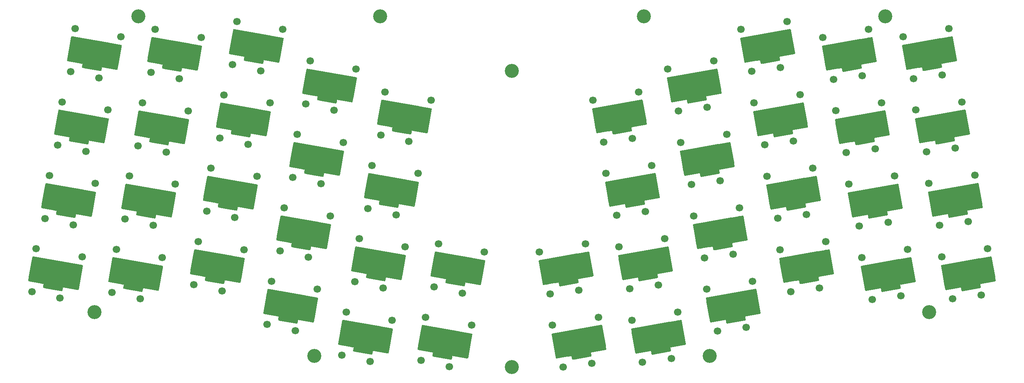
<source format=gbr>
%TF.GenerationSoftware,KiCad,Pcbnew,(5.1.10)-1*%
%TF.CreationDate,2021-11-03T20:37:37-06:00*%
%TF.ProjectId,VColChoc44 - Mid,56436f6c-4368-46f6-9334-34202d204d69,rev?*%
%TF.SameCoordinates,Original*%
%TF.FileFunction,Soldermask,Top*%
%TF.FilePolarity,Negative*%
%FSLAX46Y46*%
G04 Gerber Fmt 4.6, Leading zero omitted, Abs format (unit mm)*
G04 Created by KiCad (PCBNEW (5.1.10)-1) date 2021-11-03 20:37:37*
%MOMM*%
%LPD*%
G01*
G04 APERTURE LIST*
%ADD10C,3.200000*%
%ADD11C,1.700000*%
G04 APERTURE END LIST*
D10*
%TO.C,H10*%
X150000000Y-75000000D03*
%TD*%
%TO.C,H9*%
X180000000Y-62500000D03*
%TD*%
%TO.C,H8*%
X120000000Y-62500000D03*
%TD*%
%TO.C,H7*%
X235000000Y-62500000D03*
%TD*%
%TO.C,H6*%
X65000000Y-62500000D03*
%TD*%
%TO.C,H5*%
X150000000Y-142500000D03*
%TD*%
%TO.C,H4*%
X245000000Y-130000000D03*
%TD*%
%TO.C,H3*%
X195000000Y-140000000D03*
%TD*%
%TO.C,H2*%
X105000000Y-140000000D03*
%TD*%
%TO.C,H1*%
X55000000Y-130000000D03*
%TD*%
D11*
%TO.C,U1*%
X50563348Y-65312428D03*
X61002310Y-67153098D03*
X49561975Y-75137811D03*
X55989916Y-76575858D03*
G36*
G01*
X49196875Y-69894758D02*
X49196875Y-69894758D01*
G75*
G02*
X52556397Y-67542396I2855942J-503580D01*
G01*
X58366763Y-68566920D01*
G75*
G02*
X60719125Y-71926442I-503580J-2855942D01*
G01*
X60719125Y-71926442D01*
G75*
G02*
X57359603Y-74278804I-2855942J503580D01*
G01*
X51549237Y-73254280D01*
G75*
G02*
X49196875Y-69894758I503580J2855942D01*
G01*
G37*
G36*
G01*
X49674408Y-67186536D02*
X49674408Y-67186536D01*
G75*
G02*
X49848176Y-67064862I147721J-26047D01*
G01*
X61074984Y-69044452D01*
G75*
G02*
X61196658Y-69218220I-26047J-147721D01*
G01*
X61196658Y-69218220D01*
G75*
G02*
X61022890Y-69339894I-147721J26047D01*
G01*
X49796082Y-67360304D01*
G75*
G02*
X49674408Y-67186536I26047J147721D01*
G01*
G37*
G36*
G01*
X52230042Y-74288208D02*
X52230042Y-74288208D01*
G75*
G02*
X52108368Y-74114440I26047J147721D01*
G01*
X52247286Y-73326594D01*
G75*
G02*
X52421054Y-73204920I147721J-26047D01*
G01*
X52421054Y-73204920D01*
G75*
G02*
X52542728Y-73378688I-26047J-147721D01*
G01*
X52403810Y-74166534D01*
G75*
G02*
X52230042Y-74288208I-147721J26047D01*
G01*
G37*
G36*
G01*
X60067826Y-74756336D02*
X60067826Y-74756336D01*
G75*
G02*
X59946152Y-74582568I26047J147721D01*
G01*
X60901216Y-69166126D01*
G75*
G02*
X61074984Y-69044452I147721J-26047D01*
G01*
X61074984Y-69044452D01*
G75*
G02*
X61196658Y-69218220I-26047J-147721D01*
G01*
X60241594Y-74634662D01*
G75*
G02*
X60067826Y-74756336I-147721J26047D01*
G01*
G37*
G36*
G01*
X56366234Y-75017530D02*
X56366234Y-75017530D01*
G75*
G02*
X56244560Y-74843762I26047J147721D01*
G01*
X56383478Y-74055916D01*
G75*
G02*
X56557246Y-73934242I147721J-26047D01*
G01*
X56557246Y-73934242D01*
G75*
G02*
X56678920Y-74108010I-26047J-147721D01*
G01*
X56540002Y-74895856D01*
G75*
G02*
X56366234Y-75017530I-147721J26047D01*
G01*
G37*
G36*
G01*
X48719343Y-72602979D02*
X48719343Y-72602979D01*
G75*
G02*
X48893111Y-72481305I147721J-26047D01*
G01*
X60119919Y-74460895D01*
G75*
G02*
X60241593Y-74634663I-26047J-147721D01*
G01*
X60241593Y-74634663D01*
G75*
G02*
X60067825Y-74756337I-147721J26047D01*
G01*
X48841017Y-72776747D01*
G75*
G02*
X48719343Y-72602979I26047J147721D01*
G01*
G37*
G36*
G01*
X52108368Y-74114440D02*
X52108368Y-74114440D01*
G75*
G02*
X52282136Y-73992766I147721J-26047D01*
G01*
X56418328Y-74722088D01*
G75*
G02*
X56540002Y-74895856I-26047J-147721D01*
G01*
X56540002Y-74895856D01*
G75*
G02*
X56366234Y-75017530I-147721J26047D01*
G01*
X52230042Y-74288208D01*
G75*
G02*
X52108368Y-74114440I26047J147721D01*
G01*
G37*
G36*
G01*
X48866943Y-71765893D02*
X49526807Y-68023623D01*
G75*
G02*
X50685263Y-67212463I984808J-173648D01*
G01*
X50685263Y-67212463D01*
G75*
G02*
X51496423Y-68370919I-173648J-984808D01*
G01*
X50836559Y-72113189D01*
G75*
G02*
X49678103Y-72924349I-984808J173648D01*
G01*
X49678103Y-72924349D01*
G75*
G02*
X48866943Y-71765893I173648J984808D01*
G01*
G37*
G36*
G01*
X52169143Y-73769757D02*
X52169143Y-73769757D01*
G75*
G02*
X52748371Y-73364177I492404J-86824D01*
G01*
X56195199Y-73971945D01*
G75*
G02*
X56600779Y-74551173I-86824J-492404D01*
G01*
X56600779Y-74551173D01*
G75*
G02*
X56021551Y-74956753I-492404J86824D01*
G01*
X52574723Y-74348985D01*
G75*
G02*
X52169143Y-73769757I86824J492404D01*
G01*
G37*
G36*
G01*
X58419578Y-73450280D02*
X59079442Y-69708010D01*
G75*
G02*
X60237898Y-68896850I984808J-173648D01*
G01*
X60237898Y-68896850D01*
G75*
G02*
X61049058Y-70055306I-173648J-984808D01*
G01*
X60389194Y-73797576D01*
G75*
G02*
X59230738Y-74608736I-984808J173648D01*
G01*
X59230738Y-74608736D01*
G75*
G02*
X58419578Y-73450280I173648J984808D01*
G01*
G37*
G36*
G01*
X48841017Y-72776747D02*
X48841017Y-72776747D01*
G75*
G02*
X48719343Y-72602979I26047J147721D01*
G01*
X49674407Y-67186537D01*
G75*
G02*
X49848175Y-67064863I147721J-26047D01*
G01*
X49848175Y-67064863D01*
G75*
G02*
X49969849Y-67238631I-26047J-147721D01*
G01*
X49014785Y-72655073D01*
G75*
G02*
X48841017Y-72776747I-147721J26047D01*
G01*
G37*
%TD*%
%TO.C,U12*%
X47611248Y-82054228D03*
X58050210Y-83894898D03*
X46609875Y-91879611D03*
X53037816Y-93317658D03*
G36*
G01*
X46244775Y-86636558D02*
X46244775Y-86636558D01*
G75*
G02*
X49604297Y-84284196I2855942J-503580D01*
G01*
X55414663Y-85308720D01*
G75*
G02*
X57767025Y-88668242I-503580J-2855942D01*
G01*
X57767025Y-88668242D01*
G75*
G02*
X54407503Y-91020604I-2855942J503580D01*
G01*
X48597137Y-89996080D01*
G75*
G02*
X46244775Y-86636558I503580J2855942D01*
G01*
G37*
G36*
G01*
X46722308Y-83928336D02*
X46722308Y-83928336D01*
G75*
G02*
X46896076Y-83806662I147721J-26047D01*
G01*
X58122884Y-85786252D01*
G75*
G02*
X58244558Y-85960020I-26047J-147721D01*
G01*
X58244558Y-85960020D01*
G75*
G02*
X58070790Y-86081694I-147721J26047D01*
G01*
X46843982Y-84102104D01*
G75*
G02*
X46722308Y-83928336I26047J147721D01*
G01*
G37*
G36*
G01*
X49277942Y-91030008D02*
X49277942Y-91030008D01*
G75*
G02*
X49156268Y-90856240I26047J147721D01*
G01*
X49295186Y-90068394D01*
G75*
G02*
X49468954Y-89946720I147721J-26047D01*
G01*
X49468954Y-89946720D01*
G75*
G02*
X49590628Y-90120488I-26047J-147721D01*
G01*
X49451710Y-90908334D01*
G75*
G02*
X49277942Y-91030008I-147721J26047D01*
G01*
G37*
G36*
G01*
X57115726Y-91498136D02*
X57115726Y-91498136D01*
G75*
G02*
X56994052Y-91324368I26047J147721D01*
G01*
X57949116Y-85907926D01*
G75*
G02*
X58122884Y-85786252I147721J-26047D01*
G01*
X58122884Y-85786252D01*
G75*
G02*
X58244558Y-85960020I-26047J-147721D01*
G01*
X57289494Y-91376462D01*
G75*
G02*
X57115726Y-91498136I-147721J26047D01*
G01*
G37*
G36*
G01*
X53414134Y-91759330D02*
X53414134Y-91759330D01*
G75*
G02*
X53292460Y-91585562I26047J147721D01*
G01*
X53431378Y-90797716D01*
G75*
G02*
X53605146Y-90676042I147721J-26047D01*
G01*
X53605146Y-90676042D01*
G75*
G02*
X53726820Y-90849810I-26047J-147721D01*
G01*
X53587902Y-91637656D01*
G75*
G02*
X53414134Y-91759330I-147721J26047D01*
G01*
G37*
G36*
G01*
X45767243Y-89344779D02*
X45767243Y-89344779D01*
G75*
G02*
X45941011Y-89223105I147721J-26047D01*
G01*
X57167819Y-91202695D01*
G75*
G02*
X57289493Y-91376463I-26047J-147721D01*
G01*
X57289493Y-91376463D01*
G75*
G02*
X57115725Y-91498137I-147721J26047D01*
G01*
X45888917Y-89518547D01*
G75*
G02*
X45767243Y-89344779I26047J147721D01*
G01*
G37*
G36*
G01*
X49156268Y-90856240D02*
X49156268Y-90856240D01*
G75*
G02*
X49330036Y-90734566I147721J-26047D01*
G01*
X53466228Y-91463888D01*
G75*
G02*
X53587902Y-91637656I-26047J-147721D01*
G01*
X53587902Y-91637656D01*
G75*
G02*
X53414134Y-91759330I-147721J26047D01*
G01*
X49277942Y-91030008D01*
G75*
G02*
X49156268Y-90856240I26047J147721D01*
G01*
G37*
G36*
G01*
X45914843Y-88507693D02*
X46574707Y-84765423D01*
G75*
G02*
X47733163Y-83954263I984808J-173648D01*
G01*
X47733163Y-83954263D01*
G75*
G02*
X48544323Y-85112719I-173648J-984808D01*
G01*
X47884459Y-88854989D01*
G75*
G02*
X46726003Y-89666149I-984808J173648D01*
G01*
X46726003Y-89666149D01*
G75*
G02*
X45914843Y-88507693I173648J984808D01*
G01*
G37*
G36*
G01*
X49217043Y-90511557D02*
X49217043Y-90511557D01*
G75*
G02*
X49796271Y-90105977I492404J-86824D01*
G01*
X53243099Y-90713745D01*
G75*
G02*
X53648679Y-91292973I-86824J-492404D01*
G01*
X53648679Y-91292973D01*
G75*
G02*
X53069451Y-91698553I-492404J86824D01*
G01*
X49622623Y-91090785D01*
G75*
G02*
X49217043Y-90511557I86824J492404D01*
G01*
G37*
G36*
G01*
X55467478Y-90192080D02*
X56127342Y-86449810D01*
G75*
G02*
X57285798Y-85638650I984808J-173648D01*
G01*
X57285798Y-85638650D01*
G75*
G02*
X58096958Y-86797106I-173648J-984808D01*
G01*
X57437094Y-90539376D01*
G75*
G02*
X56278638Y-91350536I-984808J173648D01*
G01*
X56278638Y-91350536D01*
G75*
G02*
X55467478Y-90192080I173648J984808D01*
G01*
G37*
G36*
G01*
X45888917Y-89518547D02*
X45888917Y-89518547D01*
G75*
G02*
X45767243Y-89344779I26047J147721D01*
G01*
X46722307Y-83928337D01*
G75*
G02*
X46896075Y-83806663I147721J-26047D01*
G01*
X46896075Y-83806663D01*
G75*
G02*
X47017749Y-83980431I-26047J-147721D01*
G01*
X46062685Y-89396873D01*
G75*
G02*
X45888917Y-89518547I-147721J26047D01*
G01*
G37*
%TD*%
%TO.C,U2*%
X68810748Y-65483728D03*
X79249710Y-67324398D03*
X67809375Y-75309111D03*
X74237316Y-76747158D03*
G36*
G01*
X67444275Y-70066058D02*
X67444275Y-70066058D01*
G75*
G02*
X70803797Y-67713696I2855942J-503580D01*
G01*
X76614163Y-68738220D01*
G75*
G02*
X78966525Y-72097742I-503580J-2855942D01*
G01*
X78966525Y-72097742D01*
G75*
G02*
X75607003Y-74450104I-2855942J503580D01*
G01*
X69796637Y-73425580D01*
G75*
G02*
X67444275Y-70066058I503580J2855942D01*
G01*
G37*
G36*
G01*
X67921808Y-67357836D02*
X67921808Y-67357836D01*
G75*
G02*
X68095576Y-67236162I147721J-26047D01*
G01*
X79322384Y-69215752D01*
G75*
G02*
X79444058Y-69389520I-26047J-147721D01*
G01*
X79444058Y-69389520D01*
G75*
G02*
X79270290Y-69511194I-147721J26047D01*
G01*
X68043482Y-67531604D01*
G75*
G02*
X67921808Y-67357836I26047J147721D01*
G01*
G37*
G36*
G01*
X70477442Y-74459508D02*
X70477442Y-74459508D01*
G75*
G02*
X70355768Y-74285740I26047J147721D01*
G01*
X70494686Y-73497894D01*
G75*
G02*
X70668454Y-73376220I147721J-26047D01*
G01*
X70668454Y-73376220D01*
G75*
G02*
X70790128Y-73549988I-26047J-147721D01*
G01*
X70651210Y-74337834D01*
G75*
G02*
X70477442Y-74459508I-147721J26047D01*
G01*
G37*
G36*
G01*
X78315226Y-74927636D02*
X78315226Y-74927636D01*
G75*
G02*
X78193552Y-74753868I26047J147721D01*
G01*
X79148616Y-69337426D01*
G75*
G02*
X79322384Y-69215752I147721J-26047D01*
G01*
X79322384Y-69215752D01*
G75*
G02*
X79444058Y-69389520I-26047J-147721D01*
G01*
X78488994Y-74805962D01*
G75*
G02*
X78315226Y-74927636I-147721J26047D01*
G01*
G37*
G36*
G01*
X74613634Y-75188830D02*
X74613634Y-75188830D01*
G75*
G02*
X74491960Y-75015062I26047J147721D01*
G01*
X74630878Y-74227216D01*
G75*
G02*
X74804646Y-74105542I147721J-26047D01*
G01*
X74804646Y-74105542D01*
G75*
G02*
X74926320Y-74279310I-26047J-147721D01*
G01*
X74787402Y-75067156D01*
G75*
G02*
X74613634Y-75188830I-147721J26047D01*
G01*
G37*
G36*
G01*
X66966743Y-72774279D02*
X66966743Y-72774279D01*
G75*
G02*
X67140511Y-72652605I147721J-26047D01*
G01*
X78367319Y-74632195D01*
G75*
G02*
X78488993Y-74805963I-26047J-147721D01*
G01*
X78488993Y-74805963D01*
G75*
G02*
X78315225Y-74927637I-147721J26047D01*
G01*
X67088417Y-72948047D01*
G75*
G02*
X66966743Y-72774279I26047J147721D01*
G01*
G37*
G36*
G01*
X70355768Y-74285740D02*
X70355768Y-74285740D01*
G75*
G02*
X70529536Y-74164066I147721J-26047D01*
G01*
X74665728Y-74893388D01*
G75*
G02*
X74787402Y-75067156I-26047J-147721D01*
G01*
X74787402Y-75067156D01*
G75*
G02*
X74613634Y-75188830I-147721J26047D01*
G01*
X70477442Y-74459508D01*
G75*
G02*
X70355768Y-74285740I26047J147721D01*
G01*
G37*
G36*
G01*
X67114343Y-71937193D02*
X67774207Y-68194923D01*
G75*
G02*
X68932663Y-67383763I984808J-173648D01*
G01*
X68932663Y-67383763D01*
G75*
G02*
X69743823Y-68542219I-173648J-984808D01*
G01*
X69083959Y-72284489D01*
G75*
G02*
X67925503Y-73095649I-984808J173648D01*
G01*
X67925503Y-73095649D01*
G75*
G02*
X67114343Y-71937193I173648J984808D01*
G01*
G37*
G36*
G01*
X70416543Y-73941057D02*
X70416543Y-73941057D01*
G75*
G02*
X70995771Y-73535477I492404J-86824D01*
G01*
X74442599Y-74143245D01*
G75*
G02*
X74848179Y-74722473I-86824J-492404D01*
G01*
X74848179Y-74722473D01*
G75*
G02*
X74268951Y-75128053I-492404J86824D01*
G01*
X70822123Y-74520285D01*
G75*
G02*
X70416543Y-73941057I86824J492404D01*
G01*
G37*
G36*
G01*
X76666978Y-73621580D02*
X77326842Y-69879310D01*
G75*
G02*
X78485298Y-69068150I984808J-173648D01*
G01*
X78485298Y-69068150D01*
G75*
G02*
X79296458Y-70226606I-173648J-984808D01*
G01*
X78636594Y-73968876D01*
G75*
G02*
X77478138Y-74780036I-984808J173648D01*
G01*
X77478138Y-74780036D01*
G75*
G02*
X76666978Y-73621580I173648J984808D01*
G01*
G37*
G36*
G01*
X67088417Y-72948047D02*
X67088417Y-72948047D01*
G75*
G02*
X66966743Y-72774279I26047J147721D01*
G01*
X67921807Y-67357837D01*
G75*
G02*
X68095575Y-67236163I147721J-26047D01*
G01*
X68095575Y-67236163D01*
G75*
G02*
X68217249Y-67409931I-26047J-147721D01*
G01*
X67262185Y-72826373D01*
G75*
G02*
X67088417Y-72948047I-147721J26047D01*
G01*
G37*
%TD*%
%TO.C,U3*%
X87405548Y-63685328D03*
X97844510Y-65525998D03*
X86404175Y-73510711D03*
X92832116Y-74948758D03*
G36*
G01*
X86039075Y-68267658D02*
X86039075Y-68267658D01*
G75*
G02*
X89398597Y-65915296I2855942J-503580D01*
G01*
X95208963Y-66939820D01*
G75*
G02*
X97561325Y-70299342I-503580J-2855942D01*
G01*
X97561325Y-70299342D01*
G75*
G02*
X94201803Y-72651704I-2855942J503580D01*
G01*
X88391437Y-71627180D01*
G75*
G02*
X86039075Y-68267658I503580J2855942D01*
G01*
G37*
G36*
G01*
X86516608Y-65559436D02*
X86516608Y-65559436D01*
G75*
G02*
X86690376Y-65437762I147721J-26047D01*
G01*
X97917184Y-67417352D01*
G75*
G02*
X98038858Y-67591120I-26047J-147721D01*
G01*
X98038858Y-67591120D01*
G75*
G02*
X97865090Y-67712794I-147721J26047D01*
G01*
X86638282Y-65733204D01*
G75*
G02*
X86516608Y-65559436I26047J147721D01*
G01*
G37*
G36*
G01*
X89072242Y-72661108D02*
X89072242Y-72661108D01*
G75*
G02*
X88950568Y-72487340I26047J147721D01*
G01*
X89089486Y-71699494D01*
G75*
G02*
X89263254Y-71577820I147721J-26047D01*
G01*
X89263254Y-71577820D01*
G75*
G02*
X89384928Y-71751588I-26047J-147721D01*
G01*
X89246010Y-72539434D01*
G75*
G02*
X89072242Y-72661108I-147721J26047D01*
G01*
G37*
G36*
G01*
X96910026Y-73129236D02*
X96910026Y-73129236D01*
G75*
G02*
X96788352Y-72955468I26047J147721D01*
G01*
X97743416Y-67539026D01*
G75*
G02*
X97917184Y-67417352I147721J-26047D01*
G01*
X97917184Y-67417352D01*
G75*
G02*
X98038858Y-67591120I-26047J-147721D01*
G01*
X97083794Y-73007562D01*
G75*
G02*
X96910026Y-73129236I-147721J26047D01*
G01*
G37*
G36*
G01*
X93208434Y-73390430D02*
X93208434Y-73390430D01*
G75*
G02*
X93086760Y-73216662I26047J147721D01*
G01*
X93225678Y-72428816D01*
G75*
G02*
X93399446Y-72307142I147721J-26047D01*
G01*
X93399446Y-72307142D01*
G75*
G02*
X93521120Y-72480910I-26047J-147721D01*
G01*
X93382202Y-73268756D01*
G75*
G02*
X93208434Y-73390430I-147721J26047D01*
G01*
G37*
G36*
G01*
X85561543Y-70975879D02*
X85561543Y-70975879D01*
G75*
G02*
X85735311Y-70854205I147721J-26047D01*
G01*
X96962119Y-72833795D01*
G75*
G02*
X97083793Y-73007563I-26047J-147721D01*
G01*
X97083793Y-73007563D01*
G75*
G02*
X96910025Y-73129237I-147721J26047D01*
G01*
X85683217Y-71149647D01*
G75*
G02*
X85561543Y-70975879I26047J147721D01*
G01*
G37*
G36*
G01*
X88950568Y-72487340D02*
X88950568Y-72487340D01*
G75*
G02*
X89124336Y-72365666I147721J-26047D01*
G01*
X93260528Y-73094988D01*
G75*
G02*
X93382202Y-73268756I-26047J-147721D01*
G01*
X93382202Y-73268756D01*
G75*
G02*
X93208434Y-73390430I-147721J26047D01*
G01*
X89072242Y-72661108D01*
G75*
G02*
X88950568Y-72487340I26047J147721D01*
G01*
G37*
G36*
G01*
X85709143Y-70138793D02*
X86369007Y-66396523D01*
G75*
G02*
X87527463Y-65585363I984808J-173648D01*
G01*
X87527463Y-65585363D01*
G75*
G02*
X88338623Y-66743819I-173648J-984808D01*
G01*
X87678759Y-70486089D01*
G75*
G02*
X86520303Y-71297249I-984808J173648D01*
G01*
X86520303Y-71297249D01*
G75*
G02*
X85709143Y-70138793I173648J984808D01*
G01*
G37*
G36*
G01*
X89011343Y-72142657D02*
X89011343Y-72142657D01*
G75*
G02*
X89590571Y-71737077I492404J-86824D01*
G01*
X93037399Y-72344845D01*
G75*
G02*
X93442979Y-72924073I-86824J-492404D01*
G01*
X93442979Y-72924073D01*
G75*
G02*
X92863751Y-73329653I-492404J86824D01*
G01*
X89416923Y-72721885D01*
G75*
G02*
X89011343Y-72142657I86824J492404D01*
G01*
G37*
G36*
G01*
X95261778Y-71823180D02*
X95921642Y-68080910D01*
G75*
G02*
X97080098Y-67269750I984808J-173648D01*
G01*
X97080098Y-67269750D01*
G75*
G02*
X97891258Y-68428206I-173648J-984808D01*
G01*
X97231394Y-72170476D01*
G75*
G02*
X96072938Y-72981636I-984808J173648D01*
G01*
X96072938Y-72981636D01*
G75*
G02*
X95261778Y-71823180I173648J984808D01*
G01*
G37*
G36*
G01*
X85683217Y-71149647D02*
X85683217Y-71149647D01*
G75*
G02*
X85561543Y-70975879I26047J147721D01*
G01*
X86516607Y-65559437D01*
G75*
G02*
X86690375Y-65437763I147721J-26047D01*
G01*
X86690375Y-65437763D01*
G75*
G02*
X86812049Y-65611531I-26047J-147721D01*
G01*
X85856985Y-71027973D01*
G75*
G02*
X85683217Y-71149647I-147721J26047D01*
G01*
G37*
%TD*%
%TO.C,U4*%
X104090348Y-72719828D03*
X114529310Y-74560498D03*
X103088975Y-82545211D03*
X109516916Y-83983258D03*
G36*
G01*
X102723875Y-77302158D02*
X102723875Y-77302158D01*
G75*
G02*
X106083397Y-74949796I2855942J-503580D01*
G01*
X111893763Y-75974320D01*
G75*
G02*
X114246125Y-79333842I-503580J-2855942D01*
G01*
X114246125Y-79333842D01*
G75*
G02*
X110886603Y-81686204I-2855942J503580D01*
G01*
X105076237Y-80661680D01*
G75*
G02*
X102723875Y-77302158I503580J2855942D01*
G01*
G37*
G36*
G01*
X103201408Y-74593936D02*
X103201408Y-74593936D01*
G75*
G02*
X103375176Y-74472262I147721J-26047D01*
G01*
X114601984Y-76451852D01*
G75*
G02*
X114723658Y-76625620I-26047J-147721D01*
G01*
X114723658Y-76625620D01*
G75*
G02*
X114549890Y-76747294I-147721J26047D01*
G01*
X103323082Y-74767704D01*
G75*
G02*
X103201408Y-74593936I26047J147721D01*
G01*
G37*
G36*
G01*
X105757042Y-81695608D02*
X105757042Y-81695608D01*
G75*
G02*
X105635368Y-81521840I26047J147721D01*
G01*
X105774286Y-80733994D01*
G75*
G02*
X105948054Y-80612320I147721J-26047D01*
G01*
X105948054Y-80612320D01*
G75*
G02*
X106069728Y-80786088I-26047J-147721D01*
G01*
X105930810Y-81573934D01*
G75*
G02*
X105757042Y-81695608I-147721J26047D01*
G01*
G37*
G36*
G01*
X113594826Y-82163736D02*
X113594826Y-82163736D01*
G75*
G02*
X113473152Y-81989968I26047J147721D01*
G01*
X114428216Y-76573526D01*
G75*
G02*
X114601984Y-76451852I147721J-26047D01*
G01*
X114601984Y-76451852D01*
G75*
G02*
X114723658Y-76625620I-26047J-147721D01*
G01*
X113768594Y-82042062D01*
G75*
G02*
X113594826Y-82163736I-147721J26047D01*
G01*
G37*
G36*
G01*
X109893234Y-82424930D02*
X109893234Y-82424930D01*
G75*
G02*
X109771560Y-82251162I26047J147721D01*
G01*
X109910478Y-81463316D01*
G75*
G02*
X110084246Y-81341642I147721J-26047D01*
G01*
X110084246Y-81341642D01*
G75*
G02*
X110205920Y-81515410I-26047J-147721D01*
G01*
X110067002Y-82303256D01*
G75*
G02*
X109893234Y-82424930I-147721J26047D01*
G01*
G37*
G36*
G01*
X102246343Y-80010379D02*
X102246343Y-80010379D01*
G75*
G02*
X102420111Y-79888705I147721J-26047D01*
G01*
X113646919Y-81868295D01*
G75*
G02*
X113768593Y-82042063I-26047J-147721D01*
G01*
X113768593Y-82042063D01*
G75*
G02*
X113594825Y-82163737I-147721J26047D01*
G01*
X102368017Y-80184147D01*
G75*
G02*
X102246343Y-80010379I26047J147721D01*
G01*
G37*
G36*
G01*
X105635368Y-81521840D02*
X105635368Y-81521840D01*
G75*
G02*
X105809136Y-81400166I147721J-26047D01*
G01*
X109945328Y-82129488D01*
G75*
G02*
X110067002Y-82303256I-26047J-147721D01*
G01*
X110067002Y-82303256D01*
G75*
G02*
X109893234Y-82424930I-147721J26047D01*
G01*
X105757042Y-81695608D01*
G75*
G02*
X105635368Y-81521840I26047J147721D01*
G01*
G37*
G36*
G01*
X102393943Y-79173293D02*
X103053807Y-75431023D01*
G75*
G02*
X104212263Y-74619863I984808J-173648D01*
G01*
X104212263Y-74619863D01*
G75*
G02*
X105023423Y-75778319I-173648J-984808D01*
G01*
X104363559Y-79520589D01*
G75*
G02*
X103205103Y-80331749I-984808J173648D01*
G01*
X103205103Y-80331749D01*
G75*
G02*
X102393943Y-79173293I173648J984808D01*
G01*
G37*
G36*
G01*
X105696143Y-81177157D02*
X105696143Y-81177157D01*
G75*
G02*
X106275371Y-80771577I492404J-86824D01*
G01*
X109722199Y-81379345D01*
G75*
G02*
X110127779Y-81958573I-86824J-492404D01*
G01*
X110127779Y-81958573D01*
G75*
G02*
X109548551Y-82364153I-492404J86824D01*
G01*
X106101723Y-81756385D01*
G75*
G02*
X105696143Y-81177157I86824J492404D01*
G01*
G37*
G36*
G01*
X111946578Y-80857680D02*
X112606442Y-77115410D01*
G75*
G02*
X113764898Y-76304250I984808J-173648D01*
G01*
X113764898Y-76304250D01*
G75*
G02*
X114576058Y-77462706I-173648J-984808D01*
G01*
X113916194Y-81204976D01*
G75*
G02*
X112757738Y-82016136I-984808J173648D01*
G01*
X112757738Y-82016136D01*
G75*
G02*
X111946578Y-80857680I173648J984808D01*
G01*
G37*
G36*
G01*
X102368017Y-80184147D02*
X102368017Y-80184147D01*
G75*
G02*
X102246343Y-80010379I26047J147721D01*
G01*
X103201407Y-74593937D01*
G75*
G02*
X103375175Y-74472263I147721J-26047D01*
G01*
X103375175Y-74472263D01*
G75*
G02*
X103496849Y-74646031I-26047J-147721D01*
G01*
X102541785Y-80062473D01*
G75*
G02*
X102368017Y-80184147I-147721J26047D01*
G01*
G37*
%TD*%
%TO.C,U5*%
X121122348Y-79784728D03*
X131561310Y-81625398D03*
X120120975Y-89610111D03*
X126548916Y-91048158D03*
G36*
G01*
X119755875Y-84367058D02*
X119755875Y-84367058D01*
G75*
G02*
X123115397Y-82014696I2855942J-503580D01*
G01*
X128925763Y-83039220D01*
G75*
G02*
X131278125Y-86398742I-503580J-2855942D01*
G01*
X131278125Y-86398742D01*
G75*
G02*
X127918603Y-88751104I-2855942J503580D01*
G01*
X122108237Y-87726580D01*
G75*
G02*
X119755875Y-84367058I503580J2855942D01*
G01*
G37*
G36*
G01*
X120233408Y-81658836D02*
X120233408Y-81658836D01*
G75*
G02*
X120407176Y-81537162I147721J-26047D01*
G01*
X131633984Y-83516752D01*
G75*
G02*
X131755658Y-83690520I-26047J-147721D01*
G01*
X131755658Y-83690520D01*
G75*
G02*
X131581890Y-83812194I-147721J26047D01*
G01*
X120355082Y-81832604D01*
G75*
G02*
X120233408Y-81658836I26047J147721D01*
G01*
G37*
G36*
G01*
X122789042Y-88760508D02*
X122789042Y-88760508D01*
G75*
G02*
X122667368Y-88586740I26047J147721D01*
G01*
X122806286Y-87798894D01*
G75*
G02*
X122980054Y-87677220I147721J-26047D01*
G01*
X122980054Y-87677220D01*
G75*
G02*
X123101728Y-87850988I-26047J-147721D01*
G01*
X122962810Y-88638834D01*
G75*
G02*
X122789042Y-88760508I-147721J26047D01*
G01*
G37*
G36*
G01*
X130626826Y-89228636D02*
X130626826Y-89228636D01*
G75*
G02*
X130505152Y-89054868I26047J147721D01*
G01*
X131460216Y-83638426D01*
G75*
G02*
X131633984Y-83516752I147721J-26047D01*
G01*
X131633984Y-83516752D01*
G75*
G02*
X131755658Y-83690520I-26047J-147721D01*
G01*
X130800594Y-89106962D01*
G75*
G02*
X130626826Y-89228636I-147721J26047D01*
G01*
G37*
G36*
G01*
X126925234Y-89489830D02*
X126925234Y-89489830D01*
G75*
G02*
X126803560Y-89316062I26047J147721D01*
G01*
X126942478Y-88528216D01*
G75*
G02*
X127116246Y-88406542I147721J-26047D01*
G01*
X127116246Y-88406542D01*
G75*
G02*
X127237920Y-88580310I-26047J-147721D01*
G01*
X127099002Y-89368156D01*
G75*
G02*
X126925234Y-89489830I-147721J26047D01*
G01*
G37*
G36*
G01*
X119278343Y-87075279D02*
X119278343Y-87075279D01*
G75*
G02*
X119452111Y-86953605I147721J-26047D01*
G01*
X130678919Y-88933195D01*
G75*
G02*
X130800593Y-89106963I-26047J-147721D01*
G01*
X130800593Y-89106963D01*
G75*
G02*
X130626825Y-89228637I-147721J26047D01*
G01*
X119400017Y-87249047D01*
G75*
G02*
X119278343Y-87075279I26047J147721D01*
G01*
G37*
G36*
G01*
X122667368Y-88586740D02*
X122667368Y-88586740D01*
G75*
G02*
X122841136Y-88465066I147721J-26047D01*
G01*
X126977328Y-89194388D01*
G75*
G02*
X127099002Y-89368156I-26047J-147721D01*
G01*
X127099002Y-89368156D01*
G75*
G02*
X126925234Y-89489830I-147721J26047D01*
G01*
X122789042Y-88760508D01*
G75*
G02*
X122667368Y-88586740I26047J147721D01*
G01*
G37*
G36*
G01*
X119425943Y-86238193D02*
X120085807Y-82495923D01*
G75*
G02*
X121244263Y-81684763I984808J-173648D01*
G01*
X121244263Y-81684763D01*
G75*
G02*
X122055423Y-82843219I-173648J-984808D01*
G01*
X121395559Y-86585489D01*
G75*
G02*
X120237103Y-87396649I-984808J173648D01*
G01*
X120237103Y-87396649D01*
G75*
G02*
X119425943Y-86238193I173648J984808D01*
G01*
G37*
G36*
G01*
X122728143Y-88242057D02*
X122728143Y-88242057D01*
G75*
G02*
X123307371Y-87836477I492404J-86824D01*
G01*
X126754199Y-88444245D01*
G75*
G02*
X127159779Y-89023473I-86824J-492404D01*
G01*
X127159779Y-89023473D01*
G75*
G02*
X126580551Y-89429053I-492404J86824D01*
G01*
X123133723Y-88821285D01*
G75*
G02*
X122728143Y-88242057I86824J492404D01*
G01*
G37*
G36*
G01*
X128978578Y-87922580D02*
X129638442Y-84180310D01*
G75*
G02*
X130796898Y-83369150I984808J-173648D01*
G01*
X130796898Y-83369150D01*
G75*
G02*
X131608058Y-84527606I-173648J-984808D01*
G01*
X130948194Y-88269876D01*
G75*
G02*
X129789738Y-89081036I-984808J173648D01*
G01*
X129789738Y-89081036D01*
G75*
G02*
X128978578Y-87922580I173648J984808D01*
G01*
G37*
G36*
G01*
X119400017Y-87249047D02*
X119400017Y-87249047D01*
G75*
G02*
X119278343Y-87075279I26047J147721D01*
G01*
X120233407Y-81658837D01*
G75*
G02*
X120407175Y-81537163I147721J-26047D01*
G01*
X120407175Y-81537163D01*
G75*
G02*
X120528849Y-81710931I-26047J-147721D01*
G01*
X119573785Y-87127373D01*
G75*
G02*
X119400017Y-87249047I-147721J26047D01*
G01*
G37*
%TD*%
%TO.C,U6*%
X133292348Y-114423828D03*
X143731310Y-116264498D03*
X132290975Y-124249211D03*
X138718916Y-125687258D03*
G36*
G01*
X131925875Y-119006158D02*
X131925875Y-119006158D01*
G75*
G02*
X135285397Y-116653796I2855942J-503580D01*
G01*
X141095763Y-117678320D01*
G75*
G02*
X143448125Y-121037842I-503580J-2855942D01*
G01*
X143448125Y-121037842D01*
G75*
G02*
X140088603Y-123390204I-2855942J503580D01*
G01*
X134278237Y-122365680D01*
G75*
G02*
X131925875Y-119006158I503580J2855942D01*
G01*
G37*
G36*
G01*
X132403408Y-116297936D02*
X132403408Y-116297936D01*
G75*
G02*
X132577176Y-116176262I147721J-26047D01*
G01*
X143803984Y-118155852D01*
G75*
G02*
X143925658Y-118329620I-26047J-147721D01*
G01*
X143925658Y-118329620D01*
G75*
G02*
X143751890Y-118451294I-147721J26047D01*
G01*
X132525082Y-116471704D01*
G75*
G02*
X132403408Y-116297936I26047J147721D01*
G01*
G37*
G36*
G01*
X134959042Y-123399608D02*
X134959042Y-123399608D01*
G75*
G02*
X134837368Y-123225840I26047J147721D01*
G01*
X134976286Y-122437994D01*
G75*
G02*
X135150054Y-122316320I147721J-26047D01*
G01*
X135150054Y-122316320D01*
G75*
G02*
X135271728Y-122490088I-26047J-147721D01*
G01*
X135132810Y-123277934D01*
G75*
G02*
X134959042Y-123399608I-147721J26047D01*
G01*
G37*
G36*
G01*
X142796826Y-123867736D02*
X142796826Y-123867736D01*
G75*
G02*
X142675152Y-123693968I26047J147721D01*
G01*
X143630216Y-118277526D01*
G75*
G02*
X143803984Y-118155852I147721J-26047D01*
G01*
X143803984Y-118155852D01*
G75*
G02*
X143925658Y-118329620I-26047J-147721D01*
G01*
X142970594Y-123746062D01*
G75*
G02*
X142796826Y-123867736I-147721J26047D01*
G01*
G37*
G36*
G01*
X139095234Y-124128930D02*
X139095234Y-124128930D01*
G75*
G02*
X138973560Y-123955162I26047J147721D01*
G01*
X139112478Y-123167316D01*
G75*
G02*
X139286246Y-123045642I147721J-26047D01*
G01*
X139286246Y-123045642D01*
G75*
G02*
X139407920Y-123219410I-26047J-147721D01*
G01*
X139269002Y-124007256D01*
G75*
G02*
X139095234Y-124128930I-147721J26047D01*
G01*
G37*
G36*
G01*
X131448343Y-121714379D02*
X131448343Y-121714379D01*
G75*
G02*
X131622111Y-121592705I147721J-26047D01*
G01*
X142848919Y-123572295D01*
G75*
G02*
X142970593Y-123746063I-26047J-147721D01*
G01*
X142970593Y-123746063D01*
G75*
G02*
X142796825Y-123867737I-147721J26047D01*
G01*
X131570017Y-121888147D01*
G75*
G02*
X131448343Y-121714379I26047J147721D01*
G01*
G37*
G36*
G01*
X134837368Y-123225840D02*
X134837368Y-123225840D01*
G75*
G02*
X135011136Y-123104166I147721J-26047D01*
G01*
X139147328Y-123833488D01*
G75*
G02*
X139269002Y-124007256I-26047J-147721D01*
G01*
X139269002Y-124007256D01*
G75*
G02*
X139095234Y-124128930I-147721J26047D01*
G01*
X134959042Y-123399608D01*
G75*
G02*
X134837368Y-123225840I26047J147721D01*
G01*
G37*
G36*
G01*
X131595943Y-120877293D02*
X132255807Y-117135023D01*
G75*
G02*
X133414263Y-116323863I984808J-173648D01*
G01*
X133414263Y-116323863D01*
G75*
G02*
X134225423Y-117482319I-173648J-984808D01*
G01*
X133565559Y-121224589D01*
G75*
G02*
X132407103Y-122035749I-984808J173648D01*
G01*
X132407103Y-122035749D01*
G75*
G02*
X131595943Y-120877293I173648J984808D01*
G01*
G37*
G36*
G01*
X134898143Y-122881157D02*
X134898143Y-122881157D01*
G75*
G02*
X135477371Y-122475577I492404J-86824D01*
G01*
X138924199Y-123083345D01*
G75*
G02*
X139329779Y-123662573I-86824J-492404D01*
G01*
X139329779Y-123662573D01*
G75*
G02*
X138750551Y-124068153I-492404J86824D01*
G01*
X135303723Y-123460385D01*
G75*
G02*
X134898143Y-122881157I86824J492404D01*
G01*
G37*
G36*
G01*
X141148578Y-122561680D02*
X141808442Y-118819410D01*
G75*
G02*
X142966898Y-118008250I984808J-173648D01*
G01*
X142966898Y-118008250D01*
G75*
G02*
X143778058Y-119166706I-173648J-984808D01*
G01*
X143118194Y-122908976D01*
G75*
G02*
X141959738Y-123720136I-984808J173648D01*
G01*
X141959738Y-123720136D01*
G75*
G02*
X141148578Y-122561680I173648J984808D01*
G01*
G37*
G36*
G01*
X131570017Y-121888147D02*
X131570017Y-121888147D01*
G75*
G02*
X131448343Y-121714379I26047J147721D01*
G01*
X132403407Y-116297937D01*
G75*
G02*
X132577175Y-116176263I147721J-26047D01*
G01*
X132577175Y-116176263D01*
G75*
G02*
X132698849Y-116350031I-26047J-147721D01*
G01*
X131743785Y-121766473D01*
G75*
G02*
X131570017Y-121888147I-147721J26047D01*
G01*
G37*
%TD*%
%TO.C,U7*%
X168438690Y-81625398D03*
X178877652Y-79784728D03*
X170858186Y-91200728D03*
X177390315Y-90353565D03*
G36*
G01*
X168721875Y-86398742D02*
X168721875Y-86398742D01*
G75*
G02*
X171074237Y-83039220I2855942J503580D01*
G01*
X176884603Y-82014696D01*
G75*
G02*
X180244125Y-84367058I503580J-2855942D01*
G01*
X180244125Y-84367058D01*
G75*
G02*
X177891763Y-87726580I-2855942J-503580D01*
G01*
X172081397Y-88751104D01*
G75*
G02*
X168721875Y-86398742I-503580J2855942D01*
G01*
G37*
G36*
G01*
X168244342Y-83690520D02*
X168244342Y-83690520D01*
G75*
G02*
X168366016Y-83516752I147721J26047D01*
G01*
X179592824Y-81537162D01*
G75*
G02*
X179766592Y-81658836I26047J-147721D01*
G01*
X179766592Y-81658836D01*
G75*
G02*
X179644918Y-81832604I-147721J-26047D01*
G01*
X168418110Y-83812194D01*
G75*
G02*
X168244342Y-83690520I-26047J147721D01*
G01*
G37*
G36*
G01*
X173074766Y-89489830D02*
X173074766Y-89489830D01*
G75*
G02*
X172900998Y-89368156I-26047J147721D01*
G01*
X172762080Y-88580310D01*
G75*
G02*
X172883754Y-88406542I147721J26047D01*
G01*
X172883754Y-88406542D01*
G75*
G02*
X173057522Y-88528216I26047J-147721D01*
G01*
X173196440Y-89316062D01*
G75*
G02*
X173074766Y-89489830I-147721J-26047D01*
G01*
G37*
G36*
G01*
X180599983Y-87249047D02*
X180599983Y-87249047D01*
G75*
G02*
X180426215Y-87127373I-26047J147721D01*
G01*
X179471151Y-81710931D01*
G75*
G02*
X179592825Y-81537163I147721J26047D01*
G01*
X179592825Y-81537163D01*
G75*
G02*
X179766593Y-81658837I26047J-147721D01*
G01*
X180721657Y-87075279D01*
G75*
G02*
X180599983Y-87249047I-147721J-26047D01*
G01*
G37*
G36*
G01*
X177210958Y-88760508D02*
X177210958Y-88760508D01*
G75*
G02*
X177037190Y-88638834I-26047J147721D01*
G01*
X176898272Y-87850988D01*
G75*
G02*
X177019946Y-87677220I147721J26047D01*
G01*
X177019946Y-87677220D01*
G75*
G02*
X177193714Y-87798894I26047J-147721D01*
G01*
X177332632Y-88586740D01*
G75*
G02*
X177210958Y-88760508I-147721J-26047D01*
G01*
G37*
G36*
G01*
X169199407Y-89106963D02*
X169199407Y-89106963D01*
G75*
G02*
X169321081Y-88933195I147721J26047D01*
G01*
X180547889Y-86953605D01*
G75*
G02*
X180721657Y-87075279I26047J-147721D01*
G01*
X180721657Y-87075279D01*
G75*
G02*
X180599983Y-87249047I-147721J-26047D01*
G01*
X169373175Y-89228637D01*
G75*
G02*
X169199407Y-89106963I-26047J147721D01*
G01*
G37*
G36*
G01*
X172900998Y-89368156D02*
X172900998Y-89368156D01*
G75*
G02*
X173022672Y-89194388I147721J26047D01*
G01*
X177158864Y-88465066D01*
G75*
G02*
X177332632Y-88586740I26047J-147721D01*
G01*
X177332632Y-88586740D01*
G75*
G02*
X177210958Y-88760508I-147721J-26047D01*
G01*
X173074766Y-89489830D01*
G75*
G02*
X172900998Y-89368156I-26047J147721D01*
G01*
G37*
G36*
G01*
X169051806Y-88269876D02*
X168391942Y-84527606D01*
G75*
G02*
X169203102Y-83369150I984808J173648D01*
G01*
X169203102Y-83369150D01*
G75*
G02*
X170361558Y-84180310I173648J-984808D01*
G01*
X171021422Y-87922580D01*
G75*
G02*
X170210262Y-89081036I-984808J-173648D01*
G01*
X170210262Y-89081036D01*
G75*
G02*
X169051806Y-88269876I-173648J984808D01*
G01*
G37*
G36*
G01*
X172840221Y-89023473D02*
X172840221Y-89023473D01*
G75*
G02*
X173245801Y-88444245I492404J86824D01*
G01*
X176692629Y-87836477D01*
G75*
G02*
X177271857Y-88242057I86824J-492404D01*
G01*
X177271857Y-88242057D01*
G75*
G02*
X176866277Y-88821285I-492404J-86824D01*
G01*
X173419449Y-89429053D01*
G75*
G02*
X172840221Y-89023473I-86824J492404D01*
G01*
G37*
G36*
G01*
X178604441Y-86585489D02*
X177944577Y-82843219D01*
G75*
G02*
X178755737Y-81684763I984808J173648D01*
G01*
X178755737Y-81684763D01*
G75*
G02*
X179914193Y-82495923I173648J-984808D01*
G01*
X180574057Y-86238193D01*
G75*
G02*
X179762897Y-87396649I-984808J-173648D01*
G01*
X179762897Y-87396649D01*
G75*
G02*
X178604441Y-86585489I-173648J984808D01*
G01*
G37*
G36*
G01*
X169373174Y-89228636D02*
X169373174Y-89228636D01*
G75*
G02*
X169199406Y-89106962I-26047J147721D01*
G01*
X168244342Y-83690520D01*
G75*
G02*
X168366016Y-83516752I147721J26047D01*
G01*
X168366016Y-83516752D01*
G75*
G02*
X168539784Y-83638426I26047J-147721D01*
G01*
X169494848Y-89054868D01*
G75*
G02*
X169373174Y-89228636I-147721J-26047D01*
G01*
G37*
%TD*%
%TO.C,U8*%
X185470690Y-74560498D03*
X195909652Y-72719828D03*
X187890186Y-84135828D03*
X194422315Y-83288665D03*
G36*
G01*
X185753875Y-79333842D02*
X185753875Y-79333842D01*
G75*
G02*
X188106237Y-75974320I2855942J503580D01*
G01*
X193916603Y-74949796D01*
G75*
G02*
X197276125Y-77302158I503580J-2855942D01*
G01*
X197276125Y-77302158D01*
G75*
G02*
X194923763Y-80661680I-2855942J-503580D01*
G01*
X189113397Y-81686204D01*
G75*
G02*
X185753875Y-79333842I-503580J2855942D01*
G01*
G37*
G36*
G01*
X185276342Y-76625620D02*
X185276342Y-76625620D01*
G75*
G02*
X185398016Y-76451852I147721J26047D01*
G01*
X196624824Y-74472262D01*
G75*
G02*
X196798592Y-74593936I26047J-147721D01*
G01*
X196798592Y-74593936D01*
G75*
G02*
X196676918Y-74767704I-147721J-26047D01*
G01*
X185450110Y-76747294D01*
G75*
G02*
X185276342Y-76625620I-26047J147721D01*
G01*
G37*
G36*
G01*
X190106766Y-82424930D02*
X190106766Y-82424930D01*
G75*
G02*
X189932998Y-82303256I-26047J147721D01*
G01*
X189794080Y-81515410D01*
G75*
G02*
X189915754Y-81341642I147721J26047D01*
G01*
X189915754Y-81341642D01*
G75*
G02*
X190089522Y-81463316I26047J-147721D01*
G01*
X190228440Y-82251162D01*
G75*
G02*
X190106766Y-82424930I-147721J-26047D01*
G01*
G37*
G36*
G01*
X197631983Y-80184147D02*
X197631983Y-80184147D01*
G75*
G02*
X197458215Y-80062473I-26047J147721D01*
G01*
X196503151Y-74646031D01*
G75*
G02*
X196624825Y-74472263I147721J26047D01*
G01*
X196624825Y-74472263D01*
G75*
G02*
X196798593Y-74593937I26047J-147721D01*
G01*
X197753657Y-80010379D01*
G75*
G02*
X197631983Y-80184147I-147721J-26047D01*
G01*
G37*
G36*
G01*
X194242958Y-81695608D02*
X194242958Y-81695608D01*
G75*
G02*
X194069190Y-81573934I-26047J147721D01*
G01*
X193930272Y-80786088D01*
G75*
G02*
X194051946Y-80612320I147721J26047D01*
G01*
X194051946Y-80612320D01*
G75*
G02*
X194225714Y-80733994I26047J-147721D01*
G01*
X194364632Y-81521840D01*
G75*
G02*
X194242958Y-81695608I-147721J-26047D01*
G01*
G37*
G36*
G01*
X186231407Y-82042063D02*
X186231407Y-82042063D01*
G75*
G02*
X186353081Y-81868295I147721J26047D01*
G01*
X197579889Y-79888705D01*
G75*
G02*
X197753657Y-80010379I26047J-147721D01*
G01*
X197753657Y-80010379D01*
G75*
G02*
X197631983Y-80184147I-147721J-26047D01*
G01*
X186405175Y-82163737D01*
G75*
G02*
X186231407Y-82042063I-26047J147721D01*
G01*
G37*
G36*
G01*
X189932998Y-82303256D02*
X189932998Y-82303256D01*
G75*
G02*
X190054672Y-82129488I147721J26047D01*
G01*
X194190864Y-81400166D01*
G75*
G02*
X194364632Y-81521840I26047J-147721D01*
G01*
X194364632Y-81521840D01*
G75*
G02*
X194242958Y-81695608I-147721J-26047D01*
G01*
X190106766Y-82424930D01*
G75*
G02*
X189932998Y-82303256I-26047J147721D01*
G01*
G37*
G36*
G01*
X186083806Y-81204976D02*
X185423942Y-77462706D01*
G75*
G02*
X186235102Y-76304250I984808J173648D01*
G01*
X186235102Y-76304250D01*
G75*
G02*
X187393558Y-77115410I173648J-984808D01*
G01*
X188053422Y-80857680D01*
G75*
G02*
X187242262Y-82016136I-984808J-173648D01*
G01*
X187242262Y-82016136D01*
G75*
G02*
X186083806Y-81204976I-173648J984808D01*
G01*
G37*
G36*
G01*
X189872221Y-81958573D02*
X189872221Y-81958573D01*
G75*
G02*
X190277801Y-81379345I492404J86824D01*
G01*
X193724629Y-80771577D01*
G75*
G02*
X194303857Y-81177157I86824J-492404D01*
G01*
X194303857Y-81177157D01*
G75*
G02*
X193898277Y-81756385I-492404J-86824D01*
G01*
X190451449Y-82364153D01*
G75*
G02*
X189872221Y-81958573I-86824J492404D01*
G01*
G37*
G36*
G01*
X195636441Y-79520589D02*
X194976577Y-75778319D01*
G75*
G02*
X195787737Y-74619863I984808J173648D01*
G01*
X195787737Y-74619863D01*
G75*
G02*
X196946193Y-75431023I173648J-984808D01*
G01*
X197606057Y-79173293D01*
G75*
G02*
X196794897Y-80331749I-984808J-173648D01*
G01*
X196794897Y-80331749D01*
G75*
G02*
X195636441Y-79520589I-173648J984808D01*
G01*
G37*
G36*
G01*
X186405174Y-82163736D02*
X186405174Y-82163736D01*
G75*
G02*
X186231406Y-82042062I-26047J147721D01*
G01*
X185276342Y-76625620D01*
G75*
G02*
X185398016Y-76451852I147721J26047D01*
G01*
X185398016Y-76451852D01*
G75*
G02*
X185571784Y-76573526I26047J-147721D01*
G01*
X186526848Y-81989968D01*
G75*
G02*
X186405174Y-82163736I-147721J-26047D01*
G01*
G37*
%TD*%
%TO.C,U9*%
X202155690Y-65525998D03*
X212594652Y-63685328D03*
X204575186Y-75101328D03*
X211107315Y-74254165D03*
G36*
G01*
X202438875Y-70299342D02*
X202438875Y-70299342D01*
G75*
G02*
X204791237Y-66939820I2855942J503580D01*
G01*
X210601603Y-65915296D01*
G75*
G02*
X213961125Y-68267658I503580J-2855942D01*
G01*
X213961125Y-68267658D01*
G75*
G02*
X211608763Y-71627180I-2855942J-503580D01*
G01*
X205798397Y-72651704D01*
G75*
G02*
X202438875Y-70299342I-503580J2855942D01*
G01*
G37*
G36*
G01*
X201961342Y-67591120D02*
X201961342Y-67591120D01*
G75*
G02*
X202083016Y-67417352I147721J26047D01*
G01*
X213309824Y-65437762D01*
G75*
G02*
X213483592Y-65559436I26047J-147721D01*
G01*
X213483592Y-65559436D01*
G75*
G02*
X213361918Y-65733204I-147721J-26047D01*
G01*
X202135110Y-67712794D01*
G75*
G02*
X201961342Y-67591120I-26047J147721D01*
G01*
G37*
G36*
G01*
X206791766Y-73390430D02*
X206791766Y-73390430D01*
G75*
G02*
X206617998Y-73268756I-26047J147721D01*
G01*
X206479080Y-72480910D01*
G75*
G02*
X206600754Y-72307142I147721J26047D01*
G01*
X206600754Y-72307142D01*
G75*
G02*
X206774522Y-72428816I26047J-147721D01*
G01*
X206913440Y-73216662D01*
G75*
G02*
X206791766Y-73390430I-147721J-26047D01*
G01*
G37*
G36*
G01*
X214316983Y-71149647D02*
X214316983Y-71149647D01*
G75*
G02*
X214143215Y-71027973I-26047J147721D01*
G01*
X213188151Y-65611531D01*
G75*
G02*
X213309825Y-65437763I147721J26047D01*
G01*
X213309825Y-65437763D01*
G75*
G02*
X213483593Y-65559437I26047J-147721D01*
G01*
X214438657Y-70975879D01*
G75*
G02*
X214316983Y-71149647I-147721J-26047D01*
G01*
G37*
G36*
G01*
X210927958Y-72661108D02*
X210927958Y-72661108D01*
G75*
G02*
X210754190Y-72539434I-26047J147721D01*
G01*
X210615272Y-71751588D01*
G75*
G02*
X210736946Y-71577820I147721J26047D01*
G01*
X210736946Y-71577820D01*
G75*
G02*
X210910714Y-71699494I26047J-147721D01*
G01*
X211049632Y-72487340D01*
G75*
G02*
X210927958Y-72661108I-147721J-26047D01*
G01*
G37*
G36*
G01*
X202916407Y-73007563D02*
X202916407Y-73007563D01*
G75*
G02*
X203038081Y-72833795I147721J26047D01*
G01*
X214264889Y-70854205D01*
G75*
G02*
X214438657Y-70975879I26047J-147721D01*
G01*
X214438657Y-70975879D01*
G75*
G02*
X214316983Y-71149647I-147721J-26047D01*
G01*
X203090175Y-73129237D01*
G75*
G02*
X202916407Y-73007563I-26047J147721D01*
G01*
G37*
G36*
G01*
X206617998Y-73268756D02*
X206617998Y-73268756D01*
G75*
G02*
X206739672Y-73094988I147721J26047D01*
G01*
X210875864Y-72365666D01*
G75*
G02*
X211049632Y-72487340I26047J-147721D01*
G01*
X211049632Y-72487340D01*
G75*
G02*
X210927958Y-72661108I-147721J-26047D01*
G01*
X206791766Y-73390430D01*
G75*
G02*
X206617998Y-73268756I-26047J147721D01*
G01*
G37*
G36*
G01*
X202768806Y-72170476D02*
X202108942Y-68428206D01*
G75*
G02*
X202920102Y-67269750I984808J173648D01*
G01*
X202920102Y-67269750D01*
G75*
G02*
X204078558Y-68080910I173648J-984808D01*
G01*
X204738422Y-71823180D01*
G75*
G02*
X203927262Y-72981636I-984808J-173648D01*
G01*
X203927262Y-72981636D01*
G75*
G02*
X202768806Y-72170476I-173648J984808D01*
G01*
G37*
G36*
G01*
X206557221Y-72924073D02*
X206557221Y-72924073D01*
G75*
G02*
X206962801Y-72344845I492404J86824D01*
G01*
X210409629Y-71737077D01*
G75*
G02*
X210988857Y-72142657I86824J-492404D01*
G01*
X210988857Y-72142657D01*
G75*
G02*
X210583277Y-72721885I-492404J-86824D01*
G01*
X207136449Y-73329653D01*
G75*
G02*
X206557221Y-72924073I-86824J492404D01*
G01*
G37*
G36*
G01*
X212321441Y-70486089D02*
X211661577Y-66743819D01*
G75*
G02*
X212472737Y-65585363I984808J173648D01*
G01*
X212472737Y-65585363D01*
G75*
G02*
X213631193Y-66396523I173648J-984808D01*
G01*
X214291057Y-70138793D01*
G75*
G02*
X213479897Y-71297249I-984808J-173648D01*
G01*
X213479897Y-71297249D01*
G75*
G02*
X212321441Y-70486089I-173648J984808D01*
G01*
G37*
G36*
G01*
X203090174Y-73129236D02*
X203090174Y-73129236D01*
G75*
G02*
X202916406Y-73007562I-26047J147721D01*
G01*
X201961342Y-67591120D01*
G75*
G02*
X202083016Y-67417352I147721J26047D01*
G01*
X202083016Y-67417352D01*
G75*
G02*
X202256784Y-67539026I26047J-147721D01*
G01*
X203211848Y-72955468D01*
G75*
G02*
X203090174Y-73129236I-147721J-26047D01*
G01*
G37*
%TD*%
%TO.C,U10*%
X220750690Y-67324398D03*
X231189652Y-65483728D03*
X223170186Y-76899728D03*
X229702315Y-76052565D03*
G36*
G01*
X221033875Y-72097742D02*
X221033875Y-72097742D01*
G75*
G02*
X223386237Y-68738220I2855942J503580D01*
G01*
X229196603Y-67713696D01*
G75*
G02*
X232556125Y-70066058I503580J-2855942D01*
G01*
X232556125Y-70066058D01*
G75*
G02*
X230203763Y-73425580I-2855942J-503580D01*
G01*
X224393397Y-74450104D01*
G75*
G02*
X221033875Y-72097742I-503580J2855942D01*
G01*
G37*
G36*
G01*
X220556342Y-69389520D02*
X220556342Y-69389520D01*
G75*
G02*
X220678016Y-69215752I147721J26047D01*
G01*
X231904824Y-67236162D01*
G75*
G02*
X232078592Y-67357836I26047J-147721D01*
G01*
X232078592Y-67357836D01*
G75*
G02*
X231956918Y-67531604I-147721J-26047D01*
G01*
X220730110Y-69511194D01*
G75*
G02*
X220556342Y-69389520I-26047J147721D01*
G01*
G37*
G36*
G01*
X225386766Y-75188830D02*
X225386766Y-75188830D01*
G75*
G02*
X225212998Y-75067156I-26047J147721D01*
G01*
X225074080Y-74279310D01*
G75*
G02*
X225195754Y-74105542I147721J26047D01*
G01*
X225195754Y-74105542D01*
G75*
G02*
X225369522Y-74227216I26047J-147721D01*
G01*
X225508440Y-75015062D01*
G75*
G02*
X225386766Y-75188830I-147721J-26047D01*
G01*
G37*
G36*
G01*
X232911983Y-72948047D02*
X232911983Y-72948047D01*
G75*
G02*
X232738215Y-72826373I-26047J147721D01*
G01*
X231783151Y-67409931D01*
G75*
G02*
X231904825Y-67236163I147721J26047D01*
G01*
X231904825Y-67236163D01*
G75*
G02*
X232078593Y-67357837I26047J-147721D01*
G01*
X233033657Y-72774279D01*
G75*
G02*
X232911983Y-72948047I-147721J-26047D01*
G01*
G37*
G36*
G01*
X229522958Y-74459508D02*
X229522958Y-74459508D01*
G75*
G02*
X229349190Y-74337834I-26047J147721D01*
G01*
X229210272Y-73549988D01*
G75*
G02*
X229331946Y-73376220I147721J26047D01*
G01*
X229331946Y-73376220D01*
G75*
G02*
X229505714Y-73497894I26047J-147721D01*
G01*
X229644632Y-74285740D01*
G75*
G02*
X229522958Y-74459508I-147721J-26047D01*
G01*
G37*
G36*
G01*
X221511407Y-74805963D02*
X221511407Y-74805963D01*
G75*
G02*
X221633081Y-74632195I147721J26047D01*
G01*
X232859889Y-72652605D01*
G75*
G02*
X233033657Y-72774279I26047J-147721D01*
G01*
X233033657Y-72774279D01*
G75*
G02*
X232911983Y-72948047I-147721J-26047D01*
G01*
X221685175Y-74927637D01*
G75*
G02*
X221511407Y-74805963I-26047J147721D01*
G01*
G37*
G36*
G01*
X225212998Y-75067156D02*
X225212998Y-75067156D01*
G75*
G02*
X225334672Y-74893388I147721J26047D01*
G01*
X229470864Y-74164066D01*
G75*
G02*
X229644632Y-74285740I26047J-147721D01*
G01*
X229644632Y-74285740D01*
G75*
G02*
X229522958Y-74459508I-147721J-26047D01*
G01*
X225386766Y-75188830D01*
G75*
G02*
X225212998Y-75067156I-26047J147721D01*
G01*
G37*
G36*
G01*
X221363806Y-73968876D02*
X220703942Y-70226606D01*
G75*
G02*
X221515102Y-69068150I984808J173648D01*
G01*
X221515102Y-69068150D01*
G75*
G02*
X222673558Y-69879310I173648J-984808D01*
G01*
X223333422Y-73621580D01*
G75*
G02*
X222522262Y-74780036I-984808J-173648D01*
G01*
X222522262Y-74780036D01*
G75*
G02*
X221363806Y-73968876I-173648J984808D01*
G01*
G37*
G36*
G01*
X225152221Y-74722473D02*
X225152221Y-74722473D01*
G75*
G02*
X225557801Y-74143245I492404J86824D01*
G01*
X229004629Y-73535477D01*
G75*
G02*
X229583857Y-73941057I86824J-492404D01*
G01*
X229583857Y-73941057D01*
G75*
G02*
X229178277Y-74520285I-492404J-86824D01*
G01*
X225731449Y-75128053D01*
G75*
G02*
X225152221Y-74722473I-86824J492404D01*
G01*
G37*
G36*
G01*
X230916441Y-72284489D02*
X230256577Y-68542219D01*
G75*
G02*
X231067737Y-67383763I984808J173648D01*
G01*
X231067737Y-67383763D01*
G75*
G02*
X232226193Y-68194923I173648J-984808D01*
G01*
X232886057Y-71937193D01*
G75*
G02*
X232074897Y-73095649I-984808J-173648D01*
G01*
X232074897Y-73095649D01*
G75*
G02*
X230916441Y-72284489I-173648J984808D01*
G01*
G37*
G36*
G01*
X221685174Y-74927636D02*
X221685174Y-74927636D01*
G75*
G02*
X221511406Y-74805962I-26047J147721D01*
G01*
X220556342Y-69389520D01*
G75*
G02*
X220678016Y-69215752I147721J26047D01*
G01*
X220678016Y-69215752D01*
G75*
G02*
X220851784Y-69337426I26047J-147721D01*
G01*
X221806848Y-74753868D01*
G75*
G02*
X221685174Y-74927636I-147721J-26047D01*
G01*
G37*
%TD*%
%TO.C,U11*%
X238997690Y-67153098D03*
X249436652Y-65312428D03*
X241417186Y-76728428D03*
X247949315Y-75881265D03*
G36*
G01*
X239280875Y-71926442D02*
X239280875Y-71926442D01*
G75*
G02*
X241633237Y-68566920I2855942J503580D01*
G01*
X247443603Y-67542396D01*
G75*
G02*
X250803125Y-69894758I503580J-2855942D01*
G01*
X250803125Y-69894758D01*
G75*
G02*
X248450763Y-73254280I-2855942J-503580D01*
G01*
X242640397Y-74278804D01*
G75*
G02*
X239280875Y-71926442I-503580J2855942D01*
G01*
G37*
G36*
G01*
X238803342Y-69218220D02*
X238803342Y-69218220D01*
G75*
G02*
X238925016Y-69044452I147721J26047D01*
G01*
X250151824Y-67064862D01*
G75*
G02*
X250325592Y-67186536I26047J-147721D01*
G01*
X250325592Y-67186536D01*
G75*
G02*
X250203918Y-67360304I-147721J-26047D01*
G01*
X238977110Y-69339894D01*
G75*
G02*
X238803342Y-69218220I-26047J147721D01*
G01*
G37*
G36*
G01*
X243633766Y-75017530D02*
X243633766Y-75017530D01*
G75*
G02*
X243459998Y-74895856I-26047J147721D01*
G01*
X243321080Y-74108010D01*
G75*
G02*
X243442754Y-73934242I147721J26047D01*
G01*
X243442754Y-73934242D01*
G75*
G02*
X243616522Y-74055916I26047J-147721D01*
G01*
X243755440Y-74843762D01*
G75*
G02*
X243633766Y-75017530I-147721J-26047D01*
G01*
G37*
G36*
G01*
X251158983Y-72776747D02*
X251158983Y-72776747D01*
G75*
G02*
X250985215Y-72655073I-26047J147721D01*
G01*
X250030151Y-67238631D01*
G75*
G02*
X250151825Y-67064863I147721J26047D01*
G01*
X250151825Y-67064863D01*
G75*
G02*
X250325593Y-67186537I26047J-147721D01*
G01*
X251280657Y-72602979D01*
G75*
G02*
X251158983Y-72776747I-147721J-26047D01*
G01*
G37*
G36*
G01*
X247769958Y-74288208D02*
X247769958Y-74288208D01*
G75*
G02*
X247596190Y-74166534I-26047J147721D01*
G01*
X247457272Y-73378688D01*
G75*
G02*
X247578946Y-73204920I147721J26047D01*
G01*
X247578946Y-73204920D01*
G75*
G02*
X247752714Y-73326594I26047J-147721D01*
G01*
X247891632Y-74114440D01*
G75*
G02*
X247769958Y-74288208I-147721J-26047D01*
G01*
G37*
G36*
G01*
X239758407Y-74634663D02*
X239758407Y-74634663D01*
G75*
G02*
X239880081Y-74460895I147721J26047D01*
G01*
X251106889Y-72481305D01*
G75*
G02*
X251280657Y-72602979I26047J-147721D01*
G01*
X251280657Y-72602979D01*
G75*
G02*
X251158983Y-72776747I-147721J-26047D01*
G01*
X239932175Y-74756337D01*
G75*
G02*
X239758407Y-74634663I-26047J147721D01*
G01*
G37*
G36*
G01*
X243459998Y-74895856D02*
X243459998Y-74895856D01*
G75*
G02*
X243581672Y-74722088I147721J26047D01*
G01*
X247717864Y-73992766D01*
G75*
G02*
X247891632Y-74114440I26047J-147721D01*
G01*
X247891632Y-74114440D01*
G75*
G02*
X247769958Y-74288208I-147721J-26047D01*
G01*
X243633766Y-75017530D01*
G75*
G02*
X243459998Y-74895856I-26047J147721D01*
G01*
G37*
G36*
G01*
X239610806Y-73797576D02*
X238950942Y-70055306D01*
G75*
G02*
X239762102Y-68896850I984808J173648D01*
G01*
X239762102Y-68896850D01*
G75*
G02*
X240920558Y-69708010I173648J-984808D01*
G01*
X241580422Y-73450280D01*
G75*
G02*
X240769262Y-74608736I-984808J-173648D01*
G01*
X240769262Y-74608736D01*
G75*
G02*
X239610806Y-73797576I-173648J984808D01*
G01*
G37*
G36*
G01*
X243399221Y-74551173D02*
X243399221Y-74551173D01*
G75*
G02*
X243804801Y-73971945I492404J86824D01*
G01*
X247251629Y-73364177D01*
G75*
G02*
X247830857Y-73769757I86824J-492404D01*
G01*
X247830857Y-73769757D01*
G75*
G02*
X247425277Y-74348985I-492404J-86824D01*
G01*
X243978449Y-74956753D01*
G75*
G02*
X243399221Y-74551173I-86824J492404D01*
G01*
G37*
G36*
G01*
X249163441Y-72113189D02*
X248503577Y-68370919D01*
G75*
G02*
X249314737Y-67212463I984808J173648D01*
G01*
X249314737Y-67212463D01*
G75*
G02*
X250473193Y-68023623I173648J-984808D01*
G01*
X251133057Y-71765893D01*
G75*
G02*
X250321897Y-72924349I-984808J-173648D01*
G01*
X250321897Y-72924349D01*
G75*
G02*
X249163441Y-72113189I-173648J984808D01*
G01*
G37*
G36*
G01*
X239932174Y-74756336D02*
X239932174Y-74756336D01*
G75*
G02*
X239758406Y-74634662I-26047J147721D01*
G01*
X238803342Y-69218220D01*
G75*
G02*
X238925016Y-69044452I147721J26047D01*
G01*
X238925016Y-69044452D01*
G75*
G02*
X239098784Y-69166126I26047J-147721D01*
G01*
X240053848Y-74582568D01*
G75*
G02*
X239932174Y-74756336I-147721J-26047D01*
G01*
G37*
%TD*%
%TO.C,U13*%
X65868885Y-82259627D03*
X76307847Y-84100297D03*
X64867512Y-92085010D03*
X71295453Y-93523057D03*
G36*
G01*
X64502412Y-86841957D02*
X64502412Y-86841957D01*
G75*
G02*
X67861934Y-84489595I2855942J-503580D01*
G01*
X73672300Y-85514119D01*
G75*
G02*
X76024662Y-88873641I-503580J-2855942D01*
G01*
X76024662Y-88873641D01*
G75*
G02*
X72665140Y-91226003I-2855942J503580D01*
G01*
X66854774Y-90201479D01*
G75*
G02*
X64502412Y-86841957I503580J2855942D01*
G01*
G37*
G36*
G01*
X64979945Y-84133735D02*
X64979945Y-84133735D01*
G75*
G02*
X65153713Y-84012061I147721J-26047D01*
G01*
X76380521Y-85991651D01*
G75*
G02*
X76502195Y-86165419I-26047J-147721D01*
G01*
X76502195Y-86165419D01*
G75*
G02*
X76328427Y-86287093I-147721J26047D01*
G01*
X65101619Y-84307503D01*
G75*
G02*
X64979945Y-84133735I26047J147721D01*
G01*
G37*
G36*
G01*
X67535579Y-91235407D02*
X67535579Y-91235407D01*
G75*
G02*
X67413905Y-91061639I26047J147721D01*
G01*
X67552823Y-90273793D01*
G75*
G02*
X67726591Y-90152119I147721J-26047D01*
G01*
X67726591Y-90152119D01*
G75*
G02*
X67848265Y-90325887I-26047J-147721D01*
G01*
X67709347Y-91113733D01*
G75*
G02*
X67535579Y-91235407I-147721J26047D01*
G01*
G37*
G36*
G01*
X75373363Y-91703535D02*
X75373363Y-91703535D01*
G75*
G02*
X75251689Y-91529767I26047J147721D01*
G01*
X76206753Y-86113325D01*
G75*
G02*
X76380521Y-85991651I147721J-26047D01*
G01*
X76380521Y-85991651D01*
G75*
G02*
X76502195Y-86165419I-26047J-147721D01*
G01*
X75547131Y-91581861D01*
G75*
G02*
X75373363Y-91703535I-147721J26047D01*
G01*
G37*
G36*
G01*
X71671771Y-91964729D02*
X71671771Y-91964729D01*
G75*
G02*
X71550097Y-91790961I26047J147721D01*
G01*
X71689015Y-91003115D01*
G75*
G02*
X71862783Y-90881441I147721J-26047D01*
G01*
X71862783Y-90881441D01*
G75*
G02*
X71984457Y-91055209I-26047J-147721D01*
G01*
X71845539Y-91843055D01*
G75*
G02*
X71671771Y-91964729I-147721J26047D01*
G01*
G37*
G36*
G01*
X64024880Y-89550178D02*
X64024880Y-89550178D01*
G75*
G02*
X64198648Y-89428504I147721J-26047D01*
G01*
X75425456Y-91408094D01*
G75*
G02*
X75547130Y-91581862I-26047J-147721D01*
G01*
X75547130Y-91581862D01*
G75*
G02*
X75373362Y-91703536I-147721J26047D01*
G01*
X64146554Y-89723946D01*
G75*
G02*
X64024880Y-89550178I26047J147721D01*
G01*
G37*
G36*
G01*
X67413905Y-91061639D02*
X67413905Y-91061639D01*
G75*
G02*
X67587673Y-90939965I147721J-26047D01*
G01*
X71723865Y-91669287D01*
G75*
G02*
X71845539Y-91843055I-26047J-147721D01*
G01*
X71845539Y-91843055D01*
G75*
G02*
X71671771Y-91964729I-147721J26047D01*
G01*
X67535579Y-91235407D01*
G75*
G02*
X67413905Y-91061639I26047J147721D01*
G01*
G37*
G36*
G01*
X64172480Y-88713092D02*
X64832344Y-84970822D01*
G75*
G02*
X65990800Y-84159662I984808J-173648D01*
G01*
X65990800Y-84159662D01*
G75*
G02*
X66801960Y-85318118I-173648J-984808D01*
G01*
X66142096Y-89060388D01*
G75*
G02*
X64983640Y-89871548I-984808J173648D01*
G01*
X64983640Y-89871548D01*
G75*
G02*
X64172480Y-88713092I173648J984808D01*
G01*
G37*
G36*
G01*
X67474680Y-90716956D02*
X67474680Y-90716956D01*
G75*
G02*
X68053908Y-90311376I492404J-86824D01*
G01*
X71500736Y-90919144D01*
G75*
G02*
X71906316Y-91498372I-86824J-492404D01*
G01*
X71906316Y-91498372D01*
G75*
G02*
X71327088Y-91903952I-492404J86824D01*
G01*
X67880260Y-91296184D01*
G75*
G02*
X67474680Y-90716956I86824J492404D01*
G01*
G37*
G36*
G01*
X73725115Y-90397479D02*
X74384979Y-86655209D01*
G75*
G02*
X75543435Y-85844049I984808J-173648D01*
G01*
X75543435Y-85844049D01*
G75*
G02*
X76354595Y-87002505I-173648J-984808D01*
G01*
X75694731Y-90744775D01*
G75*
G02*
X74536275Y-91555935I-984808J173648D01*
G01*
X74536275Y-91555935D01*
G75*
G02*
X73725115Y-90397479I173648J984808D01*
G01*
G37*
G36*
G01*
X64146554Y-89723946D02*
X64146554Y-89723946D01*
G75*
G02*
X64024880Y-89550178I26047J147721D01*
G01*
X64979944Y-84133736D01*
G75*
G02*
X65153712Y-84012062I147721J-26047D01*
G01*
X65153712Y-84012062D01*
G75*
G02*
X65275386Y-84185830I-26047J-147721D01*
G01*
X64320322Y-89602272D01*
G75*
G02*
X64146554Y-89723946I-147721J26047D01*
G01*
G37*
%TD*%
%TO.C,U14*%
X84474391Y-80448318D03*
X94913353Y-82288988D03*
X83473018Y-90273701D03*
X89900959Y-91711748D03*
G36*
G01*
X83107918Y-85030648D02*
X83107918Y-85030648D01*
G75*
G02*
X86467440Y-82678286I2855942J-503580D01*
G01*
X92277806Y-83702810D01*
G75*
G02*
X94630168Y-87062332I-503580J-2855942D01*
G01*
X94630168Y-87062332D01*
G75*
G02*
X91270646Y-89414694I-2855942J503580D01*
G01*
X85460280Y-88390170D01*
G75*
G02*
X83107918Y-85030648I503580J2855942D01*
G01*
G37*
G36*
G01*
X83585451Y-82322426D02*
X83585451Y-82322426D01*
G75*
G02*
X83759219Y-82200752I147721J-26047D01*
G01*
X94986027Y-84180342D01*
G75*
G02*
X95107701Y-84354110I-26047J-147721D01*
G01*
X95107701Y-84354110D01*
G75*
G02*
X94933933Y-84475784I-147721J26047D01*
G01*
X83707125Y-82496194D01*
G75*
G02*
X83585451Y-82322426I26047J147721D01*
G01*
G37*
G36*
G01*
X86141085Y-89424098D02*
X86141085Y-89424098D01*
G75*
G02*
X86019411Y-89250330I26047J147721D01*
G01*
X86158329Y-88462484D01*
G75*
G02*
X86332097Y-88340810I147721J-26047D01*
G01*
X86332097Y-88340810D01*
G75*
G02*
X86453771Y-88514578I-26047J-147721D01*
G01*
X86314853Y-89302424D01*
G75*
G02*
X86141085Y-89424098I-147721J26047D01*
G01*
G37*
G36*
G01*
X93978869Y-89892226D02*
X93978869Y-89892226D01*
G75*
G02*
X93857195Y-89718458I26047J147721D01*
G01*
X94812259Y-84302016D01*
G75*
G02*
X94986027Y-84180342I147721J-26047D01*
G01*
X94986027Y-84180342D01*
G75*
G02*
X95107701Y-84354110I-26047J-147721D01*
G01*
X94152637Y-89770552D01*
G75*
G02*
X93978869Y-89892226I-147721J26047D01*
G01*
G37*
G36*
G01*
X90277277Y-90153420D02*
X90277277Y-90153420D01*
G75*
G02*
X90155603Y-89979652I26047J147721D01*
G01*
X90294521Y-89191806D01*
G75*
G02*
X90468289Y-89070132I147721J-26047D01*
G01*
X90468289Y-89070132D01*
G75*
G02*
X90589963Y-89243900I-26047J-147721D01*
G01*
X90451045Y-90031746D01*
G75*
G02*
X90277277Y-90153420I-147721J26047D01*
G01*
G37*
G36*
G01*
X82630386Y-87738869D02*
X82630386Y-87738869D01*
G75*
G02*
X82804154Y-87617195I147721J-26047D01*
G01*
X94030962Y-89596785D01*
G75*
G02*
X94152636Y-89770553I-26047J-147721D01*
G01*
X94152636Y-89770553D01*
G75*
G02*
X93978868Y-89892227I-147721J26047D01*
G01*
X82752060Y-87912637D01*
G75*
G02*
X82630386Y-87738869I26047J147721D01*
G01*
G37*
G36*
G01*
X86019411Y-89250330D02*
X86019411Y-89250330D01*
G75*
G02*
X86193179Y-89128656I147721J-26047D01*
G01*
X90329371Y-89857978D01*
G75*
G02*
X90451045Y-90031746I-26047J-147721D01*
G01*
X90451045Y-90031746D01*
G75*
G02*
X90277277Y-90153420I-147721J26047D01*
G01*
X86141085Y-89424098D01*
G75*
G02*
X86019411Y-89250330I26047J147721D01*
G01*
G37*
G36*
G01*
X82777986Y-86901783D02*
X83437850Y-83159513D01*
G75*
G02*
X84596306Y-82348353I984808J-173648D01*
G01*
X84596306Y-82348353D01*
G75*
G02*
X85407466Y-83506809I-173648J-984808D01*
G01*
X84747602Y-87249079D01*
G75*
G02*
X83589146Y-88060239I-984808J173648D01*
G01*
X83589146Y-88060239D01*
G75*
G02*
X82777986Y-86901783I173648J984808D01*
G01*
G37*
G36*
G01*
X86080186Y-88905647D02*
X86080186Y-88905647D01*
G75*
G02*
X86659414Y-88500067I492404J-86824D01*
G01*
X90106242Y-89107835D01*
G75*
G02*
X90511822Y-89687063I-86824J-492404D01*
G01*
X90511822Y-89687063D01*
G75*
G02*
X89932594Y-90092643I-492404J86824D01*
G01*
X86485766Y-89484875D01*
G75*
G02*
X86080186Y-88905647I86824J492404D01*
G01*
G37*
G36*
G01*
X92330621Y-88586170D02*
X92990485Y-84843900D01*
G75*
G02*
X94148941Y-84032740I984808J-173648D01*
G01*
X94148941Y-84032740D01*
G75*
G02*
X94960101Y-85191196I-173648J-984808D01*
G01*
X94300237Y-88933466D01*
G75*
G02*
X93141781Y-89744626I-984808J173648D01*
G01*
X93141781Y-89744626D01*
G75*
G02*
X92330621Y-88586170I173648J984808D01*
G01*
G37*
G36*
G01*
X82752060Y-87912637D02*
X82752060Y-87912637D01*
G75*
G02*
X82630386Y-87738869I26047J147721D01*
G01*
X83585450Y-82322427D01*
G75*
G02*
X83759218Y-82200753I147721J-26047D01*
G01*
X83759218Y-82200753D01*
G75*
G02*
X83880892Y-82374521I-26047J-147721D01*
G01*
X82925828Y-87790963D01*
G75*
G02*
X82752060Y-87912637I-147721J26047D01*
G01*
G37*
%TD*%
%TO.C,U15*%
X101138348Y-89461628D03*
X111577310Y-91302298D03*
X100136975Y-99287011D03*
X106564916Y-100725058D03*
G36*
G01*
X99771875Y-94043958D02*
X99771875Y-94043958D01*
G75*
G02*
X103131397Y-91691596I2855942J-503580D01*
G01*
X108941763Y-92716120D01*
G75*
G02*
X111294125Y-96075642I-503580J-2855942D01*
G01*
X111294125Y-96075642D01*
G75*
G02*
X107934603Y-98428004I-2855942J503580D01*
G01*
X102124237Y-97403480D01*
G75*
G02*
X99771875Y-94043958I503580J2855942D01*
G01*
G37*
G36*
G01*
X100249408Y-91335736D02*
X100249408Y-91335736D01*
G75*
G02*
X100423176Y-91214062I147721J-26047D01*
G01*
X111649984Y-93193652D01*
G75*
G02*
X111771658Y-93367420I-26047J-147721D01*
G01*
X111771658Y-93367420D01*
G75*
G02*
X111597890Y-93489094I-147721J26047D01*
G01*
X100371082Y-91509504D01*
G75*
G02*
X100249408Y-91335736I26047J147721D01*
G01*
G37*
G36*
G01*
X102805042Y-98437408D02*
X102805042Y-98437408D01*
G75*
G02*
X102683368Y-98263640I26047J147721D01*
G01*
X102822286Y-97475794D01*
G75*
G02*
X102996054Y-97354120I147721J-26047D01*
G01*
X102996054Y-97354120D01*
G75*
G02*
X103117728Y-97527888I-26047J-147721D01*
G01*
X102978810Y-98315734D01*
G75*
G02*
X102805042Y-98437408I-147721J26047D01*
G01*
G37*
G36*
G01*
X110642826Y-98905536D02*
X110642826Y-98905536D01*
G75*
G02*
X110521152Y-98731768I26047J147721D01*
G01*
X111476216Y-93315326D01*
G75*
G02*
X111649984Y-93193652I147721J-26047D01*
G01*
X111649984Y-93193652D01*
G75*
G02*
X111771658Y-93367420I-26047J-147721D01*
G01*
X110816594Y-98783862D01*
G75*
G02*
X110642826Y-98905536I-147721J26047D01*
G01*
G37*
G36*
G01*
X106941234Y-99166730D02*
X106941234Y-99166730D01*
G75*
G02*
X106819560Y-98992962I26047J147721D01*
G01*
X106958478Y-98205116D01*
G75*
G02*
X107132246Y-98083442I147721J-26047D01*
G01*
X107132246Y-98083442D01*
G75*
G02*
X107253920Y-98257210I-26047J-147721D01*
G01*
X107115002Y-99045056D01*
G75*
G02*
X106941234Y-99166730I-147721J26047D01*
G01*
G37*
G36*
G01*
X99294343Y-96752179D02*
X99294343Y-96752179D01*
G75*
G02*
X99468111Y-96630505I147721J-26047D01*
G01*
X110694919Y-98610095D01*
G75*
G02*
X110816593Y-98783863I-26047J-147721D01*
G01*
X110816593Y-98783863D01*
G75*
G02*
X110642825Y-98905537I-147721J26047D01*
G01*
X99416017Y-96925947D01*
G75*
G02*
X99294343Y-96752179I26047J147721D01*
G01*
G37*
G36*
G01*
X102683368Y-98263640D02*
X102683368Y-98263640D01*
G75*
G02*
X102857136Y-98141966I147721J-26047D01*
G01*
X106993328Y-98871288D01*
G75*
G02*
X107115002Y-99045056I-26047J-147721D01*
G01*
X107115002Y-99045056D01*
G75*
G02*
X106941234Y-99166730I-147721J26047D01*
G01*
X102805042Y-98437408D01*
G75*
G02*
X102683368Y-98263640I26047J147721D01*
G01*
G37*
G36*
G01*
X99441943Y-95915093D02*
X100101807Y-92172823D01*
G75*
G02*
X101260263Y-91361663I984808J-173648D01*
G01*
X101260263Y-91361663D01*
G75*
G02*
X102071423Y-92520119I-173648J-984808D01*
G01*
X101411559Y-96262389D01*
G75*
G02*
X100253103Y-97073549I-984808J173648D01*
G01*
X100253103Y-97073549D01*
G75*
G02*
X99441943Y-95915093I173648J984808D01*
G01*
G37*
G36*
G01*
X102744143Y-97918957D02*
X102744143Y-97918957D01*
G75*
G02*
X103323371Y-97513377I492404J-86824D01*
G01*
X106770199Y-98121145D01*
G75*
G02*
X107175779Y-98700373I-86824J-492404D01*
G01*
X107175779Y-98700373D01*
G75*
G02*
X106596551Y-99105953I-492404J86824D01*
G01*
X103149723Y-98498185D01*
G75*
G02*
X102744143Y-97918957I86824J492404D01*
G01*
G37*
G36*
G01*
X108994578Y-97599480D02*
X109654442Y-93857210D01*
G75*
G02*
X110812898Y-93046050I984808J-173648D01*
G01*
X110812898Y-93046050D01*
G75*
G02*
X111624058Y-94204506I-173648J-984808D01*
G01*
X110964194Y-97946776D01*
G75*
G02*
X109805738Y-98757936I-984808J173648D01*
G01*
X109805738Y-98757936D01*
G75*
G02*
X108994578Y-97599480I173648J984808D01*
G01*
G37*
G36*
G01*
X99416017Y-96925947D02*
X99416017Y-96925947D01*
G75*
G02*
X99294343Y-96752179I26047J147721D01*
G01*
X100249407Y-91335737D01*
G75*
G02*
X100423175Y-91214063I147721J-26047D01*
G01*
X100423175Y-91214063D01*
G75*
G02*
X100544849Y-91387831I-26047J-147721D01*
G01*
X99589785Y-96804273D01*
G75*
G02*
X99416017Y-96925947I-147721J26047D01*
G01*
G37*
%TD*%
%TO.C,U16*%
X118170348Y-96526828D03*
X128609310Y-98367498D03*
X117168975Y-106352211D03*
X123596916Y-107790258D03*
G36*
G01*
X116803875Y-101109158D02*
X116803875Y-101109158D01*
G75*
G02*
X120163397Y-98756796I2855942J-503580D01*
G01*
X125973763Y-99781320D01*
G75*
G02*
X128326125Y-103140842I-503580J-2855942D01*
G01*
X128326125Y-103140842D01*
G75*
G02*
X124966603Y-105493204I-2855942J503580D01*
G01*
X119156237Y-104468680D01*
G75*
G02*
X116803875Y-101109158I503580J2855942D01*
G01*
G37*
G36*
G01*
X117281408Y-98400936D02*
X117281408Y-98400936D01*
G75*
G02*
X117455176Y-98279262I147721J-26047D01*
G01*
X128681984Y-100258852D01*
G75*
G02*
X128803658Y-100432620I-26047J-147721D01*
G01*
X128803658Y-100432620D01*
G75*
G02*
X128629890Y-100554294I-147721J26047D01*
G01*
X117403082Y-98574704D01*
G75*
G02*
X117281408Y-98400936I26047J147721D01*
G01*
G37*
G36*
G01*
X119837042Y-105502608D02*
X119837042Y-105502608D01*
G75*
G02*
X119715368Y-105328840I26047J147721D01*
G01*
X119854286Y-104540994D01*
G75*
G02*
X120028054Y-104419320I147721J-26047D01*
G01*
X120028054Y-104419320D01*
G75*
G02*
X120149728Y-104593088I-26047J-147721D01*
G01*
X120010810Y-105380934D01*
G75*
G02*
X119837042Y-105502608I-147721J26047D01*
G01*
G37*
G36*
G01*
X127674826Y-105970736D02*
X127674826Y-105970736D01*
G75*
G02*
X127553152Y-105796968I26047J147721D01*
G01*
X128508216Y-100380526D01*
G75*
G02*
X128681984Y-100258852I147721J-26047D01*
G01*
X128681984Y-100258852D01*
G75*
G02*
X128803658Y-100432620I-26047J-147721D01*
G01*
X127848594Y-105849062D01*
G75*
G02*
X127674826Y-105970736I-147721J26047D01*
G01*
G37*
G36*
G01*
X123973234Y-106231930D02*
X123973234Y-106231930D01*
G75*
G02*
X123851560Y-106058162I26047J147721D01*
G01*
X123990478Y-105270316D01*
G75*
G02*
X124164246Y-105148642I147721J-26047D01*
G01*
X124164246Y-105148642D01*
G75*
G02*
X124285920Y-105322410I-26047J-147721D01*
G01*
X124147002Y-106110256D01*
G75*
G02*
X123973234Y-106231930I-147721J26047D01*
G01*
G37*
G36*
G01*
X116326343Y-103817379D02*
X116326343Y-103817379D01*
G75*
G02*
X116500111Y-103695705I147721J-26047D01*
G01*
X127726919Y-105675295D01*
G75*
G02*
X127848593Y-105849063I-26047J-147721D01*
G01*
X127848593Y-105849063D01*
G75*
G02*
X127674825Y-105970737I-147721J26047D01*
G01*
X116448017Y-103991147D01*
G75*
G02*
X116326343Y-103817379I26047J147721D01*
G01*
G37*
G36*
G01*
X119715368Y-105328840D02*
X119715368Y-105328840D01*
G75*
G02*
X119889136Y-105207166I147721J-26047D01*
G01*
X124025328Y-105936488D01*
G75*
G02*
X124147002Y-106110256I-26047J-147721D01*
G01*
X124147002Y-106110256D01*
G75*
G02*
X123973234Y-106231930I-147721J26047D01*
G01*
X119837042Y-105502608D01*
G75*
G02*
X119715368Y-105328840I26047J147721D01*
G01*
G37*
G36*
G01*
X116473943Y-102980293D02*
X117133807Y-99238023D01*
G75*
G02*
X118292263Y-98426863I984808J-173648D01*
G01*
X118292263Y-98426863D01*
G75*
G02*
X119103423Y-99585319I-173648J-984808D01*
G01*
X118443559Y-103327589D01*
G75*
G02*
X117285103Y-104138749I-984808J173648D01*
G01*
X117285103Y-104138749D01*
G75*
G02*
X116473943Y-102980293I173648J984808D01*
G01*
G37*
G36*
G01*
X119776143Y-104984157D02*
X119776143Y-104984157D01*
G75*
G02*
X120355371Y-104578577I492404J-86824D01*
G01*
X123802199Y-105186345D01*
G75*
G02*
X124207779Y-105765573I-86824J-492404D01*
G01*
X124207779Y-105765573D01*
G75*
G02*
X123628551Y-106171153I-492404J86824D01*
G01*
X120181723Y-105563385D01*
G75*
G02*
X119776143Y-104984157I86824J492404D01*
G01*
G37*
G36*
G01*
X126026578Y-104664680D02*
X126686442Y-100922410D01*
G75*
G02*
X127844898Y-100111250I984808J-173648D01*
G01*
X127844898Y-100111250D01*
G75*
G02*
X128656058Y-101269706I-173648J-984808D01*
G01*
X127996194Y-105011976D01*
G75*
G02*
X126837738Y-105823136I-984808J173648D01*
G01*
X126837738Y-105823136D01*
G75*
G02*
X126026578Y-104664680I173648J984808D01*
G01*
G37*
G36*
G01*
X116448017Y-103991147D02*
X116448017Y-103991147D01*
G75*
G02*
X116326343Y-103817379I26047J147721D01*
G01*
X117281407Y-98400937D01*
G75*
G02*
X117455175Y-98279263I147721J-26047D01*
G01*
X117455175Y-98279263D01*
G75*
G02*
X117576849Y-98453031I-26047J-147721D01*
G01*
X116621785Y-103869473D01*
G75*
G02*
X116448017Y-103991147I-147721J26047D01*
G01*
G37*
%TD*%
%TO.C,U17*%
X130340348Y-131165828D03*
X140779310Y-133006498D03*
X129338975Y-140991211D03*
X135766916Y-142429258D03*
G36*
G01*
X128973875Y-135748158D02*
X128973875Y-135748158D01*
G75*
G02*
X132333397Y-133395796I2855942J-503580D01*
G01*
X138143763Y-134420320D01*
G75*
G02*
X140496125Y-137779842I-503580J-2855942D01*
G01*
X140496125Y-137779842D01*
G75*
G02*
X137136603Y-140132204I-2855942J503580D01*
G01*
X131326237Y-139107680D01*
G75*
G02*
X128973875Y-135748158I503580J2855942D01*
G01*
G37*
G36*
G01*
X129451408Y-133039936D02*
X129451408Y-133039936D01*
G75*
G02*
X129625176Y-132918262I147721J-26047D01*
G01*
X140851984Y-134897852D01*
G75*
G02*
X140973658Y-135071620I-26047J-147721D01*
G01*
X140973658Y-135071620D01*
G75*
G02*
X140799890Y-135193294I-147721J26047D01*
G01*
X129573082Y-133213704D01*
G75*
G02*
X129451408Y-133039936I26047J147721D01*
G01*
G37*
G36*
G01*
X132007042Y-140141608D02*
X132007042Y-140141608D01*
G75*
G02*
X131885368Y-139967840I26047J147721D01*
G01*
X132024286Y-139179994D01*
G75*
G02*
X132198054Y-139058320I147721J-26047D01*
G01*
X132198054Y-139058320D01*
G75*
G02*
X132319728Y-139232088I-26047J-147721D01*
G01*
X132180810Y-140019934D01*
G75*
G02*
X132007042Y-140141608I-147721J26047D01*
G01*
G37*
G36*
G01*
X139844826Y-140609736D02*
X139844826Y-140609736D01*
G75*
G02*
X139723152Y-140435968I26047J147721D01*
G01*
X140678216Y-135019526D01*
G75*
G02*
X140851984Y-134897852I147721J-26047D01*
G01*
X140851984Y-134897852D01*
G75*
G02*
X140973658Y-135071620I-26047J-147721D01*
G01*
X140018594Y-140488062D01*
G75*
G02*
X139844826Y-140609736I-147721J26047D01*
G01*
G37*
G36*
G01*
X136143234Y-140870930D02*
X136143234Y-140870930D01*
G75*
G02*
X136021560Y-140697162I26047J147721D01*
G01*
X136160478Y-139909316D01*
G75*
G02*
X136334246Y-139787642I147721J-26047D01*
G01*
X136334246Y-139787642D01*
G75*
G02*
X136455920Y-139961410I-26047J-147721D01*
G01*
X136317002Y-140749256D01*
G75*
G02*
X136143234Y-140870930I-147721J26047D01*
G01*
G37*
G36*
G01*
X128496343Y-138456379D02*
X128496343Y-138456379D01*
G75*
G02*
X128670111Y-138334705I147721J-26047D01*
G01*
X139896919Y-140314295D01*
G75*
G02*
X140018593Y-140488063I-26047J-147721D01*
G01*
X140018593Y-140488063D01*
G75*
G02*
X139844825Y-140609737I-147721J26047D01*
G01*
X128618017Y-138630147D01*
G75*
G02*
X128496343Y-138456379I26047J147721D01*
G01*
G37*
G36*
G01*
X131885368Y-139967840D02*
X131885368Y-139967840D01*
G75*
G02*
X132059136Y-139846166I147721J-26047D01*
G01*
X136195328Y-140575488D01*
G75*
G02*
X136317002Y-140749256I-26047J-147721D01*
G01*
X136317002Y-140749256D01*
G75*
G02*
X136143234Y-140870930I-147721J26047D01*
G01*
X132007042Y-140141608D01*
G75*
G02*
X131885368Y-139967840I26047J147721D01*
G01*
G37*
G36*
G01*
X128643943Y-137619293D02*
X129303807Y-133877023D01*
G75*
G02*
X130462263Y-133065863I984808J-173648D01*
G01*
X130462263Y-133065863D01*
G75*
G02*
X131273423Y-134224319I-173648J-984808D01*
G01*
X130613559Y-137966589D01*
G75*
G02*
X129455103Y-138777749I-984808J173648D01*
G01*
X129455103Y-138777749D01*
G75*
G02*
X128643943Y-137619293I173648J984808D01*
G01*
G37*
G36*
G01*
X131946143Y-139623157D02*
X131946143Y-139623157D01*
G75*
G02*
X132525371Y-139217577I492404J-86824D01*
G01*
X135972199Y-139825345D01*
G75*
G02*
X136377779Y-140404573I-86824J-492404D01*
G01*
X136377779Y-140404573D01*
G75*
G02*
X135798551Y-140810153I-492404J86824D01*
G01*
X132351723Y-140202385D01*
G75*
G02*
X131946143Y-139623157I86824J492404D01*
G01*
G37*
G36*
G01*
X138196578Y-139303680D02*
X138856442Y-135561410D01*
G75*
G02*
X140014898Y-134750250I984808J-173648D01*
G01*
X140014898Y-134750250D01*
G75*
G02*
X140826058Y-135908706I-173648J-984808D01*
G01*
X140166194Y-139650976D01*
G75*
G02*
X139007738Y-140462136I-984808J173648D01*
G01*
X139007738Y-140462136D01*
G75*
G02*
X138196578Y-139303680I173648J984808D01*
G01*
G37*
G36*
G01*
X128618017Y-138630147D02*
X128618017Y-138630147D01*
G75*
G02*
X128496343Y-138456379I26047J147721D01*
G01*
X129451407Y-133039937D01*
G75*
G02*
X129625175Y-132918263I147721J-26047D01*
G01*
X129625175Y-132918263D01*
G75*
G02*
X129746849Y-133092031I-26047J-147721D01*
G01*
X128791785Y-138508473D01*
G75*
G02*
X128618017Y-138630147I-147721J26047D01*
G01*
G37*
%TD*%
%TO.C,U18*%
X171390690Y-98367498D03*
X181829652Y-96526828D03*
X173810186Y-107942828D03*
X180342315Y-107095665D03*
G36*
G01*
X171673875Y-103140842D02*
X171673875Y-103140842D01*
G75*
G02*
X174026237Y-99781320I2855942J503580D01*
G01*
X179836603Y-98756796D01*
G75*
G02*
X183196125Y-101109158I503580J-2855942D01*
G01*
X183196125Y-101109158D01*
G75*
G02*
X180843763Y-104468680I-2855942J-503580D01*
G01*
X175033397Y-105493204D01*
G75*
G02*
X171673875Y-103140842I-503580J2855942D01*
G01*
G37*
G36*
G01*
X171196342Y-100432620D02*
X171196342Y-100432620D01*
G75*
G02*
X171318016Y-100258852I147721J26047D01*
G01*
X182544824Y-98279262D01*
G75*
G02*
X182718592Y-98400936I26047J-147721D01*
G01*
X182718592Y-98400936D01*
G75*
G02*
X182596918Y-98574704I-147721J-26047D01*
G01*
X171370110Y-100554294D01*
G75*
G02*
X171196342Y-100432620I-26047J147721D01*
G01*
G37*
G36*
G01*
X176026766Y-106231930D02*
X176026766Y-106231930D01*
G75*
G02*
X175852998Y-106110256I-26047J147721D01*
G01*
X175714080Y-105322410D01*
G75*
G02*
X175835754Y-105148642I147721J26047D01*
G01*
X175835754Y-105148642D01*
G75*
G02*
X176009522Y-105270316I26047J-147721D01*
G01*
X176148440Y-106058162D01*
G75*
G02*
X176026766Y-106231930I-147721J-26047D01*
G01*
G37*
G36*
G01*
X183551983Y-103991147D02*
X183551983Y-103991147D01*
G75*
G02*
X183378215Y-103869473I-26047J147721D01*
G01*
X182423151Y-98453031D01*
G75*
G02*
X182544825Y-98279263I147721J26047D01*
G01*
X182544825Y-98279263D01*
G75*
G02*
X182718593Y-98400937I26047J-147721D01*
G01*
X183673657Y-103817379D01*
G75*
G02*
X183551983Y-103991147I-147721J-26047D01*
G01*
G37*
G36*
G01*
X180162958Y-105502608D02*
X180162958Y-105502608D01*
G75*
G02*
X179989190Y-105380934I-26047J147721D01*
G01*
X179850272Y-104593088D01*
G75*
G02*
X179971946Y-104419320I147721J26047D01*
G01*
X179971946Y-104419320D01*
G75*
G02*
X180145714Y-104540994I26047J-147721D01*
G01*
X180284632Y-105328840D01*
G75*
G02*
X180162958Y-105502608I-147721J-26047D01*
G01*
G37*
G36*
G01*
X172151407Y-105849063D02*
X172151407Y-105849063D01*
G75*
G02*
X172273081Y-105675295I147721J26047D01*
G01*
X183499889Y-103695705D01*
G75*
G02*
X183673657Y-103817379I26047J-147721D01*
G01*
X183673657Y-103817379D01*
G75*
G02*
X183551983Y-103991147I-147721J-26047D01*
G01*
X172325175Y-105970737D01*
G75*
G02*
X172151407Y-105849063I-26047J147721D01*
G01*
G37*
G36*
G01*
X175852998Y-106110256D02*
X175852998Y-106110256D01*
G75*
G02*
X175974672Y-105936488I147721J26047D01*
G01*
X180110864Y-105207166D01*
G75*
G02*
X180284632Y-105328840I26047J-147721D01*
G01*
X180284632Y-105328840D01*
G75*
G02*
X180162958Y-105502608I-147721J-26047D01*
G01*
X176026766Y-106231930D01*
G75*
G02*
X175852998Y-106110256I-26047J147721D01*
G01*
G37*
G36*
G01*
X172003806Y-105011976D02*
X171343942Y-101269706D01*
G75*
G02*
X172155102Y-100111250I984808J173648D01*
G01*
X172155102Y-100111250D01*
G75*
G02*
X173313558Y-100922410I173648J-984808D01*
G01*
X173973422Y-104664680D01*
G75*
G02*
X173162262Y-105823136I-984808J-173648D01*
G01*
X173162262Y-105823136D01*
G75*
G02*
X172003806Y-105011976I-173648J984808D01*
G01*
G37*
G36*
G01*
X175792221Y-105765573D02*
X175792221Y-105765573D01*
G75*
G02*
X176197801Y-105186345I492404J86824D01*
G01*
X179644629Y-104578577D01*
G75*
G02*
X180223857Y-104984157I86824J-492404D01*
G01*
X180223857Y-104984157D01*
G75*
G02*
X179818277Y-105563385I-492404J-86824D01*
G01*
X176371449Y-106171153D01*
G75*
G02*
X175792221Y-105765573I-86824J492404D01*
G01*
G37*
G36*
G01*
X181556441Y-103327589D02*
X180896577Y-99585319D01*
G75*
G02*
X181707737Y-98426863I984808J173648D01*
G01*
X181707737Y-98426863D01*
G75*
G02*
X182866193Y-99238023I173648J-984808D01*
G01*
X183526057Y-102980293D01*
G75*
G02*
X182714897Y-104138749I-984808J-173648D01*
G01*
X182714897Y-104138749D01*
G75*
G02*
X181556441Y-103327589I-173648J984808D01*
G01*
G37*
G36*
G01*
X172325174Y-105970736D02*
X172325174Y-105970736D01*
G75*
G02*
X172151406Y-105849062I-26047J147721D01*
G01*
X171196342Y-100432620D01*
G75*
G02*
X171318016Y-100258852I147721J26047D01*
G01*
X171318016Y-100258852D01*
G75*
G02*
X171491784Y-100380526I26047J-147721D01*
G01*
X172446848Y-105796968D01*
G75*
G02*
X172325174Y-105970736I-147721J-26047D01*
G01*
G37*
%TD*%
%TO.C,U19*%
X188422690Y-91302298D03*
X198861652Y-89461628D03*
X190842186Y-100877628D03*
X197374315Y-100030465D03*
G36*
G01*
X188705875Y-96075642D02*
X188705875Y-96075642D01*
G75*
G02*
X191058237Y-92716120I2855942J503580D01*
G01*
X196868603Y-91691596D01*
G75*
G02*
X200228125Y-94043958I503580J-2855942D01*
G01*
X200228125Y-94043958D01*
G75*
G02*
X197875763Y-97403480I-2855942J-503580D01*
G01*
X192065397Y-98428004D01*
G75*
G02*
X188705875Y-96075642I-503580J2855942D01*
G01*
G37*
G36*
G01*
X188228342Y-93367420D02*
X188228342Y-93367420D01*
G75*
G02*
X188350016Y-93193652I147721J26047D01*
G01*
X199576824Y-91214062D01*
G75*
G02*
X199750592Y-91335736I26047J-147721D01*
G01*
X199750592Y-91335736D01*
G75*
G02*
X199628918Y-91509504I-147721J-26047D01*
G01*
X188402110Y-93489094D01*
G75*
G02*
X188228342Y-93367420I-26047J147721D01*
G01*
G37*
G36*
G01*
X193058766Y-99166730D02*
X193058766Y-99166730D01*
G75*
G02*
X192884998Y-99045056I-26047J147721D01*
G01*
X192746080Y-98257210D01*
G75*
G02*
X192867754Y-98083442I147721J26047D01*
G01*
X192867754Y-98083442D01*
G75*
G02*
X193041522Y-98205116I26047J-147721D01*
G01*
X193180440Y-98992962D01*
G75*
G02*
X193058766Y-99166730I-147721J-26047D01*
G01*
G37*
G36*
G01*
X200583983Y-96925947D02*
X200583983Y-96925947D01*
G75*
G02*
X200410215Y-96804273I-26047J147721D01*
G01*
X199455151Y-91387831D01*
G75*
G02*
X199576825Y-91214063I147721J26047D01*
G01*
X199576825Y-91214063D01*
G75*
G02*
X199750593Y-91335737I26047J-147721D01*
G01*
X200705657Y-96752179D01*
G75*
G02*
X200583983Y-96925947I-147721J-26047D01*
G01*
G37*
G36*
G01*
X197194958Y-98437408D02*
X197194958Y-98437408D01*
G75*
G02*
X197021190Y-98315734I-26047J147721D01*
G01*
X196882272Y-97527888D01*
G75*
G02*
X197003946Y-97354120I147721J26047D01*
G01*
X197003946Y-97354120D01*
G75*
G02*
X197177714Y-97475794I26047J-147721D01*
G01*
X197316632Y-98263640D01*
G75*
G02*
X197194958Y-98437408I-147721J-26047D01*
G01*
G37*
G36*
G01*
X189183407Y-98783863D02*
X189183407Y-98783863D01*
G75*
G02*
X189305081Y-98610095I147721J26047D01*
G01*
X200531889Y-96630505D01*
G75*
G02*
X200705657Y-96752179I26047J-147721D01*
G01*
X200705657Y-96752179D01*
G75*
G02*
X200583983Y-96925947I-147721J-26047D01*
G01*
X189357175Y-98905537D01*
G75*
G02*
X189183407Y-98783863I-26047J147721D01*
G01*
G37*
G36*
G01*
X192884998Y-99045056D02*
X192884998Y-99045056D01*
G75*
G02*
X193006672Y-98871288I147721J26047D01*
G01*
X197142864Y-98141966D01*
G75*
G02*
X197316632Y-98263640I26047J-147721D01*
G01*
X197316632Y-98263640D01*
G75*
G02*
X197194958Y-98437408I-147721J-26047D01*
G01*
X193058766Y-99166730D01*
G75*
G02*
X192884998Y-99045056I-26047J147721D01*
G01*
G37*
G36*
G01*
X189035806Y-97946776D02*
X188375942Y-94204506D01*
G75*
G02*
X189187102Y-93046050I984808J173648D01*
G01*
X189187102Y-93046050D01*
G75*
G02*
X190345558Y-93857210I173648J-984808D01*
G01*
X191005422Y-97599480D01*
G75*
G02*
X190194262Y-98757936I-984808J-173648D01*
G01*
X190194262Y-98757936D01*
G75*
G02*
X189035806Y-97946776I-173648J984808D01*
G01*
G37*
G36*
G01*
X192824221Y-98700373D02*
X192824221Y-98700373D01*
G75*
G02*
X193229801Y-98121145I492404J86824D01*
G01*
X196676629Y-97513377D01*
G75*
G02*
X197255857Y-97918957I86824J-492404D01*
G01*
X197255857Y-97918957D01*
G75*
G02*
X196850277Y-98498185I-492404J-86824D01*
G01*
X193403449Y-99105953D01*
G75*
G02*
X192824221Y-98700373I-86824J492404D01*
G01*
G37*
G36*
G01*
X198588441Y-96262389D02*
X197928577Y-92520119D01*
G75*
G02*
X198739737Y-91361663I984808J173648D01*
G01*
X198739737Y-91361663D01*
G75*
G02*
X199898193Y-92172823I173648J-984808D01*
G01*
X200558057Y-95915093D01*
G75*
G02*
X199746897Y-97073549I-984808J-173648D01*
G01*
X199746897Y-97073549D01*
G75*
G02*
X198588441Y-96262389I-173648J984808D01*
G01*
G37*
G36*
G01*
X189357174Y-98905536D02*
X189357174Y-98905536D01*
G75*
G02*
X189183406Y-98783862I-26047J147721D01*
G01*
X188228342Y-93367420D01*
G75*
G02*
X188350016Y-93193652I147721J26047D01*
G01*
X188350016Y-93193652D01*
G75*
G02*
X188523784Y-93315326I26047J-147721D01*
G01*
X189478848Y-98731768D01*
G75*
G02*
X189357174Y-98905536I-147721J-26047D01*
G01*
G37*
%TD*%
%TO.C,U20*%
X205107690Y-82267798D03*
X215546652Y-80427128D03*
X207527186Y-91843128D03*
X214059315Y-90995965D03*
G36*
G01*
X205390875Y-87041142D02*
X205390875Y-87041142D01*
G75*
G02*
X207743237Y-83681620I2855942J503580D01*
G01*
X213553603Y-82657096D01*
G75*
G02*
X216913125Y-85009458I503580J-2855942D01*
G01*
X216913125Y-85009458D01*
G75*
G02*
X214560763Y-88368980I-2855942J-503580D01*
G01*
X208750397Y-89393504D01*
G75*
G02*
X205390875Y-87041142I-503580J2855942D01*
G01*
G37*
G36*
G01*
X204913342Y-84332920D02*
X204913342Y-84332920D01*
G75*
G02*
X205035016Y-84159152I147721J26047D01*
G01*
X216261824Y-82179562D01*
G75*
G02*
X216435592Y-82301236I26047J-147721D01*
G01*
X216435592Y-82301236D01*
G75*
G02*
X216313918Y-82475004I-147721J-26047D01*
G01*
X205087110Y-84454594D01*
G75*
G02*
X204913342Y-84332920I-26047J147721D01*
G01*
G37*
G36*
G01*
X209743766Y-90132230D02*
X209743766Y-90132230D01*
G75*
G02*
X209569998Y-90010556I-26047J147721D01*
G01*
X209431080Y-89222710D01*
G75*
G02*
X209552754Y-89048942I147721J26047D01*
G01*
X209552754Y-89048942D01*
G75*
G02*
X209726522Y-89170616I26047J-147721D01*
G01*
X209865440Y-89958462D01*
G75*
G02*
X209743766Y-90132230I-147721J-26047D01*
G01*
G37*
G36*
G01*
X217268983Y-87891447D02*
X217268983Y-87891447D01*
G75*
G02*
X217095215Y-87769773I-26047J147721D01*
G01*
X216140151Y-82353331D01*
G75*
G02*
X216261825Y-82179563I147721J26047D01*
G01*
X216261825Y-82179563D01*
G75*
G02*
X216435593Y-82301237I26047J-147721D01*
G01*
X217390657Y-87717679D01*
G75*
G02*
X217268983Y-87891447I-147721J-26047D01*
G01*
G37*
G36*
G01*
X213879958Y-89402908D02*
X213879958Y-89402908D01*
G75*
G02*
X213706190Y-89281234I-26047J147721D01*
G01*
X213567272Y-88493388D01*
G75*
G02*
X213688946Y-88319620I147721J26047D01*
G01*
X213688946Y-88319620D01*
G75*
G02*
X213862714Y-88441294I26047J-147721D01*
G01*
X214001632Y-89229140D01*
G75*
G02*
X213879958Y-89402908I-147721J-26047D01*
G01*
G37*
G36*
G01*
X205868407Y-89749363D02*
X205868407Y-89749363D01*
G75*
G02*
X205990081Y-89575595I147721J26047D01*
G01*
X217216889Y-87596005D01*
G75*
G02*
X217390657Y-87717679I26047J-147721D01*
G01*
X217390657Y-87717679D01*
G75*
G02*
X217268983Y-87891447I-147721J-26047D01*
G01*
X206042175Y-89871037D01*
G75*
G02*
X205868407Y-89749363I-26047J147721D01*
G01*
G37*
G36*
G01*
X209569998Y-90010556D02*
X209569998Y-90010556D01*
G75*
G02*
X209691672Y-89836788I147721J26047D01*
G01*
X213827864Y-89107466D01*
G75*
G02*
X214001632Y-89229140I26047J-147721D01*
G01*
X214001632Y-89229140D01*
G75*
G02*
X213879958Y-89402908I-147721J-26047D01*
G01*
X209743766Y-90132230D01*
G75*
G02*
X209569998Y-90010556I-26047J147721D01*
G01*
G37*
G36*
G01*
X205720806Y-88912276D02*
X205060942Y-85170006D01*
G75*
G02*
X205872102Y-84011550I984808J173648D01*
G01*
X205872102Y-84011550D01*
G75*
G02*
X207030558Y-84822710I173648J-984808D01*
G01*
X207690422Y-88564980D01*
G75*
G02*
X206879262Y-89723436I-984808J-173648D01*
G01*
X206879262Y-89723436D01*
G75*
G02*
X205720806Y-88912276I-173648J984808D01*
G01*
G37*
G36*
G01*
X209509221Y-89665873D02*
X209509221Y-89665873D01*
G75*
G02*
X209914801Y-89086645I492404J86824D01*
G01*
X213361629Y-88478877D01*
G75*
G02*
X213940857Y-88884457I86824J-492404D01*
G01*
X213940857Y-88884457D01*
G75*
G02*
X213535277Y-89463685I-492404J-86824D01*
G01*
X210088449Y-90071453D01*
G75*
G02*
X209509221Y-89665873I-86824J492404D01*
G01*
G37*
G36*
G01*
X215273441Y-87227889D02*
X214613577Y-83485619D01*
G75*
G02*
X215424737Y-82327163I984808J173648D01*
G01*
X215424737Y-82327163D01*
G75*
G02*
X216583193Y-83138323I173648J-984808D01*
G01*
X217243057Y-86880593D01*
G75*
G02*
X216431897Y-88039049I-984808J-173648D01*
G01*
X216431897Y-88039049D01*
G75*
G02*
X215273441Y-87227889I-173648J984808D01*
G01*
G37*
G36*
G01*
X206042174Y-89871036D02*
X206042174Y-89871036D01*
G75*
G02*
X205868406Y-89749362I-26047J147721D01*
G01*
X204913342Y-84332920D01*
G75*
G02*
X205035016Y-84159152I147721J26047D01*
G01*
X205035016Y-84159152D01*
G75*
G02*
X205208784Y-84280826I26047J-147721D01*
G01*
X206163848Y-89697268D01*
G75*
G02*
X206042174Y-89871036I-147721J-26047D01*
G01*
G37*
%TD*%
%TO.C,U21*%
X223702690Y-84066098D03*
X234141652Y-82225428D03*
X226122186Y-93641428D03*
X232654315Y-92794265D03*
G36*
G01*
X223985875Y-88839442D02*
X223985875Y-88839442D01*
G75*
G02*
X226338237Y-85479920I2855942J503580D01*
G01*
X232148603Y-84455396D01*
G75*
G02*
X235508125Y-86807758I503580J-2855942D01*
G01*
X235508125Y-86807758D01*
G75*
G02*
X233155763Y-90167280I-2855942J-503580D01*
G01*
X227345397Y-91191804D01*
G75*
G02*
X223985875Y-88839442I-503580J2855942D01*
G01*
G37*
G36*
G01*
X223508342Y-86131220D02*
X223508342Y-86131220D01*
G75*
G02*
X223630016Y-85957452I147721J26047D01*
G01*
X234856824Y-83977862D01*
G75*
G02*
X235030592Y-84099536I26047J-147721D01*
G01*
X235030592Y-84099536D01*
G75*
G02*
X234908918Y-84273304I-147721J-26047D01*
G01*
X223682110Y-86252894D01*
G75*
G02*
X223508342Y-86131220I-26047J147721D01*
G01*
G37*
G36*
G01*
X228338766Y-91930530D02*
X228338766Y-91930530D01*
G75*
G02*
X228164998Y-91808856I-26047J147721D01*
G01*
X228026080Y-91021010D01*
G75*
G02*
X228147754Y-90847242I147721J26047D01*
G01*
X228147754Y-90847242D01*
G75*
G02*
X228321522Y-90968916I26047J-147721D01*
G01*
X228460440Y-91756762D01*
G75*
G02*
X228338766Y-91930530I-147721J-26047D01*
G01*
G37*
G36*
G01*
X235863983Y-89689747D02*
X235863983Y-89689747D01*
G75*
G02*
X235690215Y-89568073I-26047J147721D01*
G01*
X234735151Y-84151631D01*
G75*
G02*
X234856825Y-83977863I147721J26047D01*
G01*
X234856825Y-83977863D01*
G75*
G02*
X235030593Y-84099537I26047J-147721D01*
G01*
X235985657Y-89515979D01*
G75*
G02*
X235863983Y-89689747I-147721J-26047D01*
G01*
G37*
G36*
G01*
X232474958Y-91201208D02*
X232474958Y-91201208D01*
G75*
G02*
X232301190Y-91079534I-26047J147721D01*
G01*
X232162272Y-90291688D01*
G75*
G02*
X232283946Y-90117920I147721J26047D01*
G01*
X232283946Y-90117920D01*
G75*
G02*
X232457714Y-90239594I26047J-147721D01*
G01*
X232596632Y-91027440D01*
G75*
G02*
X232474958Y-91201208I-147721J-26047D01*
G01*
G37*
G36*
G01*
X224463407Y-91547663D02*
X224463407Y-91547663D01*
G75*
G02*
X224585081Y-91373895I147721J26047D01*
G01*
X235811889Y-89394305D01*
G75*
G02*
X235985657Y-89515979I26047J-147721D01*
G01*
X235985657Y-89515979D01*
G75*
G02*
X235863983Y-89689747I-147721J-26047D01*
G01*
X224637175Y-91669337D01*
G75*
G02*
X224463407Y-91547663I-26047J147721D01*
G01*
G37*
G36*
G01*
X228164998Y-91808856D02*
X228164998Y-91808856D01*
G75*
G02*
X228286672Y-91635088I147721J26047D01*
G01*
X232422864Y-90905766D01*
G75*
G02*
X232596632Y-91027440I26047J-147721D01*
G01*
X232596632Y-91027440D01*
G75*
G02*
X232474958Y-91201208I-147721J-26047D01*
G01*
X228338766Y-91930530D01*
G75*
G02*
X228164998Y-91808856I-26047J147721D01*
G01*
G37*
G36*
G01*
X224315806Y-90710576D02*
X223655942Y-86968306D01*
G75*
G02*
X224467102Y-85809850I984808J173648D01*
G01*
X224467102Y-85809850D01*
G75*
G02*
X225625558Y-86621010I173648J-984808D01*
G01*
X226285422Y-90363280D01*
G75*
G02*
X225474262Y-91521736I-984808J-173648D01*
G01*
X225474262Y-91521736D01*
G75*
G02*
X224315806Y-90710576I-173648J984808D01*
G01*
G37*
G36*
G01*
X228104221Y-91464173D02*
X228104221Y-91464173D01*
G75*
G02*
X228509801Y-90884945I492404J86824D01*
G01*
X231956629Y-90277177D01*
G75*
G02*
X232535857Y-90682757I86824J-492404D01*
G01*
X232535857Y-90682757D01*
G75*
G02*
X232130277Y-91261985I-492404J-86824D01*
G01*
X228683449Y-91869753D01*
G75*
G02*
X228104221Y-91464173I-86824J492404D01*
G01*
G37*
G36*
G01*
X233868441Y-89026189D02*
X233208577Y-85283919D01*
G75*
G02*
X234019737Y-84125463I984808J173648D01*
G01*
X234019737Y-84125463D01*
G75*
G02*
X235178193Y-84936623I173648J-984808D01*
G01*
X235838057Y-88678893D01*
G75*
G02*
X235026897Y-89837349I-984808J-173648D01*
G01*
X235026897Y-89837349D01*
G75*
G02*
X233868441Y-89026189I-173648J984808D01*
G01*
G37*
G36*
G01*
X224637174Y-91669336D02*
X224637174Y-91669336D01*
G75*
G02*
X224463406Y-91547662I-26047J147721D01*
G01*
X223508342Y-86131220D01*
G75*
G02*
X223630016Y-85957452I147721J26047D01*
G01*
X223630016Y-85957452D01*
G75*
G02*
X223803784Y-86079126I26047J-147721D01*
G01*
X224758848Y-91495568D01*
G75*
G02*
X224637174Y-91669336I-147721J-26047D01*
G01*
G37*
%TD*%
%TO.C,U22*%
X241949690Y-83894898D03*
X252388652Y-82054228D03*
X244369186Y-93470228D03*
X250901315Y-92623065D03*
G36*
G01*
X242232875Y-88668242D02*
X242232875Y-88668242D01*
G75*
G02*
X244585237Y-85308720I2855942J503580D01*
G01*
X250395603Y-84284196D01*
G75*
G02*
X253755125Y-86636558I503580J-2855942D01*
G01*
X253755125Y-86636558D01*
G75*
G02*
X251402763Y-89996080I-2855942J-503580D01*
G01*
X245592397Y-91020604D01*
G75*
G02*
X242232875Y-88668242I-503580J2855942D01*
G01*
G37*
G36*
G01*
X241755342Y-85960020D02*
X241755342Y-85960020D01*
G75*
G02*
X241877016Y-85786252I147721J26047D01*
G01*
X253103824Y-83806662D01*
G75*
G02*
X253277592Y-83928336I26047J-147721D01*
G01*
X253277592Y-83928336D01*
G75*
G02*
X253155918Y-84102104I-147721J-26047D01*
G01*
X241929110Y-86081694D01*
G75*
G02*
X241755342Y-85960020I-26047J147721D01*
G01*
G37*
G36*
G01*
X246585766Y-91759330D02*
X246585766Y-91759330D01*
G75*
G02*
X246411998Y-91637656I-26047J147721D01*
G01*
X246273080Y-90849810D01*
G75*
G02*
X246394754Y-90676042I147721J26047D01*
G01*
X246394754Y-90676042D01*
G75*
G02*
X246568522Y-90797716I26047J-147721D01*
G01*
X246707440Y-91585562D01*
G75*
G02*
X246585766Y-91759330I-147721J-26047D01*
G01*
G37*
G36*
G01*
X254110983Y-89518547D02*
X254110983Y-89518547D01*
G75*
G02*
X253937215Y-89396873I-26047J147721D01*
G01*
X252982151Y-83980431D01*
G75*
G02*
X253103825Y-83806663I147721J26047D01*
G01*
X253103825Y-83806663D01*
G75*
G02*
X253277593Y-83928337I26047J-147721D01*
G01*
X254232657Y-89344779D01*
G75*
G02*
X254110983Y-89518547I-147721J-26047D01*
G01*
G37*
G36*
G01*
X250721958Y-91030008D02*
X250721958Y-91030008D01*
G75*
G02*
X250548190Y-90908334I-26047J147721D01*
G01*
X250409272Y-90120488D01*
G75*
G02*
X250530946Y-89946720I147721J26047D01*
G01*
X250530946Y-89946720D01*
G75*
G02*
X250704714Y-90068394I26047J-147721D01*
G01*
X250843632Y-90856240D01*
G75*
G02*
X250721958Y-91030008I-147721J-26047D01*
G01*
G37*
G36*
G01*
X242710407Y-91376463D02*
X242710407Y-91376463D01*
G75*
G02*
X242832081Y-91202695I147721J26047D01*
G01*
X254058889Y-89223105D01*
G75*
G02*
X254232657Y-89344779I26047J-147721D01*
G01*
X254232657Y-89344779D01*
G75*
G02*
X254110983Y-89518547I-147721J-26047D01*
G01*
X242884175Y-91498137D01*
G75*
G02*
X242710407Y-91376463I-26047J147721D01*
G01*
G37*
G36*
G01*
X246411998Y-91637656D02*
X246411998Y-91637656D01*
G75*
G02*
X246533672Y-91463888I147721J26047D01*
G01*
X250669864Y-90734566D01*
G75*
G02*
X250843632Y-90856240I26047J-147721D01*
G01*
X250843632Y-90856240D01*
G75*
G02*
X250721958Y-91030008I-147721J-26047D01*
G01*
X246585766Y-91759330D01*
G75*
G02*
X246411998Y-91637656I-26047J147721D01*
G01*
G37*
G36*
G01*
X242562806Y-90539376D02*
X241902942Y-86797106D01*
G75*
G02*
X242714102Y-85638650I984808J173648D01*
G01*
X242714102Y-85638650D01*
G75*
G02*
X243872558Y-86449810I173648J-984808D01*
G01*
X244532422Y-90192080D01*
G75*
G02*
X243721262Y-91350536I-984808J-173648D01*
G01*
X243721262Y-91350536D01*
G75*
G02*
X242562806Y-90539376I-173648J984808D01*
G01*
G37*
G36*
G01*
X246351221Y-91292973D02*
X246351221Y-91292973D01*
G75*
G02*
X246756801Y-90713745I492404J86824D01*
G01*
X250203629Y-90105977D01*
G75*
G02*
X250782857Y-90511557I86824J-492404D01*
G01*
X250782857Y-90511557D01*
G75*
G02*
X250377277Y-91090785I-492404J-86824D01*
G01*
X246930449Y-91698553D01*
G75*
G02*
X246351221Y-91292973I-86824J492404D01*
G01*
G37*
G36*
G01*
X252115441Y-88854989D02*
X251455577Y-85112719D01*
G75*
G02*
X252266737Y-83954263I984808J173648D01*
G01*
X252266737Y-83954263D01*
G75*
G02*
X253425193Y-84765423I173648J-984808D01*
G01*
X254085057Y-88507693D01*
G75*
G02*
X253273897Y-89666149I-984808J-173648D01*
G01*
X253273897Y-89666149D01*
G75*
G02*
X252115441Y-88854989I-173648J984808D01*
G01*
G37*
G36*
G01*
X242884174Y-91498136D02*
X242884174Y-91498136D01*
G75*
G02*
X242710406Y-91376462I-26047J147721D01*
G01*
X241755342Y-85960020D01*
G75*
G02*
X241877016Y-85786252I147721J26047D01*
G01*
X241877016Y-85786252D01*
G75*
G02*
X242050784Y-85907926I26047J-147721D01*
G01*
X243005848Y-91324368D01*
G75*
G02*
X242884174Y-91498136I-147721J-26047D01*
G01*
G37*
%TD*%
%TO.C,U23*%
X44683183Y-98827303D03*
X55122145Y-100667973D03*
X43681810Y-108652686D03*
X50109751Y-110090733D03*
G36*
G01*
X43316710Y-103409633D02*
X43316710Y-103409633D01*
G75*
G02*
X46676232Y-101057271I2855942J-503580D01*
G01*
X52486598Y-102081795D01*
G75*
G02*
X54838960Y-105441317I-503580J-2855942D01*
G01*
X54838960Y-105441317D01*
G75*
G02*
X51479438Y-107793679I-2855942J503580D01*
G01*
X45669072Y-106769155D01*
G75*
G02*
X43316710Y-103409633I503580J2855942D01*
G01*
G37*
G36*
G01*
X43794243Y-100701411D02*
X43794243Y-100701411D01*
G75*
G02*
X43968011Y-100579737I147721J-26047D01*
G01*
X55194819Y-102559327D01*
G75*
G02*
X55316493Y-102733095I-26047J-147721D01*
G01*
X55316493Y-102733095D01*
G75*
G02*
X55142725Y-102854769I-147721J26047D01*
G01*
X43915917Y-100875179D01*
G75*
G02*
X43794243Y-100701411I26047J147721D01*
G01*
G37*
G36*
G01*
X46349877Y-107803083D02*
X46349877Y-107803083D01*
G75*
G02*
X46228203Y-107629315I26047J147721D01*
G01*
X46367121Y-106841469D01*
G75*
G02*
X46540889Y-106719795I147721J-26047D01*
G01*
X46540889Y-106719795D01*
G75*
G02*
X46662563Y-106893563I-26047J-147721D01*
G01*
X46523645Y-107681409D01*
G75*
G02*
X46349877Y-107803083I-147721J26047D01*
G01*
G37*
G36*
G01*
X54187661Y-108271211D02*
X54187661Y-108271211D01*
G75*
G02*
X54065987Y-108097443I26047J147721D01*
G01*
X55021051Y-102681001D01*
G75*
G02*
X55194819Y-102559327I147721J-26047D01*
G01*
X55194819Y-102559327D01*
G75*
G02*
X55316493Y-102733095I-26047J-147721D01*
G01*
X54361429Y-108149537D01*
G75*
G02*
X54187661Y-108271211I-147721J26047D01*
G01*
G37*
G36*
G01*
X50486069Y-108532405D02*
X50486069Y-108532405D01*
G75*
G02*
X50364395Y-108358637I26047J147721D01*
G01*
X50503313Y-107570791D01*
G75*
G02*
X50677081Y-107449117I147721J-26047D01*
G01*
X50677081Y-107449117D01*
G75*
G02*
X50798755Y-107622885I-26047J-147721D01*
G01*
X50659837Y-108410731D01*
G75*
G02*
X50486069Y-108532405I-147721J26047D01*
G01*
G37*
G36*
G01*
X42839178Y-106117854D02*
X42839178Y-106117854D01*
G75*
G02*
X43012946Y-105996180I147721J-26047D01*
G01*
X54239754Y-107975770D01*
G75*
G02*
X54361428Y-108149538I-26047J-147721D01*
G01*
X54361428Y-108149538D01*
G75*
G02*
X54187660Y-108271212I-147721J26047D01*
G01*
X42960852Y-106291622D01*
G75*
G02*
X42839178Y-106117854I26047J147721D01*
G01*
G37*
G36*
G01*
X46228203Y-107629315D02*
X46228203Y-107629315D01*
G75*
G02*
X46401971Y-107507641I147721J-26047D01*
G01*
X50538163Y-108236963D01*
G75*
G02*
X50659837Y-108410731I-26047J-147721D01*
G01*
X50659837Y-108410731D01*
G75*
G02*
X50486069Y-108532405I-147721J26047D01*
G01*
X46349877Y-107803083D01*
G75*
G02*
X46228203Y-107629315I26047J147721D01*
G01*
G37*
G36*
G01*
X42986778Y-105280768D02*
X43646642Y-101538498D01*
G75*
G02*
X44805098Y-100727338I984808J-173648D01*
G01*
X44805098Y-100727338D01*
G75*
G02*
X45616258Y-101885794I-173648J-984808D01*
G01*
X44956394Y-105628064D01*
G75*
G02*
X43797938Y-106439224I-984808J173648D01*
G01*
X43797938Y-106439224D01*
G75*
G02*
X42986778Y-105280768I173648J984808D01*
G01*
G37*
G36*
G01*
X46288978Y-107284632D02*
X46288978Y-107284632D01*
G75*
G02*
X46868206Y-106879052I492404J-86824D01*
G01*
X50315034Y-107486820D01*
G75*
G02*
X50720614Y-108066048I-86824J-492404D01*
G01*
X50720614Y-108066048D01*
G75*
G02*
X50141386Y-108471628I-492404J86824D01*
G01*
X46694558Y-107863860D01*
G75*
G02*
X46288978Y-107284632I86824J492404D01*
G01*
G37*
G36*
G01*
X52539413Y-106965155D02*
X53199277Y-103222885D01*
G75*
G02*
X54357733Y-102411725I984808J-173648D01*
G01*
X54357733Y-102411725D01*
G75*
G02*
X55168893Y-103570181I-173648J-984808D01*
G01*
X54509029Y-107312451D01*
G75*
G02*
X53350573Y-108123611I-984808J173648D01*
G01*
X53350573Y-108123611D01*
G75*
G02*
X52539413Y-106965155I173648J984808D01*
G01*
G37*
G36*
G01*
X42960852Y-106291622D02*
X42960852Y-106291622D01*
G75*
G02*
X42839178Y-106117854I26047J147721D01*
G01*
X43794242Y-100701412D01*
G75*
G02*
X43968010Y-100579738I147721J-26047D01*
G01*
X43968010Y-100579738D01*
G75*
G02*
X44089684Y-100753506I-26047J-147721D01*
G01*
X43134620Y-106169948D01*
G75*
G02*
X42960852Y-106291622I-147721J26047D01*
G01*
G37*
%TD*%
%TO.C,U24*%
X62906748Y-98966828D03*
X73345710Y-100807498D03*
X61905375Y-108792211D03*
X68333316Y-110230258D03*
G36*
G01*
X61540275Y-103549158D02*
X61540275Y-103549158D01*
G75*
G02*
X64899797Y-101196796I2855942J-503580D01*
G01*
X70710163Y-102221320D01*
G75*
G02*
X73062525Y-105580842I-503580J-2855942D01*
G01*
X73062525Y-105580842D01*
G75*
G02*
X69703003Y-107933204I-2855942J503580D01*
G01*
X63892637Y-106908680D01*
G75*
G02*
X61540275Y-103549158I503580J2855942D01*
G01*
G37*
G36*
G01*
X62017808Y-100840936D02*
X62017808Y-100840936D01*
G75*
G02*
X62191576Y-100719262I147721J-26047D01*
G01*
X73418384Y-102698852D01*
G75*
G02*
X73540058Y-102872620I-26047J-147721D01*
G01*
X73540058Y-102872620D01*
G75*
G02*
X73366290Y-102994294I-147721J26047D01*
G01*
X62139482Y-101014704D01*
G75*
G02*
X62017808Y-100840936I26047J147721D01*
G01*
G37*
G36*
G01*
X64573442Y-107942608D02*
X64573442Y-107942608D01*
G75*
G02*
X64451768Y-107768840I26047J147721D01*
G01*
X64590686Y-106980994D01*
G75*
G02*
X64764454Y-106859320I147721J-26047D01*
G01*
X64764454Y-106859320D01*
G75*
G02*
X64886128Y-107033088I-26047J-147721D01*
G01*
X64747210Y-107820934D01*
G75*
G02*
X64573442Y-107942608I-147721J26047D01*
G01*
G37*
G36*
G01*
X72411226Y-108410736D02*
X72411226Y-108410736D01*
G75*
G02*
X72289552Y-108236968I26047J147721D01*
G01*
X73244616Y-102820526D01*
G75*
G02*
X73418384Y-102698852I147721J-26047D01*
G01*
X73418384Y-102698852D01*
G75*
G02*
X73540058Y-102872620I-26047J-147721D01*
G01*
X72584994Y-108289062D01*
G75*
G02*
X72411226Y-108410736I-147721J26047D01*
G01*
G37*
G36*
G01*
X68709634Y-108671930D02*
X68709634Y-108671930D01*
G75*
G02*
X68587960Y-108498162I26047J147721D01*
G01*
X68726878Y-107710316D01*
G75*
G02*
X68900646Y-107588642I147721J-26047D01*
G01*
X68900646Y-107588642D01*
G75*
G02*
X69022320Y-107762410I-26047J-147721D01*
G01*
X68883402Y-108550256D01*
G75*
G02*
X68709634Y-108671930I-147721J26047D01*
G01*
G37*
G36*
G01*
X61062743Y-106257379D02*
X61062743Y-106257379D01*
G75*
G02*
X61236511Y-106135705I147721J-26047D01*
G01*
X72463319Y-108115295D01*
G75*
G02*
X72584993Y-108289063I-26047J-147721D01*
G01*
X72584993Y-108289063D01*
G75*
G02*
X72411225Y-108410737I-147721J26047D01*
G01*
X61184417Y-106431147D01*
G75*
G02*
X61062743Y-106257379I26047J147721D01*
G01*
G37*
G36*
G01*
X64451768Y-107768840D02*
X64451768Y-107768840D01*
G75*
G02*
X64625536Y-107647166I147721J-26047D01*
G01*
X68761728Y-108376488D01*
G75*
G02*
X68883402Y-108550256I-26047J-147721D01*
G01*
X68883402Y-108550256D01*
G75*
G02*
X68709634Y-108671930I-147721J26047D01*
G01*
X64573442Y-107942608D01*
G75*
G02*
X64451768Y-107768840I26047J147721D01*
G01*
G37*
G36*
G01*
X61210343Y-105420293D02*
X61870207Y-101678023D01*
G75*
G02*
X63028663Y-100866863I984808J-173648D01*
G01*
X63028663Y-100866863D01*
G75*
G02*
X63839823Y-102025319I-173648J-984808D01*
G01*
X63179959Y-105767589D01*
G75*
G02*
X62021503Y-106578749I-984808J173648D01*
G01*
X62021503Y-106578749D01*
G75*
G02*
X61210343Y-105420293I173648J984808D01*
G01*
G37*
G36*
G01*
X64512543Y-107424157D02*
X64512543Y-107424157D01*
G75*
G02*
X65091771Y-107018577I492404J-86824D01*
G01*
X68538599Y-107626345D01*
G75*
G02*
X68944179Y-108205573I-86824J-492404D01*
G01*
X68944179Y-108205573D01*
G75*
G02*
X68364951Y-108611153I-492404J86824D01*
G01*
X64918123Y-108003385D01*
G75*
G02*
X64512543Y-107424157I86824J492404D01*
G01*
G37*
G36*
G01*
X70762978Y-107104680D02*
X71422842Y-103362410D01*
G75*
G02*
X72581298Y-102551250I984808J-173648D01*
G01*
X72581298Y-102551250D01*
G75*
G02*
X73392458Y-103709706I-173648J-984808D01*
G01*
X72732594Y-107451976D01*
G75*
G02*
X71574138Y-108263136I-984808J173648D01*
G01*
X71574138Y-108263136D01*
G75*
G02*
X70762978Y-107104680I173648J984808D01*
G01*
G37*
G36*
G01*
X61184417Y-106431147D02*
X61184417Y-106431147D01*
G75*
G02*
X61062743Y-106257379I26047J147721D01*
G01*
X62017807Y-100840937D01*
G75*
G02*
X62191575Y-100719263I147721J-26047D01*
G01*
X62191575Y-100719263D01*
G75*
G02*
X62313249Y-100893031I-26047J-147721D01*
G01*
X61358185Y-106309473D01*
G75*
G02*
X61184417Y-106431147I-147721J26047D01*
G01*
G37*
%TD*%
%TO.C,U25*%
X81501548Y-97168828D03*
X91940510Y-99009498D03*
X80500175Y-106994211D03*
X86928116Y-108432258D03*
G36*
G01*
X80135075Y-101751158D02*
X80135075Y-101751158D01*
G75*
G02*
X83494597Y-99398796I2855942J-503580D01*
G01*
X89304963Y-100423320D01*
G75*
G02*
X91657325Y-103782842I-503580J-2855942D01*
G01*
X91657325Y-103782842D01*
G75*
G02*
X88297803Y-106135204I-2855942J503580D01*
G01*
X82487437Y-105110680D01*
G75*
G02*
X80135075Y-101751158I503580J2855942D01*
G01*
G37*
G36*
G01*
X80612608Y-99042936D02*
X80612608Y-99042936D01*
G75*
G02*
X80786376Y-98921262I147721J-26047D01*
G01*
X92013184Y-100900852D01*
G75*
G02*
X92134858Y-101074620I-26047J-147721D01*
G01*
X92134858Y-101074620D01*
G75*
G02*
X91961090Y-101196294I-147721J26047D01*
G01*
X80734282Y-99216704D01*
G75*
G02*
X80612608Y-99042936I26047J147721D01*
G01*
G37*
G36*
G01*
X83168242Y-106144608D02*
X83168242Y-106144608D01*
G75*
G02*
X83046568Y-105970840I26047J147721D01*
G01*
X83185486Y-105182994D01*
G75*
G02*
X83359254Y-105061320I147721J-26047D01*
G01*
X83359254Y-105061320D01*
G75*
G02*
X83480928Y-105235088I-26047J-147721D01*
G01*
X83342010Y-106022934D01*
G75*
G02*
X83168242Y-106144608I-147721J26047D01*
G01*
G37*
G36*
G01*
X91006026Y-106612736D02*
X91006026Y-106612736D01*
G75*
G02*
X90884352Y-106438968I26047J147721D01*
G01*
X91839416Y-101022526D01*
G75*
G02*
X92013184Y-100900852I147721J-26047D01*
G01*
X92013184Y-100900852D01*
G75*
G02*
X92134858Y-101074620I-26047J-147721D01*
G01*
X91179794Y-106491062D01*
G75*
G02*
X91006026Y-106612736I-147721J26047D01*
G01*
G37*
G36*
G01*
X87304434Y-106873930D02*
X87304434Y-106873930D01*
G75*
G02*
X87182760Y-106700162I26047J147721D01*
G01*
X87321678Y-105912316D01*
G75*
G02*
X87495446Y-105790642I147721J-26047D01*
G01*
X87495446Y-105790642D01*
G75*
G02*
X87617120Y-105964410I-26047J-147721D01*
G01*
X87478202Y-106752256D01*
G75*
G02*
X87304434Y-106873930I-147721J26047D01*
G01*
G37*
G36*
G01*
X79657543Y-104459379D02*
X79657543Y-104459379D01*
G75*
G02*
X79831311Y-104337705I147721J-26047D01*
G01*
X91058119Y-106317295D01*
G75*
G02*
X91179793Y-106491063I-26047J-147721D01*
G01*
X91179793Y-106491063D01*
G75*
G02*
X91006025Y-106612737I-147721J26047D01*
G01*
X79779217Y-104633147D01*
G75*
G02*
X79657543Y-104459379I26047J147721D01*
G01*
G37*
G36*
G01*
X83046568Y-105970840D02*
X83046568Y-105970840D01*
G75*
G02*
X83220336Y-105849166I147721J-26047D01*
G01*
X87356528Y-106578488D01*
G75*
G02*
X87478202Y-106752256I-26047J-147721D01*
G01*
X87478202Y-106752256D01*
G75*
G02*
X87304434Y-106873930I-147721J26047D01*
G01*
X83168242Y-106144608D01*
G75*
G02*
X83046568Y-105970840I26047J147721D01*
G01*
G37*
G36*
G01*
X79805143Y-103622293D02*
X80465007Y-99880023D01*
G75*
G02*
X81623463Y-99068863I984808J-173648D01*
G01*
X81623463Y-99068863D01*
G75*
G02*
X82434623Y-100227319I-173648J-984808D01*
G01*
X81774759Y-103969589D01*
G75*
G02*
X80616303Y-104780749I-984808J173648D01*
G01*
X80616303Y-104780749D01*
G75*
G02*
X79805143Y-103622293I173648J984808D01*
G01*
G37*
G36*
G01*
X83107343Y-105626157D02*
X83107343Y-105626157D01*
G75*
G02*
X83686571Y-105220577I492404J-86824D01*
G01*
X87133399Y-105828345D01*
G75*
G02*
X87538979Y-106407573I-86824J-492404D01*
G01*
X87538979Y-106407573D01*
G75*
G02*
X86959751Y-106813153I-492404J86824D01*
G01*
X83512923Y-106205385D01*
G75*
G02*
X83107343Y-105626157I86824J492404D01*
G01*
G37*
G36*
G01*
X89357778Y-105306680D02*
X90017642Y-101564410D01*
G75*
G02*
X91176098Y-100753250I984808J-173648D01*
G01*
X91176098Y-100753250D01*
G75*
G02*
X91987258Y-101911706I-173648J-984808D01*
G01*
X91327394Y-105653976D01*
G75*
G02*
X90168938Y-106465136I-984808J173648D01*
G01*
X90168938Y-106465136D01*
G75*
G02*
X89357778Y-105306680I173648J984808D01*
G01*
G37*
G36*
G01*
X79779217Y-104633147D02*
X79779217Y-104633147D01*
G75*
G02*
X79657543Y-104459379I26047J147721D01*
G01*
X80612607Y-99042937D01*
G75*
G02*
X80786375Y-98921263I147721J-26047D01*
G01*
X80786375Y-98921263D01*
G75*
G02*
X80908049Y-99095031I-26047J-147721D01*
G01*
X79952985Y-104511473D01*
G75*
G02*
X79779217Y-104633147I-147721J26047D01*
G01*
G37*
%TD*%
%TO.C,U26*%
X98186348Y-106202828D03*
X108625310Y-108043498D03*
X97184975Y-116028211D03*
X103612916Y-117466258D03*
G36*
G01*
X96819875Y-110785158D02*
X96819875Y-110785158D01*
G75*
G02*
X100179397Y-108432796I2855942J-503580D01*
G01*
X105989763Y-109457320D01*
G75*
G02*
X108342125Y-112816842I-503580J-2855942D01*
G01*
X108342125Y-112816842D01*
G75*
G02*
X104982603Y-115169204I-2855942J503580D01*
G01*
X99172237Y-114144680D01*
G75*
G02*
X96819875Y-110785158I503580J2855942D01*
G01*
G37*
G36*
G01*
X97297408Y-108076936D02*
X97297408Y-108076936D01*
G75*
G02*
X97471176Y-107955262I147721J-26047D01*
G01*
X108697984Y-109934852D01*
G75*
G02*
X108819658Y-110108620I-26047J-147721D01*
G01*
X108819658Y-110108620D01*
G75*
G02*
X108645890Y-110230294I-147721J26047D01*
G01*
X97419082Y-108250704D01*
G75*
G02*
X97297408Y-108076936I26047J147721D01*
G01*
G37*
G36*
G01*
X99853042Y-115178608D02*
X99853042Y-115178608D01*
G75*
G02*
X99731368Y-115004840I26047J147721D01*
G01*
X99870286Y-114216994D01*
G75*
G02*
X100044054Y-114095320I147721J-26047D01*
G01*
X100044054Y-114095320D01*
G75*
G02*
X100165728Y-114269088I-26047J-147721D01*
G01*
X100026810Y-115056934D01*
G75*
G02*
X99853042Y-115178608I-147721J26047D01*
G01*
G37*
G36*
G01*
X107690826Y-115646736D02*
X107690826Y-115646736D01*
G75*
G02*
X107569152Y-115472968I26047J147721D01*
G01*
X108524216Y-110056526D01*
G75*
G02*
X108697984Y-109934852I147721J-26047D01*
G01*
X108697984Y-109934852D01*
G75*
G02*
X108819658Y-110108620I-26047J-147721D01*
G01*
X107864594Y-115525062D01*
G75*
G02*
X107690826Y-115646736I-147721J26047D01*
G01*
G37*
G36*
G01*
X103989234Y-115907930D02*
X103989234Y-115907930D01*
G75*
G02*
X103867560Y-115734162I26047J147721D01*
G01*
X104006478Y-114946316D01*
G75*
G02*
X104180246Y-114824642I147721J-26047D01*
G01*
X104180246Y-114824642D01*
G75*
G02*
X104301920Y-114998410I-26047J-147721D01*
G01*
X104163002Y-115786256D01*
G75*
G02*
X103989234Y-115907930I-147721J26047D01*
G01*
G37*
G36*
G01*
X96342343Y-113493379D02*
X96342343Y-113493379D01*
G75*
G02*
X96516111Y-113371705I147721J-26047D01*
G01*
X107742919Y-115351295D01*
G75*
G02*
X107864593Y-115525063I-26047J-147721D01*
G01*
X107864593Y-115525063D01*
G75*
G02*
X107690825Y-115646737I-147721J26047D01*
G01*
X96464017Y-113667147D01*
G75*
G02*
X96342343Y-113493379I26047J147721D01*
G01*
G37*
G36*
G01*
X99731368Y-115004840D02*
X99731368Y-115004840D01*
G75*
G02*
X99905136Y-114883166I147721J-26047D01*
G01*
X104041328Y-115612488D01*
G75*
G02*
X104163002Y-115786256I-26047J-147721D01*
G01*
X104163002Y-115786256D01*
G75*
G02*
X103989234Y-115907930I-147721J26047D01*
G01*
X99853042Y-115178608D01*
G75*
G02*
X99731368Y-115004840I26047J147721D01*
G01*
G37*
G36*
G01*
X96489943Y-112656293D02*
X97149807Y-108914023D01*
G75*
G02*
X98308263Y-108102863I984808J-173648D01*
G01*
X98308263Y-108102863D01*
G75*
G02*
X99119423Y-109261319I-173648J-984808D01*
G01*
X98459559Y-113003589D01*
G75*
G02*
X97301103Y-113814749I-984808J173648D01*
G01*
X97301103Y-113814749D01*
G75*
G02*
X96489943Y-112656293I173648J984808D01*
G01*
G37*
G36*
G01*
X99792143Y-114660157D02*
X99792143Y-114660157D01*
G75*
G02*
X100371371Y-114254577I492404J-86824D01*
G01*
X103818199Y-114862345D01*
G75*
G02*
X104223779Y-115441573I-86824J-492404D01*
G01*
X104223779Y-115441573D01*
G75*
G02*
X103644551Y-115847153I-492404J86824D01*
G01*
X100197723Y-115239385D01*
G75*
G02*
X99792143Y-114660157I86824J492404D01*
G01*
G37*
G36*
G01*
X106042578Y-114340680D02*
X106702442Y-110598410D01*
G75*
G02*
X107860898Y-109787250I984808J-173648D01*
G01*
X107860898Y-109787250D01*
G75*
G02*
X108672058Y-110945706I-173648J-984808D01*
G01*
X108012194Y-114687976D01*
G75*
G02*
X106853738Y-115499136I-984808J173648D01*
G01*
X106853738Y-115499136D01*
G75*
G02*
X106042578Y-114340680I173648J984808D01*
G01*
G37*
G36*
G01*
X96464017Y-113667147D02*
X96464017Y-113667147D01*
G75*
G02*
X96342343Y-113493379I26047J147721D01*
G01*
X97297407Y-108076937D01*
G75*
G02*
X97471175Y-107955263I147721J-26047D01*
G01*
X97471175Y-107955263D01*
G75*
G02*
X97592849Y-108129031I-26047J-147721D01*
G01*
X96637785Y-113545473D01*
G75*
G02*
X96464017Y-113667147I-147721J26047D01*
G01*
G37*
%TD*%
%TO.C,U27*%
X115218348Y-113267828D03*
X125657310Y-115108498D03*
X114216975Y-123093211D03*
X120644916Y-124531258D03*
G36*
G01*
X113851875Y-117850158D02*
X113851875Y-117850158D01*
G75*
G02*
X117211397Y-115497796I2855942J-503580D01*
G01*
X123021763Y-116522320D01*
G75*
G02*
X125374125Y-119881842I-503580J-2855942D01*
G01*
X125374125Y-119881842D01*
G75*
G02*
X122014603Y-122234204I-2855942J503580D01*
G01*
X116204237Y-121209680D01*
G75*
G02*
X113851875Y-117850158I503580J2855942D01*
G01*
G37*
G36*
G01*
X114329408Y-115141936D02*
X114329408Y-115141936D01*
G75*
G02*
X114503176Y-115020262I147721J-26047D01*
G01*
X125729984Y-116999852D01*
G75*
G02*
X125851658Y-117173620I-26047J-147721D01*
G01*
X125851658Y-117173620D01*
G75*
G02*
X125677890Y-117295294I-147721J26047D01*
G01*
X114451082Y-115315704D01*
G75*
G02*
X114329408Y-115141936I26047J147721D01*
G01*
G37*
G36*
G01*
X116885042Y-122243608D02*
X116885042Y-122243608D01*
G75*
G02*
X116763368Y-122069840I26047J147721D01*
G01*
X116902286Y-121281994D01*
G75*
G02*
X117076054Y-121160320I147721J-26047D01*
G01*
X117076054Y-121160320D01*
G75*
G02*
X117197728Y-121334088I-26047J-147721D01*
G01*
X117058810Y-122121934D01*
G75*
G02*
X116885042Y-122243608I-147721J26047D01*
G01*
G37*
G36*
G01*
X124722826Y-122711736D02*
X124722826Y-122711736D01*
G75*
G02*
X124601152Y-122537968I26047J147721D01*
G01*
X125556216Y-117121526D01*
G75*
G02*
X125729984Y-116999852I147721J-26047D01*
G01*
X125729984Y-116999852D01*
G75*
G02*
X125851658Y-117173620I-26047J-147721D01*
G01*
X124896594Y-122590062D01*
G75*
G02*
X124722826Y-122711736I-147721J26047D01*
G01*
G37*
G36*
G01*
X121021234Y-122972930D02*
X121021234Y-122972930D01*
G75*
G02*
X120899560Y-122799162I26047J147721D01*
G01*
X121038478Y-122011316D01*
G75*
G02*
X121212246Y-121889642I147721J-26047D01*
G01*
X121212246Y-121889642D01*
G75*
G02*
X121333920Y-122063410I-26047J-147721D01*
G01*
X121195002Y-122851256D01*
G75*
G02*
X121021234Y-122972930I-147721J26047D01*
G01*
G37*
G36*
G01*
X113374343Y-120558379D02*
X113374343Y-120558379D01*
G75*
G02*
X113548111Y-120436705I147721J-26047D01*
G01*
X124774919Y-122416295D01*
G75*
G02*
X124896593Y-122590063I-26047J-147721D01*
G01*
X124896593Y-122590063D01*
G75*
G02*
X124722825Y-122711737I-147721J26047D01*
G01*
X113496017Y-120732147D01*
G75*
G02*
X113374343Y-120558379I26047J147721D01*
G01*
G37*
G36*
G01*
X116763368Y-122069840D02*
X116763368Y-122069840D01*
G75*
G02*
X116937136Y-121948166I147721J-26047D01*
G01*
X121073328Y-122677488D01*
G75*
G02*
X121195002Y-122851256I-26047J-147721D01*
G01*
X121195002Y-122851256D01*
G75*
G02*
X121021234Y-122972930I-147721J26047D01*
G01*
X116885042Y-122243608D01*
G75*
G02*
X116763368Y-122069840I26047J147721D01*
G01*
G37*
G36*
G01*
X113521943Y-119721293D02*
X114181807Y-115979023D01*
G75*
G02*
X115340263Y-115167863I984808J-173648D01*
G01*
X115340263Y-115167863D01*
G75*
G02*
X116151423Y-116326319I-173648J-984808D01*
G01*
X115491559Y-120068589D01*
G75*
G02*
X114333103Y-120879749I-984808J173648D01*
G01*
X114333103Y-120879749D01*
G75*
G02*
X113521943Y-119721293I173648J984808D01*
G01*
G37*
G36*
G01*
X116824143Y-121725157D02*
X116824143Y-121725157D01*
G75*
G02*
X117403371Y-121319577I492404J-86824D01*
G01*
X120850199Y-121927345D01*
G75*
G02*
X121255779Y-122506573I-86824J-492404D01*
G01*
X121255779Y-122506573D01*
G75*
G02*
X120676551Y-122912153I-492404J86824D01*
G01*
X117229723Y-122304385D01*
G75*
G02*
X116824143Y-121725157I86824J492404D01*
G01*
G37*
G36*
G01*
X123074578Y-121405680D02*
X123734442Y-117663410D01*
G75*
G02*
X124892898Y-116852250I984808J-173648D01*
G01*
X124892898Y-116852250D01*
G75*
G02*
X125704058Y-118010706I-173648J-984808D01*
G01*
X125044194Y-121752976D01*
G75*
G02*
X123885738Y-122564136I-984808J173648D01*
G01*
X123885738Y-122564136D01*
G75*
G02*
X123074578Y-121405680I173648J984808D01*
G01*
G37*
G36*
G01*
X113496017Y-120732147D02*
X113496017Y-120732147D01*
G75*
G02*
X113374343Y-120558379I26047J147721D01*
G01*
X114329407Y-115141937D01*
G75*
G02*
X114503175Y-115020263I147721J-26047D01*
G01*
X114503175Y-115020263D01*
G75*
G02*
X114624849Y-115194031I-26047J-147721D01*
G01*
X113669785Y-120610473D01*
G75*
G02*
X113496017Y-120732147I-147721J26047D01*
G01*
G37*
%TD*%
%TO.C,U34*%
X41707248Y-115537828D03*
X52146210Y-117378498D03*
X40705875Y-125363211D03*
X47133816Y-126801258D03*
G36*
G01*
X40340775Y-120120158D02*
X40340775Y-120120158D01*
G75*
G02*
X43700297Y-117767796I2855942J-503580D01*
G01*
X49510663Y-118792320D01*
G75*
G02*
X51863025Y-122151842I-503580J-2855942D01*
G01*
X51863025Y-122151842D01*
G75*
G02*
X48503503Y-124504204I-2855942J503580D01*
G01*
X42693137Y-123479680D01*
G75*
G02*
X40340775Y-120120158I503580J2855942D01*
G01*
G37*
G36*
G01*
X40818308Y-117411936D02*
X40818308Y-117411936D01*
G75*
G02*
X40992076Y-117290262I147721J-26047D01*
G01*
X52218884Y-119269852D01*
G75*
G02*
X52340558Y-119443620I-26047J-147721D01*
G01*
X52340558Y-119443620D01*
G75*
G02*
X52166790Y-119565294I-147721J26047D01*
G01*
X40939982Y-117585704D01*
G75*
G02*
X40818308Y-117411936I26047J147721D01*
G01*
G37*
G36*
G01*
X43373942Y-124513608D02*
X43373942Y-124513608D01*
G75*
G02*
X43252268Y-124339840I26047J147721D01*
G01*
X43391186Y-123551994D01*
G75*
G02*
X43564954Y-123430320I147721J-26047D01*
G01*
X43564954Y-123430320D01*
G75*
G02*
X43686628Y-123604088I-26047J-147721D01*
G01*
X43547710Y-124391934D01*
G75*
G02*
X43373942Y-124513608I-147721J26047D01*
G01*
G37*
G36*
G01*
X51211726Y-124981736D02*
X51211726Y-124981736D01*
G75*
G02*
X51090052Y-124807968I26047J147721D01*
G01*
X52045116Y-119391526D01*
G75*
G02*
X52218884Y-119269852I147721J-26047D01*
G01*
X52218884Y-119269852D01*
G75*
G02*
X52340558Y-119443620I-26047J-147721D01*
G01*
X51385494Y-124860062D01*
G75*
G02*
X51211726Y-124981736I-147721J26047D01*
G01*
G37*
G36*
G01*
X47510134Y-125242930D02*
X47510134Y-125242930D01*
G75*
G02*
X47388460Y-125069162I26047J147721D01*
G01*
X47527378Y-124281316D01*
G75*
G02*
X47701146Y-124159642I147721J-26047D01*
G01*
X47701146Y-124159642D01*
G75*
G02*
X47822820Y-124333410I-26047J-147721D01*
G01*
X47683902Y-125121256D01*
G75*
G02*
X47510134Y-125242930I-147721J26047D01*
G01*
G37*
G36*
G01*
X39863243Y-122828379D02*
X39863243Y-122828379D01*
G75*
G02*
X40037011Y-122706705I147721J-26047D01*
G01*
X51263819Y-124686295D01*
G75*
G02*
X51385493Y-124860063I-26047J-147721D01*
G01*
X51385493Y-124860063D01*
G75*
G02*
X51211725Y-124981737I-147721J26047D01*
G01*
X39984917Y-123002147D01*
G75*
G02*
X39863243Y-122828379I26047J147721D01*
G01*
G37*
G36*
G01*
X43252268Y-124339840D02*
X43252268Y-124339840D01*
G75*
G02*
X43426036Y-124218166I147721J-26047D01*
G01*
X47562228Y-124947488D01*
G75*
G02*
X47683902Y-125121256I-26047J-147721D01*
G01*
X47683902Y-125121256D01*
G75*
G02*
X47510134Y-125242930I-147721J26047D01*
G01*
X43373942Y-124513608D01*
G75*
G02*
X43252268Y-124339840I26047J147721D01*
G01*
G37*
G36*
G01*
X40010843Y-121991293D02*
X40670707Y-118249023D01*
G75*
G02*
X41829163Y-117437863I984808J-173648D01*
G01*
X41829163Y-117437863D01*
G75*
G02*
X42640323Y-118596319I-173648J-984808D01*
G01*
X41980459Y-122338589D01*
G75*
G02*
X40822003Y-123149749I-984808J173648D01*
G01*
X40822003Y-123149749D01*
G75*
G02*
X40010843Y-121991293I173648J984808D01*
G01*
G37*
G36*
G01*
X43313043Y-123995157D02*
X43313043Y-123995157D01*
G75*
G02*
X43892271Y-123589577I492404J-86824D01*
G01*
X47339099Y-124197345D01*
G75*
G02*
X47744679Y-124776573I-86824J-492404D01*
G01*
X47744679Y-124776573D01*
G75*
G02*
X47165451Y-125182153I-492404J86824D01*
G01*
X43718623Y-124574385D01*
G75*
G02*
X43313043Y-123995157I86824J492404D01*
G01*
G37*
G36*
G01*
X49563478Y-123675680D02*
X50223342Y-119933410D01*
G75*
G02*
X51381798Y-119122250I984808J-173648D01*
G01*
X51381798Y-119122250D01*
G75*
G02*
X52192958Y-120280706I-173648J-984808D01*
G01*
X51533094Y-124022976D01*
G75*
G02*
X50374638Y-124834136I-984808J173648D01*
G01*
X50374638Y-124834136D01*
G75*
G02*
X49563478Y-123675680I173648J984808D01*
G01*
G37*
G36*
G01*
X39984917Y-123002147D02*
X39984917Y-123002147D01*
G75*
G02*
X39863243Y-122828379I26047J147721D01*
G01*
X40818307Y-117411937D01*
G75*
G02*
X40992075Y-117290263I147721J-26047D01*
G01*
X40992075Y-117290263D01*
G75*
G02*
X41113749Y-117464031I-26047J-147721D01*
G01*
X40158685Y-122880473D01*
G75*
G02*
X39984917Y-123002147I-147721J26047D01*
G01*
G37*
%TD*%
%TO.C,U35*%
X59954748Y-115708828D03*
X70393710Y-117549498D03*
X58953375Y-125534211D03*
X65381316Y-126972258D03*
G36*
G01*
X58588275Y-120291158D02*
X58588275Y-120291158D01*
G75*
G02*
X61947797Y-117938796I2855942J-503580D01*
G01*
X67758163Y-118963320D01*
G75*
G02*
X70110525Y-122322842I-503580J-2855942D01*
G01*
X70110525Y-122322842D01*
G75*
G02*
X66751003Y-124675204I-2855942J503580D01*
G01*
X60940637Y-123650680D01*
G75*
G02*
X58588275Y-120291158I503580J2855942D01*
G01*
G37*
G36*
G01*
X59065808Y-117582936D02*
X59065808Y-117582936D01*
G75*
G02*
X59239576Y-117461262I147721J-26047D01*
G01*
X70466384Y-119440852D01*
G75*
G02*
X70588058Y-119614620I-26047J-147721D01*
G01*
X70588058Y-119614620D01*
G75*
G02*
X70414290Y-119736294I-147721J26047D01*
G01*
X59187482Y-117756704D01*
G75*
G02*
X59065808Y-117582936I26047J147721D01*
G01*
G37*
G36*
G01*
X61621442Y-124684608D02*
X61621442Y-124684608D01*
G75*
G02*
X61499768Y-124510840I26047J147721D01*
G01*
X61638686Y-123722994D01*
G75*
G02*
X61812454Y-123601320I147721J-26047D01*
G01*
X61812454Y-123601320D01*
G75*
G02*
X61934128Y-123775088I-26047J-147721D01*
G01*
X61795210Y-124562934D01*
G75*
G02*
X61621442Y-124684608I-147721J26047D01*
G01*
G37*
G36*
G01*
X69459226Y-125152736D02*
X69459226Y-125152736D01*
G75*
G02*
X69337552Y-124978968I26047J147721D01*
G01*
X70292616Y-119562526D01*
G75*
G02*
X70466384Y-119440852I147721J-26047D01*
G01*
X70466384Y-119440852D01*
G75*
G02*
X70588058Y-119614620I-26047J-147721D01*
G01*
X69632994Y-125031062D01*
G75*
G02*
X69459226Y-125152736I-147721J26047D01*
G01*
G37*
G36*
G01*
X65757634Y-125413930D02*
X65757634Y-125413930D01*
G75*
G02*
X65635960Y-125240162I26047J147721D01*
G01*
X65774878Y-124452316D01*
G75*
G02*
X65948646Y-124330642I147721J-26047D01*
G01*
X65948646Y-124330642D01*
G75*
G02*
X66070320Y-124504410I-26047J-147721D01*
G01*
X65931402Y-125292256D01*
G75*
G02*
X65757634Y-125413930I-147721J26047D01*
G01*
G37*
G36*
G01*
X58110743Y-122999379D02*
X58110743Y-122999379D01*
G75*
G02*
X58284511Y-122877705I147721J-26047D01*
G01*
X69511319Y-124857295D01*
G75*
G02*
X69632993Y-125031063I-26047J-147721D01*
G01*
X69632993Y-125031063D01*
G75*
G02*
X69459225Y-125152737I-147721J26047D01*
G01*
X58232417Y-123173147D01*
G75*
G02*
X58110743Y-122999379I26047J147721D01*
G01*
G37*
G36*
G01*
X61499768Y-124510840D02*
X61499768Y-124510840D01*
G75*
G02*
X61673536Y-124389166I147721J-26047D01*
G01*
X65809728Y-125118488D01*
G75*
G02*
X65931402Y-125292256I-26047J-147721D01*
G01*
X65931402Y-125292256D01*
G75*
G02*
X65757634Y-125413930I-147721J26047D01*
G01*
X61621442Y-124684608D01*
G75*
G02*
X61499768Y-124510840I26047J147721D01*
G01*
G37*
G36*
G01*
X58258343Y-122162293D02*
X58918207Y-118420023D01*
G75*
G02*
X60076663Y-117608863I984808J-173648D01*
G01*
X60076663Y-117608863D01*
G75*
G02*
X60887823Y-118767319I-173648J-984808D01*
G01*
X60227959Y-122509589D01*
G75*
G02*
X59069503Y-123320749I-984808J173648D01*
G01*
X59069503Y-123320749D01*
G75*
G02*
X58258343Y-122162293I173648J984808D01*
G01*
G37*
G36*
G01*
X61560543Y-124166157D02*
X61560543Y-124166157D01*
G75*
G02*
X62139771Y-123760577I492404J-86824D01*
G01*
X65586599Y-124368345D01*
G75*
G02*
X65992179Y-124947573I-86824J-492404D01*
G01*
X65992179Y-124947573D01*
G75*
G02*
X65412951Y-125353153I-492404J86824D01*
G01*
X61966123Y-124745385D01*
G75*
G02*
X61560543Y-124166157I86824J492404D01*
G01*
G37*
G36*
G01*
X67810978Y-123846680D02*
X68470842Y-120104410D01*
G75*
G02*
X69629298Y-119293250I984808J-173648D01*
G01*
X69629298Y-119293250D01*
G75*
G02*
X70440458Y-120451706I-173648J-984808D01*
G01*
X69780594Y-124193976D01*
G75*
G02*
X68622138Y-125005136I-984808J173648D01*
G01*
X68622138Y-125005136D01*
G75*
G02*
X67810978Y-123846680I173648J984808D01*
G01*
G37*
G36*
G01*
X58232417Y-123173147D02*
X58232417Y-123173147D01*
G75*
G02*
X58110743Y-122999379I26047J147721D01*
G01*
X59065807Y-117582937D01*
G75*
G02*
X59239575Y-117461263I147721J-26047D01*
G01*
X59239575Y-117461263D01*
G75*
G02*
X59361249Y-117635031I-26047J-147721D01*
G01*
X58406185Y-123051473D01*
G75*
G02*
X58232417Y-123173147I-147721J26047D01*
G01*
G37*
%TD*%
%TO.C,U36*%
X78549548Y-113910828D03*
X88988510Y-115751498D03*
X77548175Y-123736211D03*
X83976116Y-125174258D03*
G36*
G01*
X77183075Y-118493158D02*
X77183075Y-118493158D01*
G75*
G02*
X80542597Y-116140796I2855942J-503580D01*
G01*
X86352963Y-117165320D01*
G75*
G02*
X88705325Y-120524842I-503580J-2855942D01*
G01*
X88705325Y-120524842D01*
G75*
G02*
X85345803Y-122877204I-2855942J503580D01*
G01*
X79535437Y-121852680D01*
G75*
G02*
X77183075Y-118493158I503580J2855942D01*
G01*
G37*
G36*
G01*
X77660608Y-115784936D02*
X77660608Y-115784936D01*
G75*
G02*
X77834376Y-115663262I147721J-26047D01*
G01*
X89061184Y-117642852D01*
G75*
G02*
X89182858Y-117816620I-26047J-147721D01*
G01*
X89182858Y-117816620D01*
G75*
G02*
X89009090Y-117938294I-147721J26047D01*
G01*
X77782282Y-115958704D01*
G75*
G02*
X77660608Y-115784936I26047J147721D01*
G01*
G37*
G36*
G01*
X80216242Y-122886608D02*
X80216242Y-122886608D01*
G75*
G02*
X80094568Y-122712840I26047J147721D01*
G01*
X80233486Y-121924994D01*
G75*
G02*
X80407254Y-121803320I147721J-26047D01*
G01*
X80407254Y-121803320D01*
G75*
G02*
X80528928Y-121977088I-26047J-147721D01*
G01*
X80390010Y-122764934D01*
G75*
G02*
X80216242Y-122886608I-147721J26047D01*
G01*
G37*
G36*
G01*
X88054026Y-123354736D02*
X88054026Y-123354736D01*
G75*
G02*
X87932352Y-123180968I26047J147721D01*
G01*
X88887416Y-117764526D01*
G75*
G02*
X89061184Y-117642852I147721J-26047D01*
G01*
X89061184Y-117642852D01*
G75*
G02*
X89182858Y-117816620I-26047J-147721D01*
G01*
X88227794Y-123233062D01*
G75*
G02*
X88054026Y-123354736I-147721J26047D01*
G01*
G37*
G36*
G01*
X84352434Y-123615930D02*
X84352434Y-123615930D01*
G75*
G02*
X84230760Y-123442162I26047J147721D01*
G01*
X84369678Y-122654316D01*
G75*
G02*
X84543446Y-122532642I147721J-26047D01*
G01*
X84543446Y-122532642D01*
G75*
G02*
X84665120Y-122706410I-26047J-147721D01*
G01*
X84526202Y-123494256D01*
G75*
G02*
X84352434Y-123615930I-147721J26047D01*
G01*
G37*
G36*
G01*
X76705543Y-121201379D02*
X76705543Y-121201379D01*
G75*
G02*
X76879311Y-121079705I147721J-26047D01*
G01*
X88106119Y-123059295D01*
G75*
G02*
X88227793Y-123233063I-26047J-147721D01*
G01*
X88227793Y-123233063D01*
G75*
G02*
X88054025Y-123354737I-147721J26047D01*
G01*
X76827217Y-121375147D01*
G75*
G02*
X76705543Y-121201379I26047J147721D01*
G01*
G37*
G36*
G01*
X80094568Y-122712840D02*
X80094568Y-122712840D01*
G75*
G02*
X80268336Y-122591166I147721J-26047D01*
G01*
X84404528Y-123320488D01*
G75*
G02*
X84526202Y-123494256I-26047J-147721D01*
G01*
X84526202Y-123494256D01*
G75*
G02*
X84352434Y-123615930I-147721J26047D01*
G01*
X80216242Y-122886608D01*
G75*
G02*
X80094568Y-122712840I26047J147721D01*
G01*
G37*
G36*
G01*
X76853143Y-120364293D02*
X77513007Y-116622023D01*
G75*
G02*
X78671463Y-115810863I984808J-173648D01*
G01*
X78671463Y-115810863D01*
G75*
G02*
X79482623Y-116969319I-173648J-984808D01*
G01*
X78822759Y-120711589D01*
G75*
G02*
X77664303Y-121522749I-984808J173648D01*
G01*
X77664303Y-121522749D01*
G75*
G02*
X76853143Y-120364293I173648J984808D01*
G01*
G37*
G36*
G01*
X80155343Y-122368157D02*
X80155343Y-122368157D01*
G75*
G02*
X80734571Y-121962577I492404J-86824D01*
G01*
X84181399Y-122570345D01*
G75*
G02*
X84586979Y-123149573I-86824J-492404D01*
G01*
X84586979Y-123149573D01*
G75*
G02*
X84007751Y-123555153I-492404J86824D01*
G01*
X80560923Y-122947385D01*
G75*
G02*
X80155343Y-122368157I86824J492404D01*
G01*
G37*
G36*
G01*
X86405778Y-122048680D02*
X87065642Y-118306410D01*
G75*
G02*
X88224098Y-117495250I984808J-173648D01*
G01*
X88224098Y-117495250D01*
G75*
G02*
X89035258Y-118653706I-173648J-984808D01*
G01*
X88375394Y-122395976D01*
G75*
G02*
X87216938Y-123207136I-984808J173648D01*
G01*
X87216938Y-123207136D01*
G75*
G02*
X86405778Y-122048680I173648J984808D01*
G01*
G37*
G36*
G01*
X76827217Y-121375147D02*
X76827217Y-121375147D01*
G75*
G02*
X76705543Y-121201379I26047J147721D01*
G01*
X77660607Y-115784937D01*
G75*
G02*
X77834375Y-115663263I147721J-26047D01*
G01*
X77834375Y-115663263D01*
G75*
G02*
X77956049Y-115837031I-26047J-147721D01*
G01*
X77000985Y-121253473D01*
G75*
G02*
X76827217Y-121375147I-147721J26047D01*
G01*
G37*
%TD*%
%TO.C,U37*%
X95234148Y-122944828D03*
X105673110Y-124785498D03*
X94232775Y-132770211D03*
X100660716Y-134208258D03*
G36*
G01*
X93867675Y-127527158D02*
X93867675Y-127527158D01*
G75*
G02*
X97227197Y-125174796I2855942J-503580D01*
G01*
X103037563Y-126199320D01*
G75*
G02*
X105389925Y-129558842I-503580J-2855942D01*
G01*
X105389925Y-129558842D01*
G75*
G02*
X102030403Y-131911204I-2855942J503580D01*
G01*
X96220037Y-130886680D01*
G75*
G02*
X93867675Y-127527158I503580J2855942D01*
G01*
G37*
G36*
G01*
X94345208Y-124818936D02*
X94345208Y-124818936D01*
G75*
G02*
X94518976Y-124697262I147721J-26047D01*
G01*
X105745784Y-126676852D01*
G75*
G02*
X105867458Y-126850620I-26047J-147721D01*
G01*
X105867458Y-126850620D01*
G75*
G02*
X105693690Y-126972294I-147721J26047D01*
G01*
X94466882Y-124992704D01*
G75*
G02*
X94345208Y-124818936I26047J147721D01*
G01*
G37*
G36*
G01*
X96900842Y-131920608D02*
X96900842Y-131920608D01*
G75*
G02*
X96779168Y-131746840I26047J147721D01*
G01*
X96918086Y-130958994D01*
G75*
G02*
X97091854Y-130837320I147721J-26047D01*
G01*
X97091854Y-130837320D01*
G75*
G02*
X97213528Y-131011088I-26047J-147721D01*
G01*
X97074610Y-131798934D01*
G75*
G02*
X96900842Y-131920608I-147721J26047D01*
G01*
G37*
G36*
G01*
X104738626Y-132388736D02*
X104738626Y-132388736D01*
G75*
G02*
X104616952Y-132214968I26047J147721D01*
G01*
X105572016Y-126798526D01*
G75*
G02*
X105745784Y-126676852I147721J-26047D01*
G01*
X105745784Y-126676852D01*
G75*
G02*
X105867458Y-126850620I-26047J-147721D01*
G01*
X104912394Y-132267062D01*
G75*
G02*
X104738626Y-132388736I-147721J26047D01*
G01*
G37*
G36*
G01*
X101037034Y-132649930D02*
X101037034Y-132649930D01*
G75*
G02*
X100915360Y-132476162I26047J147721D01*
G01*
X101054278Y-131688316D01*
G75*
G02*
X101228046Y-131566642I147721J-26047D01*
G01*
X101228046Y-131566642D01*
G75*
G02*
X101349720Y-131740410I-26047J-147721D01*
G01*
X101210802Y-132528256D01*
G75*
G02*
X101037034Y-132649930I-147721J26047D01*
G01*
G37*
G36*
G01*
X93390143Y-130235379D02*
X93390143Y-130235379D01*
G75*
G02*
X93563911Y-130113705I147721J-26047D01*
G01*
X104790719Y-132093295D01*
G75*
G02*
X104912393Y-132267063I-26047J-147721D01*
G01*
X104912393Y-132267063D01*
G75*
G02*
X104738625Y-132388737I-147721J26047D01*
G01*
X93511817Y-130409147D01*
G75*
G02*
X93390143Y-130235379I26047J147721D01*
G01*
G37*
G36*
G01*
X96779168Y-131746840D02*
X96779168Y-131746840D01*
G75*
G02*
X96952936Y-131625166I147721J-26047D01*
G01*
X101089128Y-132354488D01*
G75*
G02*
X101210802Y-132528256I-26047J-147721D01*
G01*
X101210802Y-132528256D01*
G75*
G02*
X101037034Y-132649930I-147721J26047D01*
G01*
X96900842Y-131920608D01*
G75*
G02*
X96779168Y-131746840I26047J147721D01*
G01*
G37*
G36*
G01*
X93537743Y-129398293D02*
X94197607Y-125656023D01*
G75*
G02*
X95356063Y-124844863I984808J-173648D01*
G01*
X95356063Y-124844863D01*
G75*
G02*
X96167223Y-126003319I-173648J-984808D01*
G01*
X95507359Y-129745589D01*
G75*
G02*
X94348903Y-130556749I-984808J173648D01*
G01*
X94348903Y-130556749D01*
G75*
G02*
X93537743Y-129398293I173648J984808D01*
G01*
G37*
G36*
G01*
X96839943Y-131402157D02*
X96839943Y-131402157D01*
G75*
G02*
X97419171Y-130996577I492404J-86824D01*
G01*
X100865999Y-131604345D01*
G75*
G02*
X101271579Y-132183573I-86824J-492404D01*
G01*
X101271579Y-132183573D01*
G75*
G02*
X100692351Y-132589153I-492404J86824D01*
G01*
X97245523Y-131981385D01*
G75*
G02*
X96839943Y-131402157I86824J492404D01*
G01*
G37*
G36*
G01*
X103090378Y-131082680D02*
X103750242Y-127340410D01*
G75*
G02*
X104908698Y-126529250I984808J-173648D01*
G01*
X104908698Y-126529250D01*
G75*
G02*
X105719858Y-127687706I-173648J-984808D01*
G01*
X105059994Y-131429976D01*
G75*
G02*
X103901538Y-132241136I-984808J173648D01*
G01*
X103901538Y-132241136D01*
G75*
G02*
X103090378Y-131082680I173648J984808D01*
G01*
G37*
G36*
G01*
X93511817Y-130409147D02*
X93511817Y-130409147D01*
G75*
G02*
X93390143Y-130235379I26047J147721D01*
G01*
X94345207Y-124818937D01*
G75*
G02*
X94518975Y-124697263I147721J-26047D01*
G01*
X94518975Y-124697263D01*
G75*
G02*
X94640649Y-124871031I-26047J-147721D01*
G01*
X93685585Y-130287473D01*
G75*
G02*
X93511817Y-130409147I-147721J26047D01*
G01*
G37*
%TD*%
%TO.C,U38*%
X112266348Y-130009828D03*
X122705310Y-131850498D03*
X111264975Y-139835211D03*
X117692916Y-141273258D03*
G36*
G01*
X110899875Y-134592158D02*
X110899875Y-134592158D01*
G75*
G02*
X114259397Y-132239796I2855942J-503580D01*
G01*
X120069763Y-133264320D01*
G75*
G02*
X122422125Y-136623842I-503580J-2855942D01*
G01*
X122422125Y-136623842D01*
G75*
G02*
X119062603Y-138976204I-2855942J503580D01*
G01*
X113252237Y-137951680D01*
G75*
G02*
X110899875Y-134592158I503580J2855942D01*
G01*
G37*
G36*
G01*
X111377408Y-131883936D02*
X111377408Y-131883936D01*
G75*
G02*
X111551176Y-131762262I147721J-26047D01*
G01*
X122777984Y-133741852D01*
G75*
G02*
X122899658Y-133915620I-26047J-147721D01*
G01*
X122899658Y-133915620D01*
G75*
G02*
X122725890Y-134037294I-147721J26047D01*
G01*
X111499082Y-132057704D01*
G75*
G02*
X111377408Y-131883936I26047J147721D01*
G01*
G37*
G36*
G01*
X113933042Y-138985608D02*
X113933042Y-138985608D01*
G75*
G02*
X113811368Y-138811840I26047J147721D01*
G01*
X113950286Y-138023994D01*
G75*
G02*
X114124054Y-137902320I147721J-26047D01*
G01*
X114124054Y-137902320D01*
G75*
G02*
X114245728Y-138076088I-26047J-147721D01*
G01*
X114106810Y-138863934D01*
G75*
G02*
X113933042Y-138985608I-147721J26047D01*
G01*
G37*
G36*
G01*
X121770826Y-139453736D02*
X121770826Y-139453736D01*
G75*
G02*
X121649152Y-139279968I26047J147721D01*
G01*
X122604216Y-133863526D01*
G75*
G02*
X122777984Y-133741852I147721J-26047D01*
G01*
X122777984Y-133741852D01*
G75*
G02*
X122899658Y-133915620I-26047J-147721D01*
G01*
X121944594Y-139332062D01*
G75*
G02*
X121770826Y-139453736I-147721J26047D01*
G01*
G37*
G36*
G01*
X118069234Y-139714930D02*
X118069234Y-139714930D01*
G75*
G02*
X117947560Y-139541162I26047J147721D01*
G01*
X118086478Y-138753316D01*
G75*
G02*
X118260246Y-138631642I147721J-26047D01*
G01*
X118260246Y-138631642D01*
G75*
G02*
X118381920Y-138805410I-26047J-147721D01*
G01*
X118243002Y-139593256D01*
G75*
G02*
X118069234Y-139714930I-147721J26047D01*
G01*
G37*
G36*
G01*
X110422343Y-137300379D02*
X110422343Y-137300379D01*
G75*
G02*
X110596111Y-137178705I147721J-26047D01*
G01*
X121822919Y-139158295D01*
G75*
G02*
X121944593Y-139332063I-26047J-147721D01*
G01*
X121944593Y-139332063D01*
G75*
G02*
X121770825Y-139453737I-147721J26047D01*
G01*
X110544017Y-137474147D01*
G75*
G02*
X110422343Y-137300379I26047J147721D01*
G01*
G37*
G36*
G01*
X113811368Y-138811840D02*
X113811368Y-138811840D01*
G75*
G02*
X113985136Y-138690166I147721J-26047D01*
G01*
X118121328Y-139419488D01*
G75*
G02*
X118243002Y-139593256I-26047J-147721D01*
G01*
X118243002Y-139593256D01*
G75*
G02*
X118069234Y-139714930I-147721J26047D01*
G01*
X113933042Y-138985608D01*
G75*
G02*
X113811368Y-138811840I26047J147721D01*
G01*
G37*
G36*
G01*
X110569943Y-136463293D02*
X111229807Y-132721023D01*
G75*
G02*
X112388263Y-131909863I984808J-173648D01*
G01*
X112388263Y-131909863D01*
G75*
G02*
X113199423Y-133068319I-173648J-984808D01*
G01*
X112539559Y-136810589D01*
G75*
G02*
X111381103Y-137621749I-984808J173648D01*
G01*
X111381103Y-137621749D01*
G75*
G02*
X110569943Y-136463293I173648J984808D01*
G01*
G37*
G36*
G01*
X113872143Y-138467157D02*
X113872143Y-138467157D01*
G75*
G02*
X114451371Y-138061577I492404J-86824D01*
G01*
X117898199Y-138669345D01*
G75*
G02*
X118303779Y-139248573I-86824J-492404D01*
G01*
X118303779Y-139248573D01*
G75*
G02*
X117724551Y-139654153I-492404J86824D01*
G01*
X114277723Y-139046385D01*
G75*
G02*
X113872143Y-138467157I86824J492404D01*
G01*
G37*
G36*
G01*
X120122578Y-138147680D02*
X120782442Y-134405410D01*
G75*
G02*
X121940898Y-133594250I984808J-173648D01*
G01*
X121940898Y-133594250D01*
G75*
G02*
X122752058Y-134752706I-173648J-984808D01*
G01*
X122092194Y-138494976D01*
G75*
G02*
X120933738Y-139306136I-984808J173648D01*
G01*
X120933738Y-139306136D01*
G75*
G02*
X120122578Y-138147680I173648J984808D01*
G01*
G37*
G36*
G01*
X110544017Y-137474147D02*
X110544017Y-137474147D01*
G75*
G02*
X110422343Y-137300379I26047J147721D01*
G01*
X111377407Y-131883937D01*
G75*
G02*
X111551175Y-131762263I147721J-26047D01*
G01*
X111551175Y-131762263D01*
G75*
G02*
X111672849Y-131936031I-26047J-147721D01*
G01*
X110717785Y-137352473D01*
G75*
G02*
X110544017Y-137474147I-147721J26047D01*
G01*
G37*
%TD*%
%TO.C,U28*%
X156268690Y-116264498D03*
X166707652Y-114423828D03*
X158688186Y-125839828D03*
X165220315Y-124992665D03*
G36*
G01*
X156551875Y-121037842D02*
X156551875Y-121037842D01*
G75*
G02*
X158904237Y-117678320I2855942J503580D01*
G01*
X164714603Y-116653796D01*
G75*
G02*
X168074125Y-119006158I503580J-2855942D01*
G01*
X168074125Y-119006158D01*
G75*
G02*
X165721763Y-122365680I-2855942J-503580D01*
G01*
X159911397Y-123390204D01*
G75*
G02*
X156551875Y-121037842I-503580J2855942D01*
G01*
G37*
G36*
G01*
X156074342Y-118329620D02*
X156074342Y-118329620D01*
G75*
G02*
X156196016Y-118155852I147721J26047D01*
G01*
X167422824Y-116176262D01*
G75*
G02*
X167596592Y-116297936I26047J-147721D01*
G01*
X167596592Y-116297936D01*
G75*
G02*
X167474918Y-116471704I-147721J-26047D01*
G01*
X156248110Y-118451294D01*
G75*
G02*
X156074342Y-118329620I-26047J147721D01*
G01*
G37*
G36*
G01*
X160904766Y-124128930D02*
X160904766Y-124128930D01*
G75*
G02*
X160730998Y-124007256I-26047J147721D01*
G01*
X160592080Y-123219410D01*
G75*
G02*
X160713754Y-123045642I147721J26047D01*
G01*
X160713754Y-123045642D01*
G75*
G02*
X160887522Y-123167316I26047J-147721D01*
G01*
X161026440Y-123955162D01*
G75*
G02*
X160904766Y-124128930I-147721J-26047D01*
G01*
G37*
G36*
G01*
X168429983Y-121888147D02*
X168429983Y-121888147D01*
G75*
G02*
X168256215Y-121766473I-26047J147721D01*
G01*
X167301151Y-116350031D01*
G75*
G02*
X167422825Y-116176263I147721J26047D01*
G01*
X167422825Y-116176263D01*
G75*
G02*
X167596593Y-116297937I26047J-147721D01*
G01*
X168551657Y-121714379D01*
G75*
G02*
X168429983Y-121888147I-147721J-26047D01*
G01*
G37*
G36*
G01*
X165040958Y-123399608D02*
X165040958Y-123399608D01*
G75*
G02*
X164867190Y-123277934I-26047J147721D01*
G01*
X164728272Y-122490088D01*
G75*
G02*
X164849946Y-122316320I147721J26047D01*
G01*
X164849946Y-122316320D01*
G75*
G02*
X165023714Y-122437994I26047J-147721D01*
G01*
X165162632Y-123225840D01*
G75*
G02*
X165040958Y-123399608I-147721J-26047D01*
G01*
G37*
G36*
G01*
X157029407Y-123746063D02*
X157029407Y-123746063D01*
G75*
G02*
X157151081Y-123572295I147721J26047D01*
G01*
X168377889Y-121592705D01*
G75*
G02*
X168551657Y-121714379I26047J-147721D01*
G01*
X168551657Y-121714379D01*
G75*
G02*
X168429983Y-121888147I-147721J-26047D01*
G01*
X157203175Y-123867737D01*
G75*
G02*
X157029407Y-123746063I-26047J147721D01*
G01*
G37*
G36*
G01*
X160730998Y-124007256D02*
X160730998Y-124007256D01*
G75*
G02*
X160852672Y-123833488I147721J26047D01*
G01*
X164988864Y-123104166D01*
G75*
G02*
X165162632Y-123225840I26047J-147721D01*
G01*
X165162632Y-123225840D01*
G75*
G02*
X165040958Y-123399608I-147721J-26047D01*
G01*
X160904766Y-124128930D01*
G75*
G02*
X160730998Y-124007256I-26047J147721D01*
G01*
G37*
G36*
G01*
X156881806Y-122908976D02*
X156221942Y-119166706D01*
G75*
G02*
X157033102Y-118008250I984808J173648D01*
G01*
X157033102Y-118008250D01*
G75*
G02*
X158191558Y-118819410I173648J-984808D01*
G01*
X158851422Y-122561680D01*
G75*
G02*
X158040262Y-123720136I-984808J-173648D01*
G01*
X158040262Y-123720136D01*
G75*
G02*
X156881806Y-122908976I-173648J984808D01*
G01*
G37*
G36*
G01*
X160670221Y-123662573D02*
X160670221Y-123662573D01*
G75*
G02*
X161075801Y-123083345I492404J86824D01*
G01*
X164522629Y-122475577D01*
G75*
G02*
X165101857Y-122881157I86824J-492404D01*
G01*
X165101857Y-122881157D01*
G75*
G02*
X164696277Y-123460385I-492404J-86824D01*
G01*
X161249449Y-124068153D01*
G75*
G02*
X160670221Y-123662573I-86824J492404D01*
G01*
G37*
G36*
G01*
X166434441Y-121224589D02*
X165774577Y-117482319D01*
G75*
G02*
X166585737Y-116323863I984808J173648D01*
G01*
X166585737Y-116323863D01*
G75*
G02*
X167744193Y-117135023I173648J-984808D01*
G01*
X168404057Y-120877293D01*
G75*
G02*
X167592897Y-122035749I-984808J-173648D01*
G01*
X167592897Y-122035749D01*
G75*
G02*
X166434441Y-121224589I-173648J984808D01*
G01*
G37*
G36*
G01*
X157203174Y-123867736D02*
X157203174Y-123867736D01*
G75*
G02*
X157029406Y-123746062I-26047J147721D01*
G01*
X156074342Y-118329620D01*
G75*
G02*
X156196016Y-118155852I147721J26047D01*
G01*
X156196016Y-118155852D01*
G75*
G02*
X156369784Y-118277526I26047J-147721D01*
G01*
X157324848Y-123693968D01*
G75*
G02*
X157203174Y-123867736I-147721J-26047D01*
G01*
G37*
%TD*%
%TO.C,U29*%
X174342690Y-115108498D03*
X184781652Y-113267828D03*
X176762186Y-124683828D03*
X183294315Y-123836665D03*
G36*
G01*
X174625875Y-119881842D02*
X174625875Y-119881842D01*
G75*
G02*
X176978237Y-116522320I2855942J503580D01*
G01*
X182788603Y-115497796D01*
G75*
G02*
X186148125Y-117850158I503580J-2855942D01*
G01*
X186148125Y-117850158D01*
G75*
G02*
X183795763Y-121209680I-2855942J-503580D01*
G01*
X177985397Y-122234204D01*
G75*
G02*
X174625875Y-119881842I-503580J2855942D01*
G01*
G37*
G36*
G01*
X174148342Y-117173620D02*
X174148342Y-117173620D01*
G75*
G02*
X174270016Y-116999852I147721J26047D01*
G01*
X185496824Y-115020262D01*
G75*
G02*
X185670592Y-115141936I26047J-147721D01*
G01*
X185670592Y-115141936D01*
G75*
G02*
X185548918Y-115315704I-147721J-26047D01*
G01*
X174322110Y-117295294D01*
G75*
G02*
X174148342Y-117173620I-26047J147721D01*
G01*
G37*
G36*
G01*
X178978766Y-122972930D02*
X178978766Y-122972930D01*
G75*
G02*
X178804998Y-122851256I-26047J147721D01*
G01*
X178666080Y-122063410D01*
G75*
G02*
X178787754Y-121889642I147721J26047D01*
G01*
X178787754Y-121889642D01*
G75*
G02*
X178961522Y-122011316I26047J-147721D01*
G01*
X179100440Y-122799162D01*
G75*
G02*
X178978766Y-122972930I-147721J-26047D01*
G01*
G37*
G36*
G01*
X186503983Y-120732147D02*
X186503983Y-120732147D01*
G75*
G02*
X186330215Y-120610473I-26047J147721D01*
G01*
X185375151Y-115194031D01*
G75*
G02*
X185496825Y-115020263I147721J26047D01*
G01*
X185496825Y-115020263D01*
G75*
G02*
X185670593Y-115141937I26047J-147721D01*
G01*
X186625657Y-120558379D01*
G75*
G02*
X186503983Y-120732147I-147721J-26047D01*
G01*
G37*
G36*
G01*
X183114958Y-122243608D02*
X183114958Y-122243608D01*
G75*
G02*
X182941190Y-122121934I-26047J147721D01*
G01*
X182802272Y-121334088D01*
G75*
G02*
X182923946Y-121160320I147721J26047D01*
G01*
X182923946Y-121160320D01*
G75*
G02*
X183097714Y-121281994I26047J-147721D01*
G01*
X183236632Y-122069840D01*
G75*
G02*
X183114958Y-122243608I-147721J-26047D01*
G01*
G37*
G36*
G01*
X175103407Y-122590063D02*
X175103407Y-122590063D01*
G75*
G02*
X175225081Y-122416295I147721J26047D01*
G01*
X186451889Y-120436705D01*
G75*
G02*
X186625657Y-120558379I26047J-147721D01*
G01*
X186625657Y-120558379D01*
G75*
G02*
X186503983Y-120732147I-147721J-26047D01*
G01*
X175277175Y-122711737D01*
G75*
G02*
X175103407Y-122590063I-26047J147721D01*
G01*
G37*
G36*
G01*
X178804998Y-122851256D02*
X178804998Y-122851256D01*
G75*
G02*
X178926672Y-122677488I147721J26047D01*
G01*
X183062864Y-121948166D01*
G75*
G02*
X183236632Y-122069840I26047J-147721D01*
G01*
X183236632Y-122069840D01*
G75*
G02*
X183114958Y-122243608I-147721J-26047D01*
G01*
X178978766Y-122972930D01*
G75*
G02*
X178804998Y-122851256I-26047J147721D01*
G01*
G37*
G36*
G01*
X174955806Y-121752976D02*
X174295942Y-118010706D01*
G75*
G02*
X175107102Y-116852250I984808J173648D01*
G01*
X175107102Y-116852250D01*
G75*
G02*
X176265558Y-117663410I173648J-984808D01*
G01*
X176925422Y-121405680D01*
G75*
G02*
X176114262Y-122564136I-984808J-173648D01*
G01*
X176114262Y-122564136D01*
G75*
G02*
X174955806Y-121752976I-173648J984808D01*
G01*
G37*
G36*
G01*
X178744221Y-122506573D02*
X178744221Y-122506573D01*
G75*
G02*
X179149801Y-121927345I492404J86824D01*
G01*
X182596629Y-121319577D01*
G75*
G02*
X183175857Y-121725157I86824J-492404D01*
G01*
X183175857Y-121725157D01*
G75*
G02*
X182770277Y-122304385I-492404J-86824D01*
G01*
X179323449Y-122912153D01*
G75*
G02*
X178744221Y-122506573I-86824J492404D01*
G01*
G37*
G36*
G01*
X184508441Y-120068589D02*
X183848577Y-116326319D01*
G75*
G02*
X184659737Y-115167863I984808J173648D01*
G01*
X184659737Y-115167863D01*
G75*
G02*
X185818193Y-115979023I173648J-984808D01*
G01*
X186478057Y-119721293D01*
G75*
G02*
X185666897Y-120879749I-984808J-173648D01*
G01*
X185666897Y-120879749D01*
G75*
G02*
X184508441Y-120068589I-173648J984808D01*
G01*
G37*
G36*
G01*
X175277174Y-122711736D02*
X175277174Y-122711736D01*
G75*
G02*
X175103406Y-122590062I-26047J147721D01*
G01*
X174148342Y-117173620D01*
G75*
G02*
X174270016Y-116999852I147721J26047D01*
G01*
X174270016Y-116999852D01*
G75*
G02*
X174443784Y-117121526I26047J-147721D01*
G01*
X175398848Y-122537968D01*
G75*
G02*
X175277174Y-122711736I-147721J-26047D01*
G01*
G37*
%TD*%
%TO.C,U30*%
X191374690Y-108043498D03*
X201813652Y-106202828D03*
X193794186Y-117618828D03*
X200326315Y-116771665D03*
G36*
G01*
X191657875Y-112816842D02*
X191657875Y-112816842D01*
G75*
G02*
X194010237Y-109457320I2855942J503580D01*
G01*
X199820603Y-108432796D01*
G75*
G02*
X203180125Y-110785158I503580J-2855942D01*
G01*
X203180125Y-110785158D01*
G75*
G02*
X200827763Y-114144680I-2855942J-503580D01*
G01*
X195017397Y-115169204D01*
G75*
G02*
X191657875Y-112816842I-503580J2855942D01*
G01*
G37*
G36*
G01*
X191180342Y-110108620D02*
X191180342Y-110108620D01*
G75*
G02*
X191302016Y-109934852I147721J26047D01*
G01*
X202528824Y-107955262D01*
G75*
G02*
X202702592Y-108076936I26047J-147721D01*
G01*
X202702592Y-108076936D01*
G75*
G02*
X202580918Y-108250704I-147721J-26047D01*
G01*
X191354110Y-110230294D01*
G75*
G02*
X191180342Y-110108620I-26047J147721D01*
G01*
G37*
G36*
G01*
X196010766Y-115907930D02*
X196010766Y-115907930D01*
G75*
G02*
X195836998Y-115786256I-26047J147721D01*
G01*
X195698080Y-114998410D01*
G75*
G02*
X195819754Y-114824642I147721J26047D01*
G01*
X195819754Y-114824642D01*
G75*
G02*
X195993522Y-114946316I26047J-147721D01*
G01*
X196132440Y-115734162D01*
G75*
G02*
X196010766Y-115907930I-147721J-26047D01*
G01*
G37*
G36*
G01*
X203535983Y-113667147D02*
X203535983Y-113667147D01*
G75*
G02*
X203362215Y-113545473I-26047J147721D01*
G01*
X202407151Y-108129031D01*
G75*
G02*
X202528825Y-107955263I147721J26047D01*
G01*
X202528825Y-107955263D01*
G75*
G02*
X202702593Y-108076937I26047J-147721D01*
G01*
X203657657Y-113493379D01*
G75*
G02*
X203535983Y-113667147I-147721J-26047D01*
G01*
G37*
G36*
G01*
X200146958Y-115178608D02*
X200146958Y-115178608D01*
G75*
G02*
X199973190Y-115056934I-26047J147721D01*
G01*
X199834272Y-114269088D01*
G75*
G02*
X199955946Y-114095320I147721J26047D01*
G01*
X199955946Y-114095320D01*
G75*
G02*
X200129714Y-114216994I26047J-147721D01*
G01*
X200268632Y-115004840D01*
G75*
G02*
X200146958Y-115178608I-147721J-26047D01*
G01*
G37*
G36*
G01*
X192135407Y-115525063D02*
X192135407Y-115525063D01*
G75*
G02*
X192257081Y-115351295I147721J26047D01*
G01*
X203483889Y-113371705D01*
G75*
G02*
X203657657Y-113493379I26047J-147721D01*
G01*
X203657657Y-113493379D01*
G75*
G02*
X203535983Y-113667147I-147721J-26047D01*
G01*
X192309175Y-115646737D01*
G75*
G02*
X192135407Y-115525063I-26047J147721D01*
G01*
G37*
G36*
G01*
X195836998Y-115786256D02*
X195836998Y-115786256D01*
G75*
G02*
X195958672Y-115612488I147721J26047D01*
G01*
X200094864Y-114883166D01*
G75*
G02*
X200268632Y-115004840I26047J-147721D01*
G01*
X200268632Y-115004840D01*
G75*
G02*
X200146958Y-115178608I-147721J-26047D01*
G01*
X196010766Y-115907930D01*
G75*
G02*
X195836998Y-115786256I-26047J147721D01*
G01*
G37*
G36*
G01*
X191987806Y-114687976D02*
X191327942Y-110945706D01*
G75*
G02*
X192139102Y-109787250I984808J173648D01*
G01*
X192139102Y-109787250D01*
G75*
G02*
X193297558Y-110598410I173648J-984808D01*
G01*
X193957422Y-114340680D01*
G75*
G02*
X193146262Y-115499136I-984808J-173648D01*
G01*
X193146262Y-115499136D01*
G75*
G02*
X191987806Y-114687976I-173648J984808D01*
G01*
G37*
G36*
G01*
X195776221Y-115441573D02*
X195776221Y-115441573D01*
G75*
G02*
X196181801Y-114862345I492404J86824D01*
G01*
X199628629Y-114254577D01*
G75*
G02*
X200207857Y-114660157I86824J-492404D01*
G01*
X200207857Y-114660157D01*
G75*
G02*
X199802277Y-115239385I-492404J-86824D01*
G01*
X196355449Y-115847153D01*
G75*
G02*
X195776221Y-115441573I-86824J492404D01*
G01*
G37*
G36*
G01*
X201540441Y-113003589D02*
X200880577Y-109261319D01*
G75*
G02*
X201691737Y-108102863I984808J173648D01*
G01*
X201691737Y-108102863D01*
G75*
G02*
X202850193Y-108914023I173648J-984808D01*
G01*
X203510057Y-112656293D01*
G75*
G02*
X202698897Y-113814749I-984808J-173648D01*
G01*
X202698897Y-113814749D01*
G75*
G02*
X201540441Y-113003589I-173648J984808D01*
G01*
G37*
G36*
G01*
X192309174Y-115646736D02*
X192309174Y-115646736D01*
G75*
G02*
X192135406Y-115525062I-26047J147721D01*
G01*
X191180342Y-110108620D01*
G75*
G02*
X191302016Y-109934852I147721J26047D01*
G01*
X191302016Y-109934852D01*
G75*
G02*
X191475784Y-110056526I26047J-147721D01*
G01*
X192430848Y-115472968D01*
G75*
G02*
X192309174Y-115646736I-147721J-26047D01*
G01*
G37*
%TD*%
%TO.C,U31*%
X208059690Y-99009498D03*
X218498652Y-97168828D03*
X210479186Y-108584828D03*
X217011315Y-107737665D03*
G36*
G01*
X208342875Y-103782842D02*
X208342875Y-103782842D01*
G75*
G02*
X210695237Y-100423320I2855942J503580D01*
G01*
X216505603Y-99398796D01*
G75*
G02*
X219865125Y-101751158I503580J-2855942D01*
G01*
X219865125Y-101751158D01*
G75*
G02*
X217512763Y-105110680I-2855942J-503580D01*
G01*
X211702397Y-106135204D01*
G75*
G02*
X208342875Y-103782842I-503580J2855942D01*
G01*
G37*
G36*
G01*
X207865342Y-101074620D02*
X207865342Y-101074620D01*
G75*
G02*
X207987016Y-100900852I147721J26047D01*
G01*
X219213824Y-98921262D01*
G75*
G02*
X219387592Y-99042936I26047J-147721D01*
G01*
X219387592Y-99042936D01*
G75*
G02*
X219265918Y-99216704I-147721J-26047D01*
G01*
X208039110Y-101196294D01*
G75*
G02*
X207865342Y-101074620I-26047J147721D01*
G01*
G37*
G36*
G01*
X212695766Y-106873930D02*
X212695766Y-106873930D01*
G75*
G02*
X212521998Y-106752256I-26047J147721D01*
G01*
X212383080Y-105964410D01*
G75*
G02*
X212504754Y-105790642I147721J26047D01*
G01*
X212504754Y-105790642D01*
G75*
G02*
X212678522Y-105912316I26047J-147721D01*
G01*
X212817440Y-106700162D01*
G75*
G02*
X212695766Y-106873930I-147721J-26047D01*
G01*
G37*
G36*
G01*
X220220983Y-104633147D02*
X220220983Y-104633147D01*
G75*
G02*
X220047215Y-104511473I-26047J147721D01*
G01*
X219092151Y-99095031D01*
G75*
G02*
X219213825Y-98921263I147721J26047D01*
G01*
X219213825Y-98921263D01*
G75*
G02*
X219387593Y-99042937I26047J-147721D01*
G01*
X220342657Y-104459379D01*
G75*
G02*
X220220983Y-104633147I-147721J-26047D01*
G01*
G37*
G36*
G01*
X216831958Y-106144608D02*
X216831958Y-106144608D01*
G75*
G02*
X216658190Y-106022934I-26047J147721D01*
G01*
X216519272Y-105235088D01*
G75*
G02*
X216640946Y-105061320I147721J26047D01*
G01*
X216640946Y-105061320D01*
G75*
G02*
X216814714Y-105182994I26047J-147721D01*
G01*
X216953632Y-105970840D01*
G75*
G02*
X216831958Y-106144608I-147721J-26047D01*
G01*
G37*
G36*
G01*
X208820407Y-106491063D02*
X208820407Y-106491063D01*
G75*
G02*
X208942081Y-106317295I147721J26047D01*
G01*
X220168889Y-104337705D01*
G75*
G02*
X220342657Y-104459379I26047J-147721D01*
G01*
X220342657Y-104459379D01*
G75*
G02*
X220220983Y-104633147I-147721J-26047D01*
G01*
X208994175Y-106612737D01*
G75*
G02*
X208820407Y-106491063I-26047J147721D01*
G01*
G37*
G36*
G01*
X212521998Y-106752256D02*
X212521998Y-106752256D01*
G75*
G02*
X212643672Y-106578488I147721J26047D01*
G01*
X216779864Y-105849166D01*
G75*
G02*
X216953632Y-105970840I26047J-147721D01*
G01*
X216953632Y-105970840D01*
G75*
G02*
X216831958Y-106144608I-147721J-26047D01*
G01*
X212695766Y-106873930D01*
G75*
G02*
X212521998Y-106752256I-26047J147721D01*
G01*
G37*
G36*
G01*
X208672806Y-105653976D02*
X208012942Y-101911706D01*
G75*
G02*
X208824102Y-100753250I984808J173648D01*
G01*
X208824102Y-100753250D01*
G75*
G02*
X209982558Y-101564410I173648J-984808D01*
G01*
X210642422Y-105306680D01*
G75*
G02*
X209831262Y-106465136I-984808J-173648D01*
G01*
X209831262Y-106465136D01*
G75*
G02*
X208672806Y-105653976I-173648J984808D01*
G01*
G37*
G36*
G01*
X212461221Y-106407573D02*
X212461221Y-106407573D01*
G75*
G02*
X212866801Y-105828345I492404J86824D01*
G01*
X216313629Y-105220577D01*
G75*
G02*
X216892857Y-105626157I86824J-492404D01*
G01*
X216892857Y-105626157D01*
G75*
G02*
X216487277Y-106205385I-492404J-86824D01*
G01*
X213040449Y-106813153D01*
G75*
G02*
X212461221Y-106407573I-86824J492404D01*
G01*
G37*
G36*
G01*
X218225441Y-103969589D02*
X217565577Y-100227319D01*
G75*
G02*
X218376737Y-99068863I984808J173648D01*
G01*
X218376737Y-99068863D01*
G75*
G02*
X219535193Y-99880023I173648J-984808D01*
G01*
X220195057Y-103622293D01*
G75*
G02*
X219383897Y-104780749I-984808J-173648D01*
G01*
X219383897Y-104780749D01*
G75*
G02*
X218225441Y-103969589I-173648J984808D01*
G01*
G37*
G36*
G01*
X208994174Y-106612736D02*
X208994174Y-106612736D01*
G75*
G02*
X208820406Y-106491062I-26047J147721D01*
G01*
X207865342Y-101074620D01*
G75*
G02*
X207987016Y-100900852I147721J26047D01*
G01*
X207987016Y-100900852D01*
G75*
G02*
X208160784Y-101022526I26047J-147721D01*
G01*
X209115848Y-106438968D01*
G75*
G02*
X208994174Y-106612736I-147721J-26047D01*
G01*
G37*
%TD*%
%TO.C,U33*%
X244901690Y-100636498D03*
X255340652Y-98795828D03*
X247321186Y-110211828D03*
X253853315Y-109364665D03*
G36*
G01*
X245184875Y-105409842D02*
X245184875Y-105409842D01*
G75*
G02*
X247537237Y-102050320I2855942J503580D01*
G01*
X253347603Y-101025796D01*
G75*
G02*
X256707125Y-103378158I503580J-2855942D01*
G01*
X256707125Y-103378158D01*
G75*
G02*
X254354763Y-106737680I-2855942J-503580D01*
G01*
X248544397Y-107762204D01*
G75*
G02*
X245184875Y-105409842I-503580J2855942D01*
G01*
G37*
G36*
G01*
X244707342Y-102701620D02*
X244707342Y-102701620D01*
G75*
G02*
X244829016Y-102527852I147721J26047D01*
G01*
X256055824Y-100548262D01*
G75*
G02*
X256229592Y-100669936I26047J-147721D01*
G01*
X256229592Y-100669936D01*
G75*
G02*
X256107918Y-100843704I-147721J-26047D01*
G01*
X244881110Y-102823294D01*
G75*
G02*
X244707342Y-102701620I-26047J147721D01*
G01*
G37*
G36*
G01*
X249537766Y-108500930D02*
X249537766Y-108500930D01*
G75*
G02*
X249363998Y-108379256I-26047J147721D01*
G01*
X249225080Y-107591410D01*
G75*
G02*
X249346754Y-107417642I147721J26047D01*
G01*
X249346754Y-107417642D01*
G75*
G02*
X249520522Y-107539316I26047J-147721D01*
G01*
X249659440Y-108327162D01*
G75*
G02*
X249537766Y-108500930I-147721J-26047D01*
G01*
G37*
G36*
G01*
X257062983Y-106260147D02*
X257062983Y-106260147D01*
G75*
G02*
X256889215Y-106138473I-26047J147721D01*
G01*
X255934151Y-100722031D01*
G75*
G02*
X256055825Y-100548263I147721J26047D01*
G01*
X256055825Y-100548263D01*
G75*
G02*
X256229593Y-100669937I26047J-147721D01*
G01*
X257184657Y-106086379D01*
G75*
G02*
X257062983Y-106260147I-147721J-26047D01*
G01*
G37*
G36*
G01*
X253673958Y-107771608D02*
X253673958Y-107771608D01*
G75*
G02*
X253500190Y-107649934I-26047J147721D01*
G01*
X253361272Y-106862088D01*
G75*
G02*
X253482946Y-106688320I147721J26047D01*
G01*
X253482946Y-106688320D01*
G75*
G02*
X253656714Y-106809994I26047J-147721D01*
G01*
X253795632Y-107597840D01*
G75*
G02*
X253673958Y-107771608I-147721J-26047D01*
G01*
G37*
G36*
G01*
X245662407Y-108118063D02*
X245662407Y-108118063D01*
G75*
G02*
X245784081Y-107944295I147721J26047D01*
G01*
X257010889Y-105964705D01*
G75*
G02*
X257184657Y-106086379I26047J-147721D01*
G01*
X257184657Y-106086379D01*
G75*
G02*
X257062983Y-106260147I-147721J-26047D01*
G01*
X245836175Y-108239737D01*
G75*
G02*
X245662407Y-108118063I-26047J147721D01*
G01*
G37*
G36*
G01*
X249363998Y-108379256D02*
X249363998Y-108379256D01*
G75*
G02*
X249485672Y-108205488I147721J26047D01*
G01*
X253621864Y-107476166D01*
G75*
G02*
X253795632Y-107597840I26047J-147721D01*
G01*
X253795632Y-107597840D01*
G75*
G02*
X253673958Y-107771608I-147721J-26047D01*
G01*
X249537766Y-108500930D01*
G75*
G02*
X249363998Y-108379256I-26047J147721D01*
G01*
G37*
G36*
G01*
X245514806Y-107280976D02*
X244854942Y-103538706D01*
G75*
G02*
X245666102Y-102380250I984808J173648D01*
G01*
X245666102Y-102380250D01*
G75*
G02*
X246824558Y-103191410I173648J-984808D01*
G01*
X247484422Y-106933680D01*
G75*
G02*
X246673262Y-108092136I-984808J-173648D01*
G01*
X246673262Y-108092136D01*
G75*
G02*
X245514806Y-107280976I-173648J984808D01*
G01*
G37*
G36*
G01*
X249303221Y-108034573D02*
X249303221Y-108034573D01*
G75*
G02*
X249708801Y-107455345I492404J86824D01*
G01*
X253155629Y-106847577D01*
G75*
G02*
X253734857Y-107253157I86824J-492404D01*
G01*
X253734857Y-107253157D01*
G75*
G02*
X253329277Y-107832385I-492404J-86824D01*
G01*
X249882449Y-108440153D01*
G75*
G02*
X249303221Y-108034573I-86824J492404D01*
G01*
G37*
G36*
G01*
X255067441Y-105596589D02*
X254407577Y-101854319D01*
G75*
G02*
X255218737Y-100695863I984808J173648D01*
G01*
X255218737Y-100695863D01*
G75*
G02*
X256377193Y-101507023I173648J-984808D01*
G01*
X257037057Y-105249293D01*
G75*
G02*
X256225897Y-106407749I-984808J-173648D01*
G01*
X256225897Y-106407749D01*
G75*
G02*
X255067441Y-105596589I-173648J984808D01*
G01*
G37*
G36*
G01*
X245836174Y-108239736D02*
X245836174Y-108239736D01*
G75*
G02*
X245662406Y-108118062I-26047J147721D01*
G01*
X244707342Y-102701620D01*
G75*
G02*
X244829016Y-102527852I147721J26047D01*
G01*
X244829016Y-102527852D01*
G75*
G02*
X245002784Y-102649526I26047J-147721D01*
G01*
X245957848Y-108065968D01*
G75*
G02*
X245836174Y-108239736I-147721J-26047D01*
G01*
G37*
%TD*%
%TO.C,U39*%
X159220690Y-133006498D03*
X169659652Y-131165828D03*
X161640186Y-142581828D03*
X168172315Y-141734665D03*
G36*
G01*
X159503875Y-137779842D02*
X159503875Y-137779842D01*
G75*
G02*
X161856237Y-134420320I2855942J503580D01*
G01*
X167666603Y-133395796D01*
G75*
G02*
X171026125Y-135748158I503580J-2855942D01*
G01*
X171026125Y-135748158D01*
G75*
G02*
X168673763Y-139107680I-2855942J-503580D01*
G01*
X162863397Y-140132204D01*
G75*
G02*
X159503875Y-137779842I-503580J2855942D01*
G01*
G37*
G36*
G01*
X159026342Y-135071620D02*
X159026342Y-135071620D01*
G75*
G02*
X159148016Y-134897852I147721J26047D01*
G01*
X170374824Y-132918262D01*
G75*
G02*
X170548592Y-133039936I26047J-147721D01*
G01*
X170548592Y-133039936D01*
G75*
G02*
X170426918Y-133213704I-147721J-26047D01*
G01*
X159200110Y-135193294D01*
G75*
G02*
X159026342Y-135071620I-26047J147721D01*
G01*
G37*
G36*
G01*
X163856766Y-140870930D02*
X163856766Y-140870930D01*
G75*
G02*
X163682998Y-140749256I-26047J147721D01*
G01*
X163544080Y-139961410D01*
G75*
G02*
X163665754Y-139787642I147721J26047D01*
G01*
X163665754Y-139787642D01*
G75*
G02*
X163839522Y-139909316I26047J-147721D01*
G01*
X163978440Y-140697162D01*
G75*
G02*
X163856766Y-140870930I-147721J-26047D01*
G01*
G37*
G36*
G01*
X171381983Y-138630147D02*
X171381983Y-138630147D01*
G75*
G02*
X171208215Y-138508473I-26047J147721D01*
G01*
X170253151Y-133092031D01*
G75*
G02*
X170374825Y-132918263I147721J26047D01*
G01*
X170374825Y-132918263D01*
G75*
G02*
X170548593Y-133039937I26047J-147721D01*
G01*
X171503657Y-138456379D01*
G75*
G02*
X171381983Y-138630147I-147721J-26047D01*
G01*
G37*
G36*
G01*
X167992958Y-140141608D02*
X167992958Y-140141608D01*
G75*
G02*
X167819190Y-140019934I-26047J147721D01*
G01*
X167680272Y-139232088D01*
G75*
G02*
X167801946Y-139058320I147721J26047D01*
G01*
X167801946Y-139058320D01*
G75*
G02*
X167975714Y-139179994I26047J-147721D01*
G01*
X168114632Y-139967840D01*
G75*
G02*
X167992958Y-140141608I-147721J-26047D01*
G01*
G37*
G36*
G01*
X159981407Y-140488063D02*
X159981407Y-140488063D01*
G75*
G02*
X160103081Y-140314295I147721J26047D01*
G01*
X171329889Y-138334705D01*
G75*
G02*
X171503657Y-138456379I26047J-147721D01*
G01*
X171503657Y-138456379D01*
G75*
G02*
X171381983Y-138630147I-147721J-26047D01*
G01*
X160155175Y-140609737D01*
G75*
G02*
X159981407Y-140488063I-26047J147721D01*
G01*
G37*
G36*
G01*
X163682998Y-140749256D02*
X163682998Y-140749256D01*
G75*
G02*
X163804672Y-140575488I147721J26047D01*
G01*
X167940864Y-139846166D01*
G75*
G02*
X168114632Y-139967840I26047J-147721D01*
G01*
X168114632Y-139967840D01*
G75*
G02*
X167992958Y-140141608I-147721J-26047D01*
G01*
X163856766Y-140870930D01*
G75*
G02*
X163682998Y-140749256I-26047J147721D01*
G01*
G37*
G36*
G01*
X159833806Y-139650976D02*
X159173942Y-135908706D01*
G75*
G02*
X159985102Y-134750250I984808J173648D01*
G01*
X159985102Y-134750250D01*
G75*
G02*
X161143558Y-135561410I173648J-984808D01*
G01*
X161803422Y-139303680D01*
G75*
G02*
X160992262Y-140462136I-984808J-173648D01*
G01*
X160992262Y-140462136D01*
G75*
G02*
X159833806Y-139650976I-173648J984808D01*
G01*
G37*
G36*
G01*
X163622221Y-140404573D02*
X163622221Y-140404573D01*
G75*
G02*
X164027801Y-139825345I492404J86824D01*
G01*
X167474629Y-139217577D01*
G75*
G02*
X168053857Y-139623157I86824J-492404D01*
G01*
X168053857Y-139623157D01*
G75*
G02*
X167648277Y-140202385I-492404J-86824D01*
G01*
X164201449Y-140810153D01*
G75*
G02*
X163622221Y-140404573I-86824J492404D01*
G01*
G37*
G36*
G01*
X169386441Y-137966589D02*
X168726577Y-134224319D01*
G75*
G02*
X169537737Y-133065863I984808J173648D01*
G01*
X169537737Y-133065863D01*
G75*
G02*
X170696193Y-133877023I173648J-984808D01*
G01*
X171356057Y-137619293D01*
G75*
G02*
X170544897Y-138777749I-984808J-173648D01*
G01*
X170544897Y-138777749D01*
G75*
G02*
X169386441Y-137966589I-173648J984808D01*
G01*
G37*
G36*
G01*
X160155174Y-140609736D02*
X160155174Y-140609736D01*
G75*
G02*
X159981406Y-140488062I-26047J147721D01*
G01*
X159026342Y-135071620D01*
G75*
G02*
X159148016Y-134897852I147721J26047D01*
G01*
X159148016Y-134897852D01*
G75*
G02*
X159321784Y-135019526I26047J-147721D01*
G01*
X160276848Y-140435968D01*
G75*
G02*
X160155174Y-140609736I-147721J-26047D01*
G01*
G37*
%TD*%
%TO.C,U40*%
X177294690Y-131850498D03*
X187733652Y-130009828D03*
X179714186Y-141425828D03*
X186246315Y-140578665D03*
G36*
G01*
X177577875Y-136623842D02*
X177577875Y-136623842D01*
G75*
G02*
X179930237Y-133264320I2855942J503580D01*
G01*
X185740603Y-132239796D01*
G75*
G02*
X189100125Y-134592158I503580J-2855942D01*
G01*
X189100125Y-134592158D01*
G75*
G02*
X186747763Y-137951680I-2855942J-503580D01*
G01*
X180937397Y-138976204D01*
G75*
G02*
X177577875Y-136623842I-503580J2855942D01*
G01*
G37*
G36*
G01*
X177100342Y-133915620D02*
X177100342Y-133915620D01*
G75*
G02*
X177222016Y-133741852I147721J26047D01*
G01*
X188448824Y-131762262D01*
G75*
G02*
X188622592Y-131883936I26047J-147721D01*
G01*
X188622592Y-131883936D01*
G75*
G02*
X188500918Y-132057704I-147721J-26047D01*
G01*
X177274110Y-134037294D01*
G75*
G02*
X177100342Y-133915620I-26047J147721D01*
G01*
G37*
G36*
G01*
X181930766Y-139714930D02*
X181930766Y-139714930D01*
G75*
G02*
X181756998Y-139593256I-26047J147721D01*
G01*
X181618080Y-138805410D01*
G75*
G02*
X181739754Y-138631642I147721J26047D01*
G01*
X181739754Y-138631642D01*
G75*
G02*
X181913522Y-138753316I26047J-147721D01*
G01*
X182052440Y-139541162D01*
G75*
G02*
X181930766Y-139714930I-147721J-26047D01*
G01*
G37*
G36*
G01*
X189455983Y-137474147D02*
X189455983Y-137474147D01*
G75*
G02*
X189282215Y-137352473I-26047J147721D01*
G01*
X188327151Y-131936031D01*
G75*
G02*
X188448825Y-131762263I147721J26047D01*
G01*
X188448825Y-131762263D01*
G75*
G02*
X188622593Y-131883937I26047J-147721D01*
G01*
X189577657Y-137300379D01*
G75*
G02*
X189455983Y-137474147I-147721J-26047D01*
G01*
G37*
G36*
G01*
X186066958Y-138985608D02*
X186066958Y-138985608D01*
G75*
G02*
X185893190Y-138863934I-26047J147721D01*
G01*
X185754272Y-138076088D01*
G75*
G02*
X185875946Y-137902320I147721J26047D01*
G01*
X185875946Y-137902320D01*
G75*
G02*
X186049714Y-138023994I26047J-147721D01*
G01*
X186188632Y-138811840D01*
G75*
G02*
X186066958Y-138985608I-147721J-26047D01*
G01*
G37*
G36*
G01*
X178055407Y-139332063D02*
X178055407Y-139332063D01*
G75*
G02*
X178177081Y-139158295I147721J26047D01*
G01*
X189403889Y-137178705D01*
G75*
G02*
X189577657Y-137300379I26047J-147721D01*
G01*
X189577657Y-137300379D01*
G75*
G02*
X189455983Y-137474147I-147721J-26047D01*
G01*
X178229175Y-139453737D01*
G75*
G02*
X178055407Y-139332063I-26047J147721D01*
G01*
G37*
G36*
G01*
X181756998Y-139593256D02*
X181756998Y-139593256D01*
G75*
G02*
X181878672Y-139419488I147721J26047D01*
G01*
X186014864Y-138690166D01*
G75*
G02*
X186188632Y-138811840I26047J-147721D01*
G01*
X186188632Y-138811840D01*
G75*
G02*
X186066958Y-138985608I-147721J-26047D01*
G01*
X181930766Y-139714930D01*
G75*
G02*
X181756998Y-139593256I-26047J147721D01*
G01*
G37*
G36*
G01*
X177907806Y-138494976D02*
X177247942Y-134752706D01*
G75*
G02*
X178059102Y-133594250I984808J173648D01*
G01*
X178059102Y-133594250D01*
G75*
G02*
X179217558Y-134405410I173648J-984808D01*
G01*
X179877422Y-138147680D01*
G75*
G02*
X179066262Y-139306136I-984808J-173648D01*
G01*
X179066262Y-139306136D01*
G75*
G02*
X177907806Y-138494976I-173648J984808D01*
G01*
G37*
G36*
G01*
X181696221Y-139248573D02*
X181696221Y-139248573D01*
G75*
G02*
X182101801Y-138669345I492404J86824D01*
G01*
X185548629Y-138061577D01*
G75*
G02*
X186127857Y-138467157I86824J-492404D01*
G01*
X186127857Y-138467157D01*
G75*
G02*
X185722277Y-139046385I-492404J-86824D01*
G01*
X182275449Y-139654153D01*
G75*
G02*
X181696221Y-139248573I-86824J492404D01*
G01*
G37*
G36*
G01*
X187460441Y-136810589D02*
X186800577Y-133068319D01*
G75*
G02*
X187611737Y-131909863I984808J173648D01*
G01*
X187611737Y-131909863D01*
G75*
G02*
X188770193Y-132721023I173648J-984808D01*
G01*
X189430057Y-136463293D01*
G75*
G02*
X188618897Y-137621749I-984808J-173648D01*
G01*
X188618897Y-137621749D01*
G75*
G02*
X187460441Y-136810589I-173648J984808D01*
G01*
G37*
G36*
G01*
X178229174Y-139453736D02*
X178229174Y-139453736D01*
G75*
G02*
X178055406Y-139332062I-26047J147721D01*
G01*
X177100342Y-133915620D01*
G75*
G02*
X177222016Y-133741852I147721J26047D01*
G01*
X177222016Y-133741852D01*
G75*
G02*
X177395784Y-133863526I26047J-147721D01*
G01*
X178350848Y-139279968D01*
G75*
G02*
X178229174Y-139453736I-147721J-26047D01*
G01*
G37*
%TD*%
%TO.C,U41*%
X194326690Y-124785498D03*
X204765652Y-122944828D03*
X196746186Y-134360828D03*
X203278315Y-133513665D03*
G36*
G01*
X194609875Y-129558842D02*
X194609875Y-129558842D01*
G75*
G02*
X196962237Y-126199320I2855942J503580D01*
G01*
X202772603Y-125174796D01*
G75*
G02*
X206132125Y-127527158I503580J-2855942D01*
G01*
X206132125Y-127527158D01*
G75*
G02*
X203779763Y-130886680I-2855942J-503580D01*
G01*
X197969397Y-131911204D01*
G75*
G02*
X194609875Y-129558842I-503580J2855942D01*
G01*
G37*
G36*
G01*
X194132342Y-126850620D02*
X194132342Y-126850620D01*
G75*
G02*
X194254016Y-126676852I147721J26047D01*
G01*
X205480824Y-124697262D01*
G75*
G02*
X205654592Y-124818936I26047J-147721D01*
G01*
X205654592Y-124818936D01*
G75*
G02*
X205532918Y-124992704I-147721J-26047D01*
G01*
X194306110Y-126972294D01*
G75*
G02*
X194132342Y-126850620I-26047J147721D01*
G01*
G37*
G36*
G01*
X198962766Y-132649930D02*
X198962766Y-132649930D01*
G75*
G02*
X198788998Y-132528256I-26047J147721D01*
G01*
X198650080Y-131740410D01*
G75*
G02*
X198771754Y-131566642I147721J26047D01*
G01*
X198771754Y-131566642D01*
G75*
G02*
X198945522Y-131688316I26047J-147721D01*
G01*
X199084440Y-132476162D01*
G75*
G02*
X198962766Y-132649930I-147721J-26047D01*
G01*
G37*
G36*
G01*
X206487983Y-130409147D02*
X206487983Y-130409147D01*
G75*
G02*
X206314215Y-130287473I-26047J147721D01*
G01*
X205359151Y-124871031D01*
G75*
G02*
X205480825Y-124697263I147721J26047D01*
G01*
X205480825Y-124697263D01*
G75*
G02*
X205654593Y-124818937I26047J-147721D01*
G01*
X206609657Y-130235379D01*
G75*
G02*
X206487983Y-130409147I-147721J-26047D01*
G01*
G37*
G36*
G01*
X203098958Y-131920608D02*
X203098958Y-131920608D01*
G75*
G02*
X202925190Y-131798934I-26047J147721D01*
G01*
X202786272Y-131011088D01*
G75*
G02*
X202907946Y-130837320I147721J26047D01*
G01*
X202907946Y-130837320D01*
G75*
G02*
X203081714Y-130958994I26047J-147721D01*
G01*
X203220632Y-131746840D01*
G75*
G02*
X203098958Y-131920608I-147721J-26047D01*
G01*
G37*
G36*
G01*
X195087407Y-132267063D02*
X195087407Y-132267063D01*
G75*
G02*
X195209081Y-132093295I147721J26047D01*
G01*
X206435889Y-130113705D01*
G75*
G02*
X206609657Y-130235379I26047J-147721D01*
G01*
X206609657Y-130235379D01*
G75*
G02*
X206487983Y-130409147I-147721J-26047D01*
G01*
X195261175Y-132388737D01*
G75*
G02*
X195087407Y-132267063I-26047J147721D01*
G01*
G37*
G36*
G01*
X198788998Y-132528256D02*
X198788998Y-132528256D01*
G75*
G02*
X198910672Y-132354488I147721J26047D01*
G01*
X203046864Y-131625166D01*
G75*
G02*
X203220632Y-131746840I26047J-147721D01*
G01*
X203220632Y-131746840D01*
G75*
G02*
X203098958Y-131920608I-147721J-26047D01*
G01*
X198962766Y-132649930D01*
G75*
G02*
X198788998Y-132528256I-26047J147721D01*
G01*
G37*
G36*
G01*
X194939806Y-131429976D02*
X194279942Y-127687706D01*
G75*
G02*
X195091102Y-126529250I984808J173648D01*
G01*
X195091102Y-126529250D01*
G75*
G02*
X196249558Y-127340410I173648J-984808D01*
G01*
X196909422Y-131082680D01*
G75*
G02*
X196098262Y-132241136I-984808J-173648D01*
G01*
X196098262Y-132241136D01*
G75*
G02*
X194939806Y-131429976I-173648J984808D01*
G01*
G37*
G36*
G01*
X198728221Y-132183573D02*
X198728221Y-132183573D01*
G75*
G02*
X199133801Y-131604345I492404J86824D01*
G01*
X202580629Y-130996577D01*
G75*
G02*
X203159857Y-131402157I86824J-492404D01*
G01*
X203159857Y-131402157D01*
G75*
G02*
X202754277Y-131981385I-492404J-86824D01*
G01*
X199307449Y-132589153D01*
G75*
G02*
X198728221Y-132183573I-86824J492404D01*
G01*
G37*
G36*
G01*
X204492441Y-129745589D02*
X203832577Y-126003319D01*
G75*
G02*
X204643737Y-124844863I984808J173648D01*
G01*
X204643737Y-124844863D01*
G75*
G02*
X205802193Y-125656023I173648J-984808D01*
G01*
X206462057Y-129398293D01*
G75*
G02*
X205650897Y-130556749I-984808J-173648D01*
G01*
X205650897Y-130556749D01*
G75*
G02*
X204492441Y-129745589I-173648J984808D01*
G01*
G37*
G36*
G01*
X195261174Y-132388736D02*
X195261174Y-132388736D01*
G75*
G02*
X195087406Y-132267062I-26047J147721D01*
G01*
X194132342Y-126850620D01*
G75*
G02*
X194254016Y-126676852I147721J26047D01*
G01*
X194254016Y-126676852D01*
G75*
G02*
X194427784Y-126798526I26047J-147721D01*
G01*
X195382848Y-132214968D01*
G75*
G02*
X195261174Y-132388736I-147721J-26047D01*
G01*
G37*
%TD*%
%TO.C,U42*%
X211011690Y-115751498D03*
X221450652Y-113910828D03*
X213431186Y-125326828D03*
X219963315Y-124479665D03*
G36*
G01*
X211294875Y-120524842D02*
X211294875Y-120524842D01*
G75*
G02*
X213647237Y-117165320I2855942J503580D01*
G01*
X219457603Y-116140796D01*
G75*
G02*
X222817125Y-118493158I503580J-2855942D01*
G01*
X222817125Y-118493158D01*
G75*
G02*
X220464763Y-121852680I-2855942J-503580D01*
G01*
X214654397Y-122877204D01*
G75*
G02*
X211294875Y-120524842I-503580J2855942D01*
G01*
G37*
G36*
G01*
X210817342Y-117816620D02*
X210817342Y-117816620D01*
G75*
G02*
X210939016Y-117642852I147721J26047D01*
G01*
X222165824Y-115663262D01*
G75*
G02*
X222339592Y-115784936I26047J-147721D01*
G01*
X222339592Y-115784936D01*
G75*
G02*
X222217918Y-115958704I-147721J-26047D01*
G01*
X210991110Y-117938294D01*
G75*
G02*
X210817342Y-117816620I-26047J147721D01*
G01*
G37*
G36*
G01*
X215647766Y-123615930D02*
X215647766Y-123615930D01*
G75*
G02*
X215473998Y-123494256I-26047J147721D01*
G01*
X215335080Y-122706410D01*
G75*
G02*
X215456754Y-122532642I147721J26047D01*
G01*
X215456754Y-122532642D01*
G75*
G02*
X215630522Y-122654316I26047J-147721D01*
G01*
X215769440Y-123442162D01*
G75*
G02*
X215647766Y-123615930I-147721J-26047D01*
G01*
G37*
G36*
G01*
X223172983Y-121375147D02*
X223172983Y-121375147D01*
G75*
G02*
X222999215Y-121253473I-26047J147721D01*
G01*
X222044151Y-115837031D01*
G75*
G02*
X222165825Y-115663263I147721J26047D01*
G01*
X222165825Y-115663263D01*
G75*
G02*
X222339593Y-115784937I26047J-147721D01*
G01*
X223294657Y-121201379D01*
G75*
G02*
X223172983Y-121375147I-147721J-26047D01*
G01*
G37*
G36*
G01*
X219783958Y-122886608D02*
X219783958Y-122886608D01*
G75*
G02*
X219610190Y-122764934I-26047J147721D01*
G01*
X219471272Y-121977088D01*
G75*
G02*
X219592946Y-121803320I147721J26047D01*
G01*
X219592946Y-121803320D01*
G75*
G02*
X219766714Y-121924994I26047J-147721D01*
G01*
X219905632Y-122712840D01*
G75*
G02*
X219783958Y-122886608I-147721J-26047D01*
G01*
G37*
G36*
G01*
X211772407Y-123233063D02*
X211772407Y-123233063D01*
G75*
G02*
X211894081Y-123059295I147721J26047D01*
G01*
X223120889Y-121079705D01*
G75*
G02*
X223294657Y-121201379I26047J-147721D01*
G01*
X223294657Y-121201379D01*
G75*
G02*
X223172983Y-121375147I-147721J-26047D01*
G01*
X211946175Y-123354737D01*
G75*
G02*
X211772407Y-123233063I-26047J147721D01*
G01*
G37*
G36*
G01*
X215473998Y-123494256D02*
X215473998Y-123494256D01*
G75*
G02*
X215595672Y-123320488I147721J26047D01*
G01*
X219731864Y-122591166D01*
G75*
G02*
X219905632Y-122712840I26047J-147721D01*
G01*
X219905632Y-122712840D01*
G75*
G02*
X219783958Y-122886608I-147721J-26047D01*
G01*
X215647766Y-123615930D01*
G75*
G02*
X215473998Y-123494256I-26047J147721D01*
G01*
G37*
G36*
G01*
X211624806Y-122395976D02*
X210964942Y-118653706D01*
G75*
G02*
X211776102Y-117495250I984808J173648D01*
G01*
X211776102Y-117495250D01*
G75*
G02*
X212934558Y-118306410I173648J-984808D01*
G01*
X213594422Y-122048680D01*
G75*
G02*
X212783262Y-123207136I-984808J-173648D01*
G01*
X212783262Y-123207136D01*
G75*
G02*
X211624806Y-122395976I-173648J984808D01*
G01*
G37*
G36*
G01*
X215413221Y-123149573D02*
X215413221Y-123149573D01*
G75*
G02*
X215818801Y-122570345I492404J86824D01*
G01*
X219265629Y-121962577D01*
G75*
G02*
X219844857Y-122368157I86824J-492404D01*
G01*
X219844857Y-122368157D01*
G75*
G02*
X219439277Y-122947385I-492404J-86824D01*
G01*
X215992449Y-123555153D01*
G75*
G02*
X215413221Y-123149573I-86824J492404D01*
G01*
G37*
G36*
G01*
X221177441Y-120711589D02*
X220517577Y-116969319D01*
G75*
G02*
X221328737Y-115810863I984808J173648D01*
G01*
X221328737Y-115810863D01*
G75*
G02*
X222487193Y-116622023I173648J-984808D01*
G01*
X223147057Y-120364293D01*
G75*
G02*
X222335897Y-121522749I-984808J-173648D01*
G01*
X222335897Y-121522749D01*
G75*
G02*
X221177441Y-120711589I-173648J984808D01*
G01*
G37*
G36*
G01*
X211946174Y-123354736D02*
X211946174Y-123354736D01*
G75*
G02*
X211772406Y-123233062I-26047J147721D01*
G01*
X210817342Y-117816620D01*
G75*
G02*
X210939016Y-117642852I147721J26047D01*
G01*
X210939016Y-117642852D01*
G75*
G02*
X211112784Y-117764526I26047J-147721D01*
G01*
X212067848Y-123180968D01*
G75*
G02*
X211946174Y-123354736I-147721J-26047D01*
G01*
G37*
%TD*%
%TO.C,U43*%
X229606690Y-117549498D03*
X240045652Y-115708828D03*
X232026186Y-127124828D03*
X238558315Y-126277665D03*
G36*
G01*
X229889875Y-122322842D02*
X229889875Y-122322842D01*
G75*
G02*
X232242237Y-118963320I2855942J503580D01*
G01*
X238052603Y-117938796D01*
G75*
G02*
X241412125Y-120291158I503580J-2855942D01*
G01*
X241412125Y-120291158D01*
G75*
G02*
X239059763Y-123650680I-2855942J-503580D01*
G01*
X233249397Y-124675204D01*
G75*
G02*
X229889875Y-122322842I-503580J2855942D01*
G01*
G37*
G36*
G01*
X229412342Y-119614620D02*
X229412342Y-119614620D01*
G75*
G02*
X229534016Y-119440852I147721J26047D01*
G01*
X240760824Y-117461262D01*
G75*
G02*
X240934592Y-117582936I26047J-147721D01*
G01*
X240934592Y-117582936D01*
G75*
G02*
X240812918Y-117756704I-147721J-26047D01*
G01*
X229586110Y-119736294D01*
G75*
G02*
X229412342Y-119614620I-26047J147721D01*
G01*
G37*
G36*
G01*
X234242766Y-125413930D02*
X234242766Y-125413930D01*
G75*
G02*
X234068998Y-125292256I-26047J147721D01*
G01*
X233930080Y-124504410D01*
G75*
G02*
X234051754Y-124330642I147721J26047D01*
G01*
X234051754Y-124330642D01*
G75*
G02*
X234225522Y-124452316I26047J-147721D01*
G01*
X234364440Y-125240162D01*
G75*
G02*
X234242766Y-125413930I-147721J-26047D01*
G01*
G37*
G36*
G01*
X241767983Y-123173147D02*
X241767983Y-123173147D01*
G75*
G02*
X241594215Y-123051473I-26047J147721D01*
G01*
X240639151Y-117635031D01*
G75*
G02*
X240760825Y-117461263I147721J26047D01*
G01*
X240760825Y-117461263D01*
G75*
G02*
X240934593Y-117582937I26047J-147721D01*
G01*
X241889657Y-122999379D01*
G75*
G02*
X241767983Y-123173147I-147721J-26047D01*
G01*
G37*
G36*
G01*
X238378958Y-124684608D02*
X238378958Y-124684608D01*
G75*
G02*
X238205190Y-124562934I-26047J147721D01*
G01*
X238066272Y-123775088D01*
G75*
G02*
X238187946Y-123601320I147721J26047D01*
G01*
X238187946Y-123601320D01*
G75*
G02*
X238361714Y-123722994I26047J-147721D01*
G01*
X238500632Y-124510840D01*
G75*
G02*
X238378958Y-124684608I-147721J-26047D01*
G01*
G37*
G36*
G01*
X230367407Y-125031063D02*
X230367407Y-125031063D01*
G75*
G02*
X230489081Y-124857295I147721J26047D01*
G01*
X241715889Y-122877705D01*
G75*
G02*
X241889657Y-122999379I26047J-147721D01*
G01*
X241889657Y-122999379D01*
G75*
G02*
X241767983Y-123173147I-147721J-26047D01*
G01*
X230541175Y-125152737D01*
G75*
G02*
X230367407Y-125031063I-26047J147721D01*
G01*
G37*
G36*
G01*
X234068998Y-125292256D02*
X234068998Y-125292256D01*
G75*
G02*
X234190672Y-125118488I147721J26047D01*
G01*
X238326864Y-124389166D01*
G75*
G02*
X238500632Y-124510840I26047J-147721D01*
G01*
X238500632Y-124510840D01*
G75*
G02*
X238378958Y-124684608I-147721J-26047D01*
G01*
X234242766Y-125413930D01*
G75*
G02*
X234068998Y-125292256I-26047J147721D01*
G01*
G37*
G36*
G01*
X230219806Y-124193976D02*
X229559942Y-120451706D01*
G75*
G02*
X230371102Y-119293250I984808J173648D01*
G01*
X230371102Y-119293250D01*
G75*
G02*
X231529558Y-120104410I173648J-984808D01*
G01*
X232189422Y-123846680D01*
G75*
G02*
X231378262Y-125005136I-984808J-173648D01*
G01*
X231378262Y-125005136D01*
G75*
G02*
X230219806Y-124193976I-173648J984808D01*
G01*
G37*
G36*
G01*
X234008221Y-124947573D02*
X234008221Y-124947573D01*
G75*
G02*
X234413801Y-124368345I492404J86824D01*
G01*
X237860629Y-123760577D01*
G75*
G02*
X238439857Y-124166157I86824J-492404D01*
G01*
X238439857Y-124166157D01*
G75*
G02*
X238034277Y-124745385I-492404J-86824D01*
G01*
X234587449Y-125353153D01*
G75*
G02*
X234008221Y-124947573I-86824J492404D01*
G01*
G37*
G36*
G01*
X239772441Y-122509589D02*
X239112577Y-118767319D01*
G75*
G02*
X239923737Y-117608863I984808J173648D01*
G01*
X239923737Y-117608863D01*
G75*
G02*
X241082193Y-118420023I173648J-984808D01*
G01*
X241742057Y-122162293D01*
G75*
G02*
X240930897Y-123320749I-984808J-173648D01*
G01*
X240930897Y-123320749D01*
G75*
G02*
X239772441Y-122509589I-173648J984808D01*
G01*
G37*
G36*
G01*
X230541174Y-125152736D02*
X230541174Y-125152736D01*
G75*
G02*
X230367406Y-125031062I-26047J147721D01*
G01*
X229412342Y-119614620D01*
G75*
G02*
X229534016Y-119440852I147721J26047D01*
G01*
X229534016Y-119440852D01*
G75*
G02*
X229707784Y-119562526I26047J-147721D01*
G01*
X230662848Y-124978968D01*
G75*
G02*
X230541174Y-125152736I-147721J-26047D01*
G01*
G37*
%TD*%
%TO.C,U32*%
X226654690Y-100807498D03*
X237093652Y-98966828D03*
X229074186Y-110382828D03*
X235606315Y-109535665D03*
G36*
G01*
X226937875Y-105580842D02*
X226937875Y-105580842D01*
G75*
G02*
X229290237Y-102221320I2855942J503580D01*
G01*
X235100603Y-101196796D01*
G75*
G02*
X238460125Y-103549158I503580J-2855942D01*
G01*
X238460125Y-103549158D01*
G75*
G02*
X236107763Y-106908680I-2855942J-503580D01*
G01*
X230297397Y-107933204D01*
G75*
G02*
X226937875Y-105580842I-503580J2855942D01*
G01*
G37*
G36*
G01*
X226460342Y-102872620D02*
X226460342Y-102872620D01*
G75*
G02*
X226582016Y-102698852I147721J26047D01*
G01*
X237808824Y-100719262D01*
G75*
G02*
X237982592Y-100840936I26047J-147721D01*
G01*
X237982592Y-100840936D01*
G75*
G02*
X237860918Y-101014704I-147721J-26047D01*
G01*
X226634110Y-102994294D01*
G75*
G02*
X226460342Y-102872620I-26047J147721D01*
G01*
G37*
G36*
G01*
X231290766Y-108671930D02*
X231290766Y-108671930D01*
G75*
G02*
X231116998Y-108550256I-26047J147721D01*
G01*
X230978080Y-107762410D01*
G75*
G02*
X231099754Y-107588642I147721J26047D01*
G01*
X231099754Y-107588642D01*
G75*
G02*
X231273522Y-107710316I26047J-147721D01*
G01*
X231412440Y-108498162D01*
G75*
G02*
X231290766Y-108671930I-147721J-26047D01*
G01*
G37*
G36*
G01*
X238815983Y-106431147D02*
X238815983Y-106431147D01*
G75*
G02*
X238642215Y-106309473I-26047J147721D01*
G01*
X237687151Y-100893031D01*
G75*
G02*
X237808825Y-100719263I147721J26047D01*
G01*
X237808825Y-100719263D01*
G75*
G02*
X237982593Y-100840937I26047J-147721D01*
G01*
X238937657Y-106257379D01*
G75*
G02*
X238815983Y-106431147I-147721J-26047D01*
G01*
G37*
G36*
G01*
X235426958Y-107942608D02*
X235426958Y-107942608D01*
G75*
G02*
X235253190Y-107820934I-26047J147721D01*
G01*
X235114272Y-107033088D01*
G75*
G02*
X235235946Y-106859320I147721J26047D01*
G01*
X235235946Y-106859320D01*
G75*
G02*
X235409714Y-106980994I26047J-147721D01*
G01*
X235548632Y-107768840D01*
G75*
G02*
X235426958Y-107942608I-147721J-26047D01*
G01*
G37*
G36*
G01*
X227415407Y-108289063D02*
X227415407Y-108289063D01*
G75*
G02*
X227537081Y-108115295I147721J26047D01*
G01*
X238763889Y-106135705D01*
G75*
G02*
X238937657Y-106257379I26047J-147721D01*
G01*
X238937657Y-106257379D01*
G75*
G02*
X238815983Y-106431147I-147721J-26047D01*
G01*
X227589175Y-108410737D01*
G75*
G02*
X227415407Y-108289063I-26047J147721D01*
G01*
G37*
G36*
G01*
X231116998Y-108550256D02*
X231116998Y-108550256D01*
G75*
G02*
X231238672Y-108376488I147721J26047D01*
G01*
X235374864Y-107647166D01*
G75*
G02*
X235548632Y-107768840I26047J-147721D01*
G01*
X235548632Y-107768840D01*
G75*
G02*
X235426958Y-107942608I-147721J-26047D01*
G01*
X231290766Y-108671930D01*
G75*
G02*
X231116998Y-108550256I-26047J147721D01*
G01*
G37*
G36*
G01*
X227267806Y-107451976D02*
X226607942Y-103709706D01*
G75*
G02*
X227419102Y-102551250I984808J173648D01*
G01*
X227419102Y-102551250D01*
G75*
G02*
X228577558Y-103362410I173648J-984808D01*
G01*
X229237422Y-107104680D01*
G75*
G02*
X228426262Y-108263136I-984808J-173648D01*
G01*
X228426262Y-108263136D01*
G75*
G02*
X227267806Y-107451976I-173648J984808D01*
G01*
G37*
G36*
G01*
X231056221Y-108205573D02*
X231056221Y-108205573D01*
G75*
G02*
X231461801Y-107626345I492404J86824D01*
G01*
X234908629Y-107018577D01*
G75*
G02*
X235487857Y-107424157I86824J-492404D01*
G01*
X235487857Y-107424157D01*
G75*
G02*
X235082277Y-108003385I-492404J-86824D01*
G01*
X231635449Y-108611153D01*
G75*
G02*
X231056221Y-108205573I-86824J492404D01*
G01*
G37*
G36*
G01*
X236820441Y-105767589D02*
X236160577Y-102025319D01*
G75*
G02*
X236971737Y-100866863I984808J173648D01*
G01*
X236971737Y-100866863D01*
G75*
G02*
X238130193Y-101678023I173648J-984808D01*
G01*
X238790057Y-105420293D01*
G75*
G02*
X237978897Y-106578749I-984808J-173648D01*
G01*
X237978897Y-106578749D01*
G75*
G02*
X236820441Y-105767589I-173648J984808D01*
G01*
G37*
G36*
G01*
X227589174Y-108410736D02*
X227589174Y-108410736D01*
G75*
G02*
X227415406Y-108289062I-26047J147721D01*
G01*
X226460342Y-102872620D01*
G75*
G02*
X226582016Y-102698852I147721J26047D01*
G01*
X226582016Y-102698852D01*
G75*
G02*
X226755784Y-102820526I26047J-147721D01*
G01*
X227710848Y-108236968D01*
G75*
G02*
X227589174Y-108410736I-147721J-26047D01*
G01*
G37*
%TD*%
%TO.C,U44*%
X247853690Y-117378498D03*
X258292652Y-115537828D03*
X250273186Y-126953828D03*
X256805315Y-126106665D03*
G36*
G01*
X248136875Y-122151842D02*
X248136875Y-122151842D01*
G75*
G02*
X250489237Y-118792320I2855942J503580D01*
G01*
X256299603Y-117767796D01*
G75*
G02*
X259659125Y-120120158I503580J-2855942D01*
G01*
X259659125Y-120120158D01*
G75*
G02*
X257306763Y-123479680I-2855942J-503580D01*
G01*
X251496397Y-124504204D01*
G75*
G02*
X248136875Y-122151842I-503580J2855942D01*
G01*
G37*
G36*
G01*
X247659342Y-119443620D02*
X247659342Y-119443620D01*
G75*
G02*
X247781016Y-119269852I147721J26047D01*
G01*
X259007824Y-117290262D01*
G75*
G02*
X259181592Y-117411936I26047J-147721D01*
G01*
X259181592Y-117411936D01*
G75*
G02*
X259059918Y-117585704I-147721J-26047D01*
G01*
X247833110Y-119565294D01*
G75*
G02*
X247659342Y-119443620I-26047J147721D01*
G01*
G37*
G36*
G01*
X252489766Y-125242930D02*
X252489766Y-125242930D01*
G75*
G02*
X252315998Y-125121256I-26047J147721D01*
G01*
X252177080Y-124333410D01*
G75*
G02*
X252298754Y-124159642I147721J26047D01*
G01*
X252298754Y-124159642D01*
G75*
G02*
X252472522Y-124281316I26047J-147721D01*
G01*
X252611440Y-125069162D01*
G75*
G02*
X252489766Y-125242930I-147721J-26047D01*
G01*
G37*
G36*
G01*
X260014983Y-123002147D02*
X260014983Y-123002147D01*
G75*
G02*
X259841215Y-122880473I-26047J147721D01*
G01*
X258886151Y-117464031D01*
G75*
G02*
X259007825Y-117290263I147721J26047D01*
G01*
X259007825Y-117290263D01*
G75*
G02*
X259181593Y-117411937I26047J-147721D01*
G01*
X260136657Y-122828379D01*
G75*
G02*
X260014983Y-123002147I-147721J-26047D01*
G01*
G37*
G36*
G01*
X256625958Y-124513608D02*
X256625958Y-124513608D01*
G75*
G02*
X256452190Y-124391934I-26047J147721D01*
G01*
X256313272Y-123604088D01*
G75*
G02*
X256434946Y-123430320I147721J26047D01*
G01*
X256434946Y-123430320D01*
G75*
G02*
X256608714Y-123551994I26047J-147721D01*
G01*
X256747632Y-124339840D01*
G75*
G02*
X256625958Y-124513608I-147721J-26047D01*
G01*
G37*
G36*
G01*
X248614407Y-124860063D02*
X248614407Y-124860063D01*
G75*
G02*
X248736081Y-124686295I147721J26047D01*
G01*
X259962889Y-122706705D01*
G75*
G02*
X260136657Y-122828379I26047J-147721D01*
G01*
X260136657Y-122828379D01*
G75*
G02*
X260014983Y-123002147I-147721J-26047D01*
G01*
X248788175Y-124981737D01*
G75*
G02*
X248614407Y-124860063I-26047J147721D01*
G01*
G37*
G36*
G01*
X252315998Y-125121256D02*
X252315998Y-125121256D01*
G75*
G02*
X252437672Y-124947488I147721J26047D01*
G01*
X256573864Y-124218166D01*
G75*
G02*
X256747632Y-124339840I26047J-147721D01*
G01*
X256747632Y-124339840D01*
G75*
G02*
X256625958Y-124513608I-147721J-26047D01*
G01*
X252489766Y-125242930D01*
G75*
G02*
X252315998Y-125121256I-26047J147721D01*
G01*
G37*
G36*
G01*
X248466806Y-124022976D02*
X247806942Y-120280706D01*
G75*
G02*
X248618102Y-119122250I984808J173648D01*
G01*
X248618102Y-119122250D01*
G75*
G02*
X249776558Y-119933410I173648J-984808D01*
G01*
X250436422Y-123675680D01*
G75*
G02*
X249625262Y-124834136I-984808J-173648D01*
G01*
X249625262Y-124834136D01*
G75*
G02*
X248466806Y-124022976I-173648J984808D01*
G01*
G37*
G36*
G01*
X252255221Y-124776573D02*
X252255221Y-124776573D01*
G75*
G02*
X252660801Y-124197345I492404J86824D01*
G01*
X256107629Y-123589577D01*
G75*
G02*
X256686857Y-123995157I86824J-492404D01*
G01*
X256686857Y-123995157D01*
G75*
G02*
X256281277Y-124574385I-492404J-86824D01*
G01*
X252834449Y-125182153D01*
G75*
G02*
X252255221Y-124776573I-86824J492404D01*
G01*
G37*
G36*
G01*
X258019441Y-122338589D02*
X257359577Y-118596319D01*
G75*
G02*
X258170737Y-117437863I984808J173648D01*
G01*
X258170737Y-117437863D01*
G75*
G02*
X259329193Y-118249023I173648J-984808D01*
G01*
X259989057Y-121991293D01*
G75*
G02*
X259177897Y-123149749I-984808J-173648D01*
G01*
X259177897Y-123149749D01*
G75*
G02*
X258019441Y-122338589I-173648J984808D01*
G01*
G37*
G36*
G01*
X248788174Y-124981736D02*
X248788174Y-124981736D01*
G75*
G02*
X248614406Y-124860062I-26047J147721D01*
G01*
X247659342Y-119443620D01*
G75*
G02*
X247781016Y-119269852I147721J26047D01*
G01*
X247781016Y-119269852D01*
G75*
G02*
X247954784Y-119391526I26047J-147721D01*
G01*
X248909848Y-124807968D01*
G75*
G02*
X248788174Y-124981736I-147721J-26047D01*
G01*
G37*
%TD*%
M02*

</source>
